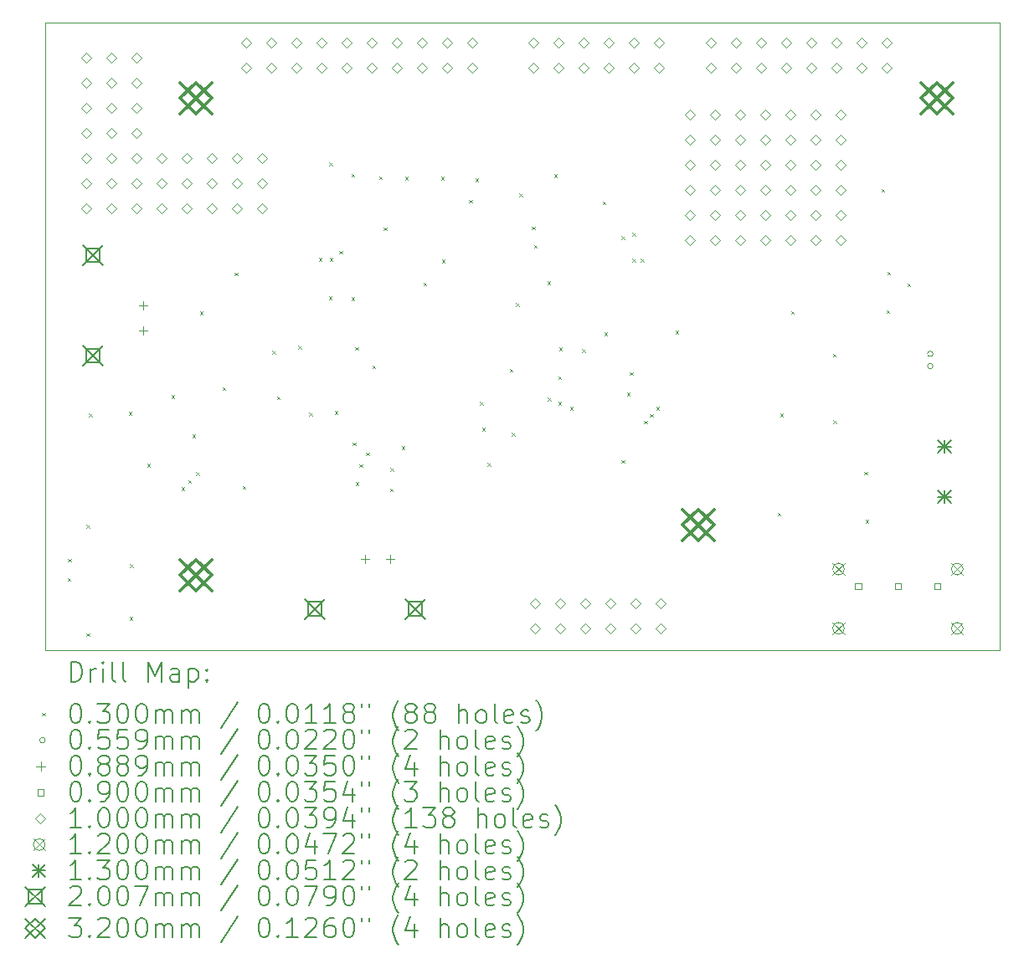
<source format=gbr>
%TF.GenerationSoftware,KiCad,Pcbnew,8.0.8*%
%TF.CreationDate,2025-07-15T12:34:13-07:00*%
%TF.ProjectId,complete_SR1,636f6d70-6c65-4746-955f-5352312e6b69,rev?*%
%TF.SameCoordinates,Original*%
%TF.FileFunction,Drillmap*%
%TF.FilePolarity,Positive*%
%FSLAX45Y45*%
G04 Gerber Fmt 4.5, Leading zero omitted, Abs format (unit mm)*
G04 Created by KiCad (PCBNEW 8.0.8) date 2025-07-15 12:34:13*
%MOMM*%
%LPD*%
G01*
G04 APERTURE LIST*
%ADD10C,0.050000*%
%ADD11C,0.200000*%
%ADD12C,0.100000*%
%ADD13C,0.120000*%
%ADD14C,0.130000*%
%ADD15C,0.200660*%
%ADD16C,0.320000*%
G04 APERTURE END LIST*
D10*
X1200000Y-1200000D02*
X10852000Y-1200000D01*
X10852000Y-7550000D01*
X1200000Y-7550000D01*
X1200000Y-1200000D01*
D11*
D12*
X1425000Y-6815000D02*
X1455000Y-6845000D01*
X1455000Y-6815000D02*
X1425000Y-6845000D01*
X1430000Y-6620000D02*
X1460000Y-6650000D01*
X1460000Y-6620000D02*
X1430000Y-6650000D01*
X1615000Y-6280000D02*
X1645000Y-6310000D01*
X1645000Y-6280000D02*
X1615000Y-6310000D01*
X1615000Y-7375000D02*
X1645000Y-7405000D01*
X1645000Y-7375000D02*
X1615000Y-7405000D01*
X1640250Y-5149750D02*
X1670250Y-5179750D01*
X1670250Y-5149750D02*
X1640250Y-5179750D01*
X2041250Y-5135000D02*
X2071250Y-5165000D01*
X2071250Y-5135000D02*
X2041250Y-5165000D01*
X2049000Y-7208000D02*
X2079000Y-7238000D01*
X2079000Y-7208000D02*
X2049000Y-7238000D01*
X2055000Y-6675000D02*
X2085000Y-6705000D01*
X2085000Y-6675000D02*
X2055000Y-6705000D01*
X2227625Y-5657625D02*
X2257625Y-5687625D01*
X2257625Y-5657625D02*
X2227625Y-5687625D01*
X2475000Y-4965000D02*
X2505000Y-4995000D01*
X2505000Y-4965000D02*
X2475000Y-4995000D01*
X2575000Y-5895000D02*
X2605000Y-5925000D01*
X2605000Y-5895000D02*
X2575000Y-5925000D01*
X2645000Y-5825000D02*
X2675000Y-5855000D01*
X2675000Y-5825000D02*
X2645000Y-5855000D01*
X2685000Y-5365000D02*
X2715000Y-5395000D01*
X2715000Y-5365000D02*
X2685000Y-5395000D01*
X2725000Y-5745000D02*
X2755000Y-5775000D01*
X2755000Y-5745000D02*
X2725000Y-5775000D01*
X2761250Y-4118750D02*
X2791250Y-4148750D01*
X2791250Y-4118750D02*
X2761250Y-4148750D01*
X2991000Y-4886000D02*
X3021000Y-4916000D01*
X3021000Y-4886000D02*
X2991000Y-4916000D01*
X3115000Y-3725000D02*
X3145000Y-3755000D01*
X3145000Y-3725000D02*
X3115000Y-3755000D01*
X3195000Y-5885000D02*
X3225000Y-5915000D01*
X3225000Y-5885000D02*
X3195000Y-5915000D01*
X3495000Y-4515000D02*
X3525000Y-4545000D01*
X3525000Y-4515000D02*
X3495000Y-4545000D01*
X3541250Y-4978750D02*
X3571250Y-5008750D01*
X3571250Y-4978750D02*
X3541250Y-5008750D01*
X3755000Y-4465000D02*
X3785000Y-4495000D01*
X3785000Y-4465000D02*
X3755000Y-4495000D01*
X3865000Y-5145000D02*
X3895000Y-5175000D01*
X3895000Y-5145000D02*
X3865000Y-5175000D01*
X3965000Y-3575000D02*
X3995000Y-3605000D01*
X3995000Y-3575000D02*
X3965000Y-3605000D01*
X4065000Y-3965000D02*
X4095000Y-3995000D01*
X4095000Y-3965000D02*
X4065000Y-3995000D01*
X4069000Y-2612000D02*
X4099000Y-2642000D01*
X4099000Y-2612000D02*
X4069000Y-2642000D01*
X4075000Y-3575000D02*
X4105000Y-3605000D01*
X4105000Y-3575000D02*
X4075000Y-3605000D01*
X4125000Y-5125000D02*
X4155000Y-5155000D01*
X4155000Y-5125000D02*
X4125000Y-5155000D01*
X4171000Y-3505000D02*
X4201000Y-3535000D01*
X4201000Y-3505000D02*
X4171000Y-3535000D01*
X4295000Y-2725000D02*
X4325000Y-2755000D01*
X4325000Y-2725000D02*
X4295000Y-2755000D01*
X4295000Y-3975000D02*
X4325000Y-4005000D01*
X4325000Y-3975000D02*
X4295000Y-4005000D01*
X4305000Y-5445000D02*
X4335000Y-5475000D01*
X4335000Y-5445000D02*
X4305000Y-5475000D01*
X4333000Y-4478000D02*
X4363000Y-4508000D01*
X4363000Y-4478000D02*
X4333000Y-4508000D01*
X4335000Y-5845000D02*
X4365000Y-5875000D01*
X4365000Y-5845000D02*
X4335000Y-5875000D01*
X4375000Y-5665000D02*
X4405000Y-5695000D01*
X4405000Y-5665000D02*
X4375000Y-5695000D01*
X4443100Y-5545000D02*
X4473100Y-5575000D01*
X4473100Y-5545000D02*
X4443100Y-5575000D01*
X4505000Y-4665000D02*
X4535000Y-4695000D01*
X4535000Y-4665000D02*
X4505000Y-4695000D01*
X4575000Y-2750000D02*
X4605000Y-2780000D01*
X4605000Y-2750000D02*
X4575000Y-2780000D01*
X4622000Y-3269000D02*
X4652000Y-3299000D01*
X4652000Y-3269000D02*
X4622000Y-3299000D01*
X4685000Y-5908750D02*
X4715000Y-5938750D01*
X4715000Y-5908750D02*
X4685000Y-5938750D01*
X4688750Y-5701250D02*
X4718750Y-5731250D01*
X4718750Y-5701250D02*
X4688750Y-5731250D01*
X4804000Y-5480000D02*
X4834000Y-5510000D01*
X4834000Y-5480000D02*
X4804000Y-5510000D01*
X4837000Y-2757000D02*
X4867000Y-2787000D01*
X4867000Y-2757000D02*
X4837000Y-2787000D01*
X5023000Y-3827000D02*
X5053000Y-3857000D01*
X5053000Y-3827000D02*
X5023000Y-3857000D01*
X5200000Y-2758000D02*
X5230000Y-2788000D01*
X5230000Y-2758000D02*
X5200000Y-2788000D01*
X5209000Y-3595000D02*
X5239000Y-3625000D01*
X5239000Y-3595000D02*
X5209000Y-3625000D01*
X5483000Y-2986750D02*
X5513000Y-3016750D01*
X5513000Y-2986750D02*
X5483000Y-3016750D01*
X5547000Y-2773000D02*
X5577000Y-2803000D01*
X5577000Y-2773000D02*
X5547000Y-2803000D01*
X5595000Y-5035000D02*
X5625000Y-5065000D01*
X5625000Y-5035000D02*
X5595000Y-5065000D01*
X5615000Y-5295000D02*
X5645000Y-5325000D01*
X5645000Y-5295000D02*
X5615000Y-5325000D01*
X5672500Y-5652500D02*
X5702500Y-5682500D01*
X5702500Y-5652500D02*
X5672500Y-5682500D01*
X5895000Y-4697500D02*
X5925000Y-4727500D01*
X5925000Y-4697500D02*
X5895000Y-4727500D01*
X5915000Y-5345000D02*
X5945000Y-5375000D01*
X5945000Y-5345000D02*
X5915000Y-5375000D01*
X5959000Y-4034000D02*
X5989000Y-4064000D01*
X5989000Y-4034000D02*
X5959000Y-4064000D01*
X5992000Y-2925000D02*
X6022000Y-2955000D01*
X6022000Y-2925000D02*
X5992000Y-2955000D01*
X6120000Y-3260000D02*
X6150000Y-3290000D01*
X6150000Y-3260000D02*
X6120000Y-3290000D01*
X6141000Y-3444000D02*
X6171000Y-3474000D01*
X6171000Y-3444000D02*
X6141000Y-3474000D01*
X6275000Y-3815000D02*
X6305000Y-3845000D01*
X6305000Y-3815000D02*
X6275000Y-3845000D01*
X6280932Y-4990932D02*
X6310932Y-5020932D01*
X6310932Y-4990932D02*
X6280932Y-5020932D01*
X6345000Y-2731000D02*
X6375000Y-2761000D01*
X6375000Y-2731000D02*
X6345000Y-2761000D01*
X6385000Y-4775000D02*
X6415000Y-4805000D01*
X6415000Y-4775000D02*
X6385000Y-4805000D01*
X6385000Y-5035000D02*
X6415000Y-5065000D01*
X6415000Y-5035000D02*
X6385000Y-5065000D01*
X6396000Y-4484000D02*
X6426000Y-4514000D01*
X6426000Y-4484000D02*
X6396000Y-4514000D01*
X6505000Y-5085000D02*
X6535000Y-5115000D01*
X6535000Y-5085000D02*
X6505000Y-5115000D01*
X6626000Y-4500000D02*
X6656000Y-4530000D01*
X6656000Y-4500000D02*
X6626000Y-4530000D01*
X6835000Y-3007000D02*
X6865000Y-3037000D01*
X6865000Y-3007000D02*
X6835000Y-3037000D01*
X6850000Y-4329000D02*
X6880000Y-4359000D01*
X6880000Y-4329000D02*
X6850000Y-4359000D01*
X7025000Y-3355000D02*
X7055000Y-3385000D01*
X7055000Y-3355000D02*
X7025000Y-3385000D01*
X7025000Y-5623000D02*
X7055000Y-5653000D01*
X7055000Y-5623000D02*
X7025000Y-5653000D01*
X7081250Y-4938750D02*
X7111250Y-4968750D01*
X7111250Y-4938750D02*
X7081250Y-4968750D01*
X7111250Y-4731250D02*
X7141250Y-4761250D01*
X7141250Y-4731250D02*
X7111250Y-4761250D01*
X7135000Y-3325000D02*
X7165000Y-3355000D01*
X7165000Y-3325000D02*
X7135000Y-3355000D01*
X7135000Y-3585000D02*
X7165000Y-3615000D01*
X7165000Y-3585000D02*
X7135000Y-3615000D01*
X7221000Y-3585000D02*
X7251000Y-3615000D01*
X7251000Y-3585000D02*
X7221000Y-3615000D01*
X7255000Y-5225000D02*
X7285000Y-5255000D01*
X7285000Y-5225000D02*
X7255000Y-5255000D01*
X7315000Y-5155000D02*
X7345000Y-5185000D01*
X7345000Y-5155000D02*
X7315000Y-5185000D01*
X7375000Y-5085000D02*
X7405000Y-5115000D01*
X7405000Y-5085000D02*
X7375000Y-5115000D01*
X7570250Y-4311750D02*
X7600250Y-4341750D01*
X7600250Y-4311750D02*
X7570250Y-4341750D01*
X8605000Y-6155000D02*
X8635000Y-6185000D01*
X8635000Y-6155000D02*
X8605000Y-6185000D01*
X8628750Y-5151250D02*
X8658750Y-5181250D01*
X8658750Y-5151250D02*
X8628750Y-5181250D01*
X8740000Y-4115000D02*
X8770000Y-4145000D01*
X8770000Y-4115000D02*
X8740000Y-4145000D01*
X9162750Y-4547250D02*
X9192750Y-4577250D01*
X9192750Y-4547250D02*
X9162750Y-4577250D01*
X9168500Y-5218500D02*
X9198500Y-5248500D01*
X9198500Y-5218500D02*
X9168500Y-5248500D01*
X9481250Y-5738750D02*
X9511250Y-5768750D01*
X9511250Y-5738750D02*
X9481250Y-5768750D01*
X9491250Y-6228750D02*
X9521250Y-6258750D01*
X9521250Y-6228750D02*
X9491250Y-6258750D01*
X9655000Y-2879000D02*
X9685000Y-2909000D01*
X9685000Y-2879000D02*
X9655000Y-2909000D01*
X9705000Y-4105000D02*
X9735000Y-4135000D01*
X9735000Y-4105000D02*
X9705000Y-4135000D01*
X9715000Y-3715000D02*
X9745000Y-3745000D01*
X9745000Y-3715000D02*
X9715000Y-3745000D01*
X9915000Y-3835000D02*
X9945000Y-3865000D01*
X9945000Y-3835000D02*
X9915000Y-3865000D01*
X10175340Y-4547010D02*
G75*
G02*
X10119460Y-4547010I-27940J0D01*
G01*
X10119460Y-4547010D02*
G75*
G02*
X10175340Y-4547010I27940J0D01*
G01*
X10175340Y-4672010D02*
G75*
G02*
X10119460Y-4672010I-27940J0D01*
G01*
X10119460Y-4672010D02*
G75*
G02*
X10175340Y-4672010I27940J0D01*
G01*
X2188000Y-4013550D02*
X2188000Y-4102450D01*
X2143550Y-4058000D02*
X2232450Y-4058000D01*
X2188000Y-4267550D02*
X2188000Y-4356450D01*
X2143550Y-4312000D02*
X2232450Y-4312000D01*
X4432000Y-6577550D02*
X4432000Y-6666450D01*
X4387550Y-6622000D02*
X4476450Y-6622000D01*
X4686000Y-6577550D02*
X4686000Y-6666450D01*
X4641550Y-6622000D02*
X4730450Y-6622000D01*
X9451820Y-6931820D02*
X9451820Y-6868180D01*
X9388180Y-6868180D01*
X9388180Y-6931820D01*
X9451820Y-6931820D01*
X9851820Y-6931820D02*
X9851820Y-6868180D01*
X9788180Y-6868180D01*
X9788180Y-6931820D01*
X9851820Y-6931820D01*
X10251820Y-6931820D02*
X10251820Y-6868180D01*
X10188180Y-6868180D01*
X10188180Y-6931820D01*
X10251820Y-6931820D01*
X1612000Y-1602000D02*
X1662000Y-1552000D01*
X1612000Y-1502000D01*
X1562000Y-1552000D01*
X1612000Y-1602000D01*
X1612000Y-1856000D02*
X1662000Y-1806000D01*
X1612000Y-1756000D01*
X1562000Y-1806000D01*
X1612000Y-1856000D01*
X1612000Y-2110000D02*
X1662000Y-2060000D01*
X1612000Y-2010000D01*
X1562000Y-2060000D01*
X1612000Y-2110000D01*
X1612000Y-2364000D02*
X1662000Y-2314000D01*
X1612000Y-2264000D01*
X1562000Y-2314000D01*
X1612000Y-2364000D01*
X1612000Y-2618000D02*
X1662000Y-2568000D01*
X1612000Y-2518000D01*
X1562000Y-2568000D01*
X1612000Y-2618000D01*
X1612000Y-2872000D02*
X1662000Y-2822000D01*
X1612000Y-2772000D01*
X1562000Y-2822000D01*
X1612000Y-2872000D01*
X1612000Y-3126000D02*
X1662000Y-3076000D01*
X1612000Y-3026000D01*
X1562000Y-3076000D01*
X1612000Y-3126000D01*
X1865000Y-2617000D02*
X1915000Y-2567000D01*
X1865000Y-2517000D01*
X1815000Y-2567000D01*
X1865000Y-2617000D01*
X1865000Y-2871000D02*
X1915000Y-2821000D01*
X1865000Y-2771000D01*
X1815000Y-2821000D01*
X1865000Y-2871000D01*
X1865000Y-3125000D02*
X1915000Y-3075000D01*
X1865000Y-3025000D01*
X1815000Y-3075000D01*
X1865000Y-3125000D01*
X1866000Y-1602000D02*
X1916000Y-1552000D01*
X1866000Y-1502000D01*
X1816000Y-1552000D01*
X1866000Y-1602000D01*
X1866000Y-1856000D02*
X1916000Y-1806000D01*
X1866000Y-1756000D01*
X1816000Y-1806000D01*
X1866000Y-1856000D01*
X1866000Y-2110000D02*
X1916000Y-2060000D01*
X1866000Y-2010000D01*
X1816000Y-2060000D01*
X1866000Y-2110000D01*
X1866000Y-2364000D02*
X1916000Y-2314000D01*
X1866000Y-2264000D01*
X1816000Y-2314000D01*
X1866000Y-2364000D01*
X2119000Y-2617000D02*
X2169000Y-2567000D01*
X2119000Y-2517000D01*
X2069000Y-2567000D01*
X2119000Y-2617000D01*
X2119000Y-2871000D02*
X2169000Y-2821000D01*
X2119000Y-2771000D01*
X2069000Y-2821000D01*
X2119000Y-2871000D01*
X2119000Y-3125000D02*
X2169000Y-3075000D01*
X2119000Y-3025000D01*
X2069000Y-3075000D01*
X2119000Y-3125000D01*
X2120000Y-1602000D02*
X2170000Y-1552000D01*
X2120000Y-1502000D01*
X2070000Y-1552000D01*
X2120000Y-1602000D01*
X2120000Y-1856000D02*
X2170000Y-1806000D01*
X2120000Y-1756000D01*
X2070000Y-1806000D01*
X2120000Y-1856000D01*
X2120000Y-2110000D02*
X2170000Y-2060000D01*
X2120000Y-2010000D01*
X2070000Y-2060000D01*
X2120000Y-2110000D01*
X2120000Y-2364000D02*
X2170000Y-2314000D01*
X2120000Y-2264000D01*
X2070000Y-2314000D01*
X2120000Y-2364000D01*
X2373000Y-2617000D02*
X2423000Y-2567000D01*
X2373000Y-2517000D01*
X2323000Y-2567000D01*
X2373000Y-2617000D01*
X2373000Y-2871000D02*
X2423000Y-2821000D01*
X2373000Y-2771000D01*
X2323000Y-2821000D01*
X2373000Y-2871000D01*
X2373000Y-3125000D02*
X2423000Y-3075000D01*
X2373000Y-3025000D01*
X2323000Y-3075000D01*
X2373000Y-3125000D01*
X2627000Y-2617000D02*
X2677000Y-2567000D01*
X2627000Y-2517000D01*
X2577000Y-2567000D01*
X2627000Y-2617000D01*
X2627000Y-2871000D02*
X2677000Y-2821000D01*
X2627000Y-2771000D01*
X2577000Y-2821000D01*
X2627000Y-2871000D01*
X2627000Y-3125000D02*
X2677000Y-3075000D01*
X2627000Y-3025000D01*
X2577000Y-3075000D01*
X2627000Y-3125000D01*
X2881000Y-2617000D02*
X2931000Y-2567000D01*
X2881000Y-2517000D01*
X2831000Y-2567000D01*
X2881000Y-2617000D01*
X2881000Y-2871000D02*
X2931000Y-2821000D01*
X2881000Y-2771000D01*
X2831000Y-2821000D01*
X2881000Y-2871000D01*
X2881000Y-3125000D02*
X2931000Y-3075000D01*
X2881000Y-3025000D01*
X2831000Y-3075000D01*
X2881000Y-3125000D01*
X3135000Y-2617000D02*
X3185000Y-2567000D01*
X3135000Y-2517000D01*
X3085000Y-2567000D01*
X3135000Y-2617000D01*
X3135000Y-2871000D02*
X3185000Y-2821000D01*
X3135000Y-2771000D01*
X3085000Y-2821000D01*
X3135000Y-2871000D01*
X3135000Y-3125000D02*
X3185000Y-3075000D01*
X3135000Y-3025000D01*
X3085000Y-3075000D01*
X3135000Y-3125000D01*
X3232000Y-1446000D02*
X3282000Y-1396000D01*
X3232000Y-1346000D01*
X3182000Y-1396000D01*
X3232000Y-1446000D01*
X3232000Y-1700000D02*
X3282000Y-1650000D01*
X3232000Y-1600000D01*
X3182000Y-1650000D01*
X3232000Y-1700000D01*
X3389000Y-2617000D02*
X3439000Y-2567000D01*
X3389000Y-2517000D01*
X3339000Y-2567000D01*
X3389000Y-2617000D01*
X3389000Y-2871000D02*
X3439000Y-2821000D01*
X3389000Y-2771000D01*
X3339000Y-2821000D01*
X3389000Y-2871000D01*
X3389000Y-3125000D02*
X3439000Y-3075000D01*
X3389000Y-3025000D01*
X3339000Y-3075000D01*
X3389000Y-3125000D01*
X3486000Y-1446000D02*
X3536000Y-1396000D01*
X3486000Y-1346000D01*
X3436000Y-1396000D01*
X3486000Y-1446000D01*
X3486000Y-1700000D02*
X3536000Y-1650000D01*
X3486000Y-1600000D01*
X3436000Y-1650000D01*
X3486000Y-1700000D01*
X3740000Y-1446000D02*
X3790000Y-1396000D01*
X3740000Y-1346000D01*
X3690000Y-1396000D01*
X3740000Y-1446000D01*
X3740000Y-1700000D02*
X3790000Y-1650000D01*
X3740000Y-1600000D01*
X3690000Y-1650000D01*
X3740000Y-1700000D01*
X3994000Y-1446000D02*
X4044000Y-1396000D01*
X3994000Y-1346000D01*
X3944000Y-1396000D01*
X3994000Y-1446000D01*
X3994000Y-1700000D02*
X4044000Y-1650000D01*
X3994000Y-1600000D01*
X3944000Y-1650000D01*
X3994000Y-1700000D01*
X4248000Y-1446000D02*
X4298000Y-1396000D01*
X4248000Y-1346000D01*
X4198000Y-1396000D01*
X4248000Y-1446000D01*
X4248000Y-1700000D02*
X4298000Y-1650000D01*
X4248000Y-1600000D01*
X4198000Y-1650000D01*
X4248000Y-1700000D01*
X4502000Y-1446000D02*
X4552000Y-1396000D01*
X4502000Y-1346000D01*
X4452000Y-1396000D01*
X4502000Y-1446000D01*
X4502000Y-1700000D02*
X4552000Y-1650000D01*
X4502000Y-1600000D01*
X4452000Y-1650000D01*
X4502000Y-1700000D01*
X4756000Y-1446000D02*
X4806000Y-1396000D01*
X4756000Y-1346000D01*
X4706000Y-1396000D01*
X4756000Y-1446000D01*
X4756000Y-1700000D02*
X4806000Y-1650000D01*
X4756000Y-1600000D01*
X4706000Y-1650000D01*
X4756000Y-1700000D01*
X5010000Y-1446000D02*
X5060000Y-1396000D01*
X5010000Y-1346000D01*
X4960000Y-1396000D01*
X5010000Y-1446000D01*
X5010000Y-1700000D02*
X5060000Y-1650000D01*
X5010000Y-1600000D01*
X4960000Y-1650000D01*
X5010000Y-1700000D01*
X5264000Y-1446000D02*
X5314000Y-1396000D01*
X5264000Y-1346000D01*
X5214000Y-1396000D01*
X5264000Y-1446000D01*
X5264000Y-1700000D02*
X5314000Y-1650000D01*
X5264000Y-1600000D01*
X5214000Y-1650000D01*
X5264000Y-1700000D01*
X5518000Y-1446000D02*
X5568000Y-1396000D01*
X5518000Y-1346000D01*
X5468000Y-1396000D01*
X5518000Y-1446000D01*
X5518000Y-1700000D02*
X5568000Y-1650000D01*
X5518000Y-1600000D01*
X5468000Y-1650000D01*
X5518000Y-1700000D01*
X6135000Y-1446000D02*
X6185000Y-1396000D01*
X6135000Y-1346000D01*
X6085000Y-1396000D01*
X6135000Y-1446000D01*
X6135000Y-1700000D02*
X6185000Y-1650000D01*
X6135000Y-1600000D01*
X6085000Y-1650000D01*
X6135000Y-1700000D01*
X6154000Y-7120000D02*
X6204000Y-7070000D01*
X6154000Y-7020000D01*
X6104000Y-7070000D01*
X6154000Y-7120000D01*
X6154000Y-7374000D02*
X6204000Y-7324000D01*
X6154000Y-7274000D01*
X6104000Y-7324000D01*
X6154000Y-7374000D01*
X6389000Y-1446000D02*
X6439000Y-1396000D01*
X6389000Y-1346000D01*
X6339000Y-1396000D01*
X6389000Y-1446000D01*
X6389000Y-1700000D02*
X6439000Y-1650000D01*
X6389000Y-1600000D01*
X6339000Y-1650000D01*
X6389000Y-1700000D01*
X6408000Y-7120000D02*
X6458000Y-7070000D01*
X6408000Y-7020000D01*
X6358000Y-7070000D01*
X6408000Y-7120000D01*
X6408000Y-7374000D02*
X6458000Y-7324000D01*
X6408000Y-7274000D01*
X6358000Y-7324000D01*
X6408000Y-7374000D01*
X6643000Y-1446000D02*
X6693000Y-1396000D01*
X6643000Y-1346000D01*
X6593000Y-1396000D01*
X6643000Y-1446000D01*
X6643000Y-1700000D02*
X6693000Y-1650000D01*
X6643000Y-1600000D01*
X6593000Y-1650000D01*
X6643000Y-1700000D01*
X6662000Y-7120000D02*
X6712000Y-7070000D01*
X6662000Y-7020000D01*
X6612000Y-7070000D01*
X6662000Y-7120000D01*
X6662000Y-7374000D02*
X6712000Y-7324000D01*
X6662000Y-7274000D01*
X6612000Y-7324000D01*
X6662000Y-7374000D01*
X6897000Y-1446000D02*
X6947000Y-1396000D01*
X6897000Y-1346000D01*
X6847000Y-1396000D01*
X6897000Y-1446000D01*
X6897000Y-1700000D02*
X6947000Y-1650000D01*
X6897000Y-1600000D01*
X6847000Y-1650000D01*
X6897000Y-1700000D01*
X6916000Y-7120000D02*
X6966000Y-7070000D01*
X6916000Y-7020000D01*
X6866000Y-7070000D01*
X6916000Y-7120000D01*
X6916000Y-7374000D02*
X6966000Y-7324000D01*
X6916000Y-7274000D01*
X6866000Y-7324000D01*
X6916000Y-7374000D01*
X7151000Y-1446000D02*
X7201000Y-1396000D01*
X7151000Y-1346000D01*
X7101000Y-1396000D01*
X7151000Y-1446000D01*
X7151000Y-1700000D02*
X7201000Y-1650000D01*
X7151000Y-1600000D01*
X7101000Y-1650000D01*
X7151000Y-1700000D01*
X7170000Y-7120000D02*
X7220000Y-7070000D01*
X7170000Y-7020000D01*
X7120000Y-7070000D01*
X7170000Y-7120000D01*
X7170000Y-7374000D02*
X7220000Y-7324000D01*
X7170000Y-7274000D01*
X7120000Y-7324000D01*
X7170000Y-7374000D01*
X7405000Y-1446000D02*
X7455000Y-1396000D01*
X7405000Y-1346000D01*
X7355000Y-1396000D01*
X7405000Y-1446000D01*
X7405000Y-1700000D02*
X7455000Y-1650000D01*
X7405000Y-1600000D01*
X7355000Y-1650000D01*
X7405000Y-1700000D01*
X7424000Y-7120000D02*
X7474000Y-7070000D01*
X7424000Y-7020000D01*
X7374000Y-7070000D01*
X7424000Y-7120000D01*
X7424000Y-7374000D02*
X7474000Y-7324000D01*
X7424000Y-7274000D01*
X7374000Y-7324000D01*
X7424000Y-7374000D01*
X7720000Y-2174000D02*
X7770000Y-2124000D01*
X7720000Y-2074000D01*
X7670000Y-2124000D01*
X7720000Y-2174000D01*
X7720000Y-2428000D02*
X7770000Y-2378000D01*
X7720000Y-2328000D01*
X7670000Y-2378000D01*
X7720000Y-2428000D01*
X7720000Y-2682000D02*
X7770000Y-2632000D01*
X7720000Y-2582000D01*
X7670000Y-2632000D01*
X7720000Y-2682000D01*
X7720000Y-2936000D02*
X7770000Y-2886000D01*
X7720000Y-2836000D01*
X7670000Y-2886000D01*
X7720000Y-2936000D01*
X7720000Y-3190000D02*
X7770000Y-3140000D01*
X7720000Y-3090000D01*
X7670000Y-3140000D01*
X7720000Y-3190000D01*
X7720000Y-3444000D02*
X7770000Y-3394000D01*
X7720000Y-3344000D01*
X7670000Y-3394000D01*
X7720000Y-3444000D01*
X7931000Y-1446000D02*
X7981000Y-1396000D01*
X7931000Y-1346000D01*
X7881000Y-1396000D01*
X7931000Y-1446000D01*
X7931000Y-1700000D02*
X7981000Y-1650000D01*
X7931000Y-1600000D01*
X7881000Y-1650000D01*
X7931000Y-1700000D01*
X7974000Y-2174000D02*
X8024000Y-2124000D01*
X7974000Y-2074000D01*
X7924000Y-2124000D01*
X7974000Y-2174000D01*
X7974000Y-2428000D02*
X8024000Y-2378000D01*
X7974000Y-2328000D01*
X7924000Y-2378000D01*
X7974000Y-2428000D01*
X7974000Y-2682000D02*
X8024000Y-2632000D01*
X7974000Y-2582000D01*
X7924000Y-2632000D01*
X7974000Y-2682000D01*
X7974000Y-2936000D02*
X8024000Y-2886000D01*
X7974000Y-2836000D01*
X7924000Y-2886000D01*
X7974000Y-2936000D01*
X7974000Y-3190000D02*
X8024000Y-3140000D01*
X7974000Y-3090000D01*
X7924000Y-3140000D01*
X7974000Y-3190000D01*
X7974000Y-3444000D02*
X8024000Y-3394000D01*
X7974000Y-3344000D01*
X7924000Y-3394000D01*
X7974000Y-3444000D01*
X8185000Y-1446000D02*
X8235000Y-1396000D01*
X8185000Y-1346000D01*
X8135000Y-1396000D01*
X8185000Y-1446000D01*
X8185000Y-1700000D02*
X8235000Y-1650000D01*
X8185000Y-1600000D01*
X8135000Y-1650000D01*
X8185000Y-1700000D01*
X8228000Y-2174000D02*
X8278000Y-2124000D01*
X8228000Y-2074000D01*
X8178000Y-2124000D01*
X8228000Y-2174000D01*
X8228000Y-2428000D02*
X8278000Y-2378000D01*
X8228000Y-2328000D01*
X8178000Y-2378000D01*
X8228000Y-2428000D01*
X8228000Y-2682000D02*
X8278000Y-2632000D01*
X8228000Y-2582000D01*
X8178000Y-2632000D01*
X8228000Y-2682000D01*
X8228000Y-2936000D02*
X8278000Y-2886000D01*
X8228000Y-2836000D01*
X8178000Y-2886000D01*
X8228000Y-2936000D01*
X8228000Y-3190000D02*
X8278000Y-3140000D01*
X8228000Y-3090000D01*
X8178000Y-3140000D01*
X8228000Y-3190000D01*
X8228000Y-3444000D02*
X8278000Y-3394000D01*
X8228000Y-3344000D01*
X8178000Y-3394000D01*
X8228000Y-3444000D01*
X8439000Y-1446000D02*
X8489000Y-1396000D01*
X8439000Y-1346000D01*
X8389000Y-1396000D01*
X8439000Y-1446000D01*
X8439000Y-1700000D02*
X8489000Y-1650000D01*
X8439000Y-1600000D01*
X8389000Y-1650000D01*
X8439000Y-1700000D01*
X8482000Y-2174000D02*
X8532000Y-2124000D01*
X8482000Y-2074000D01*
X8432000Y-2124000D01*
X8482000Y-2174000D01*
X8482000Y-2428000D02*
X8532000Y-2378000D01*
X8482000Y-2328000D01*
X8432000Y-2378000D01*
X8482000Y-2428000D01*
X8482000Y-2682000D02*
X8532000Y-2632000D01*
X8482000Y-2582000D01*
X8432000Y-2632000D01*
X8482000Y-2682000D01*
X8482000Y-2936000D02*
X8532000Y-2886000D01*
X8482000Y-2836000D01*
X8432000Y-2886000D01*
X8482000Y-2936000D01*
X8482000Y-3190000D02*
X8532000Y-3140000D01*
X8482000Y-3090000D01*
X8432000Y-3140000D01*
X8482000Y-3190000D01*
X8482000Y-3444000D02*
X8532000Y-3394000D01*
X8482000Y-3344000D01*
X8432000Y-3394000D01*
X8482000Y-3444000D01*
X8693000Y-1446000D02*
X8743000Y-1396000D01*
X8693000Y-1346000D01*
X8643000Y-1396000D01*
X8693000Y-1446000D01*
X8693000Y-1700000D02*
X8743000Y-1650000D01*
X8693000Y-1600000D01*
X8643000Y-1650000D01*
X8693000Y-1700000D01*
X8736000Y-2174000D02*
X8786000Y-2124000D01*
X8736000Y-2074000D01*
X8686000Y-2124000D01*
X8736000Y-2174000D01*
X8736000Y-2428000D02*
X8786000Y-2378000D01*
X8736000Y-2328000D01*
X8686000Y-2378000D01*
X8736000Y-2428000D01*
X8736000Y-2682000D02*
X8786000Y-2632000D01*
X8736000Y-2582000D01*
X8686000Y-2632000D01*
X8736000Y-2682000D01*
X8736000Y-2936000D02*
X8786000Y-2886000D01*
X8736000Y-2836000D01*
X8686000Y-2886000D01*
X8736000Y-2936000D01*
X8736000Y-3190000D02*
X8786000Y-3140000D01*
X8736000Y-3090000D01*
X8686000Y-3140000D01*
X8736000Y-3190000D01*
X8736000Y-3444000D02*
X8786000Y-3394000D01*
X8736000Y-3344000D01*
X8686000Y-3394000D01*
X8736000Y-3444000D01*
X8947000Y-1446000D02*
X8997000Y-1396000D01*
X8947000Y-1346000D01*
X8897000Y-1396000D01*
X8947000Y-1446000D01*
X8947000Y-1700000D02*
X8997000Y-1650000D01*
X8947000Y-1600000D01*
X8897000Y-1650000D01*
X8947000Y-1700000D01*
X8990000Y-2174000D02*
X9040000Y-2124000D01*
X8990000Y-2074000D01*
X8940000Y-2124000D01*
X8990000Y-2174000D01*
X8990000Y-2428000D02*
X9040000Y-2378000D01*
X8990000Y-2328000D01*
X8940000Y-2378000D01*
X8990000Y-2428000D01*
X8990000Y-2682000D02*
X9040000Y-2632000D01*
X8990000Y-2582000D01*
X8940000Y-2632000D01*
X8990000Y-2682000D01*
X8990000Y-2936000D02*
X9040000Y-2886000D01*
X8990000Y-2836000D01*
X8940000Y-2886000D01*
X8990000Y-2936000D01*
X8990000Y-3190000D02*
X9040000Y-3140000D01*
X8990000Y-3090000D01*
X8940000Y-3140000D01*
X8990000Y-3190000D01*
X8990000Y-3444000D02*
X9040000Y-3394000D01*
X8990000Y-3344000D01*
X8940000Y-3394000D01*
X8990000Y-3444000D01*
X9201000Y-1446000D02*
X9251000Y-1396000D01*
X9201000Y-1346000D01*
X9151000Y-1396000D01*
X9201000Y-1446000D01*
X9201000Y-1700000D02*
X9251000Y-1650000D01*
X9201000Y-1600000D01*
X9151000Y-1650000D01*
X9201000Y-1700000D01*
X9244000Y-2174000D02*
X9294000Y-2124000D01*
X9244000Y-2074000D01*
X9194000Y-2124000D01*
X9244000Y-2174000D01*
X9244000Y-2428000D02*
X9294000Y-2378000D01*
X9244000Y-2328000D01*
X9194000Y-2378000D01*
X9244000Y-2428000D01*
X9244000Y-2682000D02*
X9294000Y-2632000D01*
X9244000Y-2582000D01*
X9194000Y-2632000D01*
X9244000Y-2682000D01*
X9244000Y-2936000D02*
X9294000Y-2886000D01*
X9244000Y-2836000D01*
X9194000Y-2886000D01*
X9244000Y-2936000D01*
X9244000Y-3190000D02*
X9294000Y-3140000D01*
X9244000Y-3090000D01*
X9194000Y-3140000D01*
X9244000Y-3190000D01*
X9244000Y-3444000D02*
X9294000Y-3394000D01*
X9244000Y-3344000D01*
X9194000Y-3394000D01*
X9244000Y-3444000D01*
X9455000Y-1446000D02*
X9505000Y-1396000D01*
X9455000Y-1346000D01*
X9405000Y-1396000D01*
X9455000Y-1446000D01*
X9455000Y-1700000D02*
X9505000Y-1650000D01*
X9455000Y-1600000D01*
X9405000Y-1650000D01*
X9455000Y-1700000D01*
X9709000Y-1446000D02*
X9759000Y-1396000D01*
X9709000Y-1346000D01*
X9659000Y-1396000D01*
X9709000Y-1446000D01*
X9709000Y-1700000D02*
X9759000Y-1650000D01*
X9709000Y-1600000D01*
X9659000Y-1650000D01*
X9709000Y-1700000D01*
D13*
X9160000Y-6665000D02*
X9280000Y-6785000D01*
X9280000Y-6665000D02*
X9160000Y-6785000D01*
X9280000Y-6725000D02*
G75*
G02*
X9160000Y-6725000I-60000J0D01*
G01*
X9160000Y-6725000D02*
G75*
G02*
X9280000Y-6725000I60000J0D01*
G01*
X9160000Y-7265000D02*
X9280000Y-7385000D01*
X9280000Y-7265000D02*
X9160000Y-7385000D01*
X9280000Y-7325000D02*
G75*
G02*
X9160000Y-7325000I-60000J0D01*
G01*
X9160000Y-7325000D02*
G75*
G02*
X9280000Y-7325000I60000J0D01*
G01*
X10360000Y-6665000D02*
X10480000Y-6785000D01*
X10480000Y-6665000D02*
X10360000Y-6785000D01*
X10480000Y-6725000D02*
G75*
G02*
X10360000Y-6725000I-60000J0D01*
G01*
X10360000Y-6725000D02*
G75*
G02*
X10480000Y-6725000I60000J0D01*
G01*
X10360000Y-7265000D02*
X10480000Y-7385000D01*
X10480000Y-7265000D02*
X10360000Y-7385000D01*
X10480000Y-7325000D02*
G75*
G02*
X10360000Y-7325000I-60000J0D01*
G01*
X10360000Y-7325000D02*
G75*
G02*
X10480000Y-7325000I60000J0D01*
G01*
D14*
X10225500Y-5421500D02*
X10355500Y-5551500D01*
X10355500Y-5421500D02*
X10225500Y-5551500D01*
X10290500Y-5421500D02*
X10290500Y-5551500D01*
X10225500Y-5486500D02*
X10355500Y-5486500D01*
X10225500Y-5929500D02*
X10355500Y-6059500D01*
X10355500Y-5929500D02*
X10225500Y-6059500D01*
X10290500Y-5929500D02*
X10290500Y-6059500D01*
X10225500Y-5994500D02*
X10355500Y-5994500D01*
D15*
X1579670Y-3449670D02*
X1780330Y-3650330D01*
X1780330Y-3449670D02*
X1579670Y-3650330D01*
X1750945Y-3620945D02*
X1750945Y-3479055D01*
X1609055Y-3479055D01*
X1609055Y-3620945D01*
X1750945Y-3620945D01*
X1579670Y-4465670D02*
X1780330Y-4666330D01*
X1780330Y-4465670D02*
X1579670Y-4666330D01*
X1750945Y-4636945D02*
X1750945Y-4495055D01*
X1609055Y-4495055D01*
X1609055Y-4636945D01*
X1750945Y-4636945D01*
X3823670Y-7029670D02*
X4024330Y-7230330D01*
X4024330Y-7029670D02*
X3823670Y-7230330D01*
X3994945Y-7200945D02*
X3994945Y-7059055D01*
X3853055Y-7059055D01*
X3853055Y-7200945D01*
X3994945Y-7200945D01*
X4839670Y-7029670D02*
X5040330Y-7230330D01*
X5040330Y-7029670D02*
X4839670Y-7230330D01*
X5010945Y-7200945D02*
X5010945Y-7059055D01*
X4869055Y-7059055D01*
X4869055Y-7200945D01*
X5010945Y-7200945D01*
D16*
X2564000Y-1802000D02*
X2884000Y-2122000D01*
X2884000Y-1802000D02*
X2564000Y-2122000D01*
X2724000Y-2122000D02*
X2884000Y-1962000D01*
X2724000Y-1802000D01*
X2564000Y-1962000D01*
X2724000Y-2122000D01*
X2564000Y-6628000D02*
X2884000Y-6948000D01*
X2884000Y-6628000D02*
X2564000Y-6948000D01*
X2724000Y-6948000D02*
X2884000Y-6788000D01*
X2724000Y-6628000D01*
X2564000Y-6788000D01*
X2724000Y-6948000D01*
X7644000Y-6120000D02*
X7964000Y-6440000D01*
X7964000Y-6120000D02*
X7644000Y-6440000D01*
X7804000Y-6440000D02*
X7964000Y-6280000D01*
X7804000Y-6120000D01*
X7644000Y-6280000D01*
X7804000Y-6440000D01*
X10057000Y-1802000D02*
X10377000Y-2122000D01*
X10377000Y-1802000D02*
X10057000Y-2122000D01*
X10217000Y-2122000D02*
X10377000Y-1962000D01*
X10217000Y-1802000D01*
X10057000Y-1962000D01*
X10217000Y-2122000D01*
D11*
X1458277Y-7863984D02*
X1458277Y-7663984D01*
X1458277Y-7663984D02*
X1505896Y-7663984D01*
X1505896Y-7663984D02*
X1534467Y-7673508D01*
X1534467Y-7673508D02*
X1553515Y-7692555D01*
X1553515Y-7692555D02*
X1563039Y-7711603D01*
X1563039Y-7711603D02*
X1572562Y-7749698D01*
X1572562Y-7749698D02*
X1572562Y-7778269D01*
X1572562Y-7778269D02*
X1563039Y-7816365D01*
X1563039Y-7816365D02*
X1553515Y-7835412D01*
X1553515Y-7835412D02*
X1534467Y-7854460D01*
X1534467Y-7854460D02*
X1505896Y-7863984D01*
X1505896Y-7863984D02*
X1458277Y-7863984D01*
X1658277Y-7863984D02*
X1658277Y-7730650D01*
X1658277Y-7768746D02*
X1667801Y-7749698D01*
X1667801Y-7749698D02*
X1677324Y-7740174D01*
X1677324Y-7740174D02*
X1696372Y-7730650D01*
X1696372Y-7730650D02*
X1715420Y-7730650D01*
X1782086Y-7863984D02*
X1782086Y-7730650D01*
X1782086Y-7663984D02*
X1772562Y-7673508D01*
X1772562Y-7673508D02*
X1782086Y-7683031D01*
X1782086Y-7683031D02*
X1791610Y-7673508D01*
X1791610Y-7673508D02*
X1782086Y-7663984D01*
X1782086Y-7663984D02*
X1782086Y-7683031D01*
X1905896Y-7863984D02*
X1886848Y-7854460D01*
X1886848Y-7854460D02*
X1877324Y-7835412D01*
X1877324Y-7835412D02*
X1877324Y-7663984D01*
X2010658Y-7863984D02*
X1991610Y-7854460D01*
X1991610Y-7854460D02*
X1982086Y-7835412D01*
X1982086Y-7835412D02*
X1982086Y-7663984D01*
X2239229Y-7863984D02*
X2239229Y-7663984D01*
X2239229Y-7663984D02*
X2305896Y-7806841D01*
X2305896Y-7806841D02*
X2372563Y-7663984D01*
X2372563Y-7663984D02*
X2372563Y-7863984D01*
X2553515Y-7863984D02*
X2553515Y-7759222D01*
X2553515Y-7759222D02*
X2543991Y-7740174D01*
X2543991Y-7740174D02*
X2524944Y-7730650D01*
X2524944Y-7730650D02*
X2486848Y-7730650D01*
X2486848Y-7730650D02*
X2467801Y-7740174D01*
X2553515Y-7854460D02*
X2534467Y-7863984D01*
X2534467Y-7863984D02*
X2486848Y-7863984D01*
X2486848Y-7863984D02*
X2467801Y-7854460D01*
X2467801Y-7854460D02*
X2458277Y-7835412D01*
X2458277Y-7835412D02*
X2458277Y-7816365D01*
X2458277Y-7816365D02*
X2467801Y-7797317D01*
X2467801Y-7797317D02*
X2486848Y-7787793D01*
X2486848Y-7787793D02*
X2534467Y-7787793D01*
X2534467Y-7787793D02*
X2553515Y-7778269D01*
X2648753Y-7730650D02*
X2648753Y-7930650D01*
X2648753Y-7740174D02*
X2667801Y-7730650D01*
X2667801Y-7730650D02*
X2705896Y-7730650D01*
X2705896Y-7730650D02*
X2724944Y-7740174D01*
X2724944Y-7740174D02*
X2734467Y-7749698D01*
X2734467Y-7749698D02*
X2743991Y-7768746D01*
X2743991Y-7768746D02*
X2743991Y-7825888D01*
X2743991Y-7825888D02*
X2734467Y-7844936D01*
X2734467Y-7844936D02*
X2724944Y-7854460D01*
X2724944Y-7854460D02*
X2705896Y-7863984D01*
X2705896Y-7863984D02*
X2667801Y-7863984D01*
X2667801Y-7863984D02*
X2648753Y-7854460D01*
X2829705Y-7844936D02*
X2839229Y-7854460D01*
X2839229Y-7854460D02*
X2829705Y-7863984D01*
X2829705Y-7863984D02*
X2820182Y-7854460D01*
X2820182Y-7854460D02*
X2829705Y-7844936D01*
X2829705Y-7844936D02*
X2829705Y-7863984D01*
X2829705Y-7740174D02*
X2839229Y-7749698D01*
X2839229Y-7749698D02*
X2829705Y-7759222D01*
X2829705Y-7759222D02*
X2820182Y-7749698D01*
X2820182Y-7749698D02*
X2829705Y-7740174D01*
X2829705Y-7740174D02*
X2829705Y-7759222D01*
D12*
X1167500Y-8177500D02*
X1197500Y-8207500D01*
X1197500Y-8177500D02*
X1167500Y-8207500D01*
D11*
X1496372Y-8083984D02*
X1515420Y-8083984D01*
X1515420Y-8083984D02*
X1534467Y-8093508D01*
X1534467Y-8093508D02*
X1543991Y-8103031D01*
X1543991Y-8103031D02*
X1553515Y-8122079D01*
X1553515Y-8122079D02*
X1563039Y-8160174D01*
X1563039Y-8160174D02*
X1563039Y-8207793D01*
X1563039Y-8207793D02*
X1553515Y-8245888D01*
X1553515Y-8245888D02*
X1543991Y-8264936D01*
X1543991Y-8264936D02*
X1534467Y-8274460D01*
X1534467Y-8274460D02*
X1515420Y-8283984D01*
X1515420Y-8283984D02*
X1496372Y-8283984D01*
X1496372Y-8283984D02*
X1477324Y-8274460D01*
X1477324Y-8274460D02*
X1467801Y-8264936D01*
X1467801Y-8264936D02*
X1458277Y-8245888D01*
X1458277Y-8245888D02*
X1448753Y-8207793D01*
X1448753Y-8207793D02*
X1448753Y-8160174D01*
X1448753Y-8160174D02*
X1458277Y-8122079D01*
X1458277Y-8122079D02*
X1467801Y-8103031D01*
X1467801Y-8103031D02*
X1477324Y-8093508D01*
X1477324Y-8093508D02*
X1496372Y-8083984D01*
X1648753Y-8264936D02*
X1658277Y-8274460D01*
X1658277Y-8274460D02*
X1648753Y-8283984D01*
X1648753Y-8283984D02*
X1639229Y-8274460D01*
X1639229Y-8274460D02*
X1648753Y-8264936D01*
X1648753Y-8264936D02*
X1648753Y-8283984D01*
X1724943Y-8083984D02*
X1848753Y-8083984D01*
X1848753Y-8083984D02*
X1782086Y-8160174D01*
X1782086Y-8160174D02*
X1810658Y-8160174D01*
X1810658Y-8160174D02*
X1829705Y-8169698D01*
X1829705Y-8169698D02*
X1839229Y-8179222D01*
X1839229Y-8179222D02*
X1848753Y-8198269D01*
X1848753Y-8198269D02*
X1848753Y-8245888D01*
X1848753Y-8245888D02*
X1839229Y-8264936D01*
X1839229Y-8264936D02*
X1829705Y-8274460D01*
X1829705Y-8274460D02*
X1810658Y-8283984D01*
X1810658Y-8283984D02*
X1753515Y-8283984D01*
X1753515Y-8283984D02*
X1734467Y-8274460D01*
X1734467Y-8274460D02*
X1724943Y-8264936D01*
X1972562Y-8083984D02*
X1991610Y-8083984D01*
X1991610Y-8083984D02*
X2010658Y-8093508D01*
X2010658Y-8093508D02*
X2020182Y-8103031D01*
X2020182Y-8103031D02*
X2029705Y-8122079D01*
X2029705Y-8122079D02*
X2039229Y-8160174D01*
X2039229Y-8160174D02*
X2039229Y-8207793D01*
X2039229Y-8207793D02*
X2029705Y-8245888D01*
X2029705Y-8245888D02*
X2020182Y-8264936D01*
X2020182Y-8264936D02*
X2010658Y-8274460D01*
X2010658Y-8274460D02*
X1991610Y-8283984D01*
X1991610Y-8283984D02*
X1972562Y-8283984D01*
X1972562Y-8283984D02*
X1953515Y-8274460D01*
X1953515Y-8274460D02*
X1943991Y-8264936D01*
X1943991Y-8264936D02*
X1934467Y-8245888D01*
X1934467Y-8245888D02*
X1924943Y-8207793D01*
X1924943Y-8207793D02*
X1924943Y-8160174D01*
X1924943Y-8160174D02*
X1934467Y-8122079D01*
X1934467Y-8122079D02*
X1943991Y-8103031D01*
X1943991Y-8103031D02*
X1953515Y-8093508D01*
X1953515Y-8093508D02*
X1972562Y-8083984D01*
X2163039Y-8083984D02*
X2182086Y-8083984D01*
X2182086Y-8083984D02*
X2201134Y-8093508D01*
X2201134Y-8093508D02*
X2210658Y-8103031D01*
X2210658Y-8103031D02*
X2220182Y-8122079D01*
X2220182Y-8122079D02*
X2229705Y-8160174D01*
X2229705Y-8160174D02*
X2229705Y-8207793D01*
X2229705Y-8207793D02*
X2220182Y-8245888D01*
X2220182Y-8245888D02*
X2210658Y-8264936D01*
X2210658Y-8264936D02*
X2201134Y-8274460D01*
X2201134Y-8274460D02*
X2182086Y-8283984D01*
X2182086Y-8283984D02*
X2163039Y-8283984D01*
X2163039Y-8283984D02*
X2143991Y-8274460D01*
X2143991Y-8274460D02*
X2134467Y-8264936D01*
X2134467Y-8264936D02*
X2124944Y-8245888D01*
X2124944Y-8245888D02*
X2115420Y-8207793D01*
X2115420Y-8207793D02*
X2115420Y-8160174D01*
X2115420Y-8160174D02*
X2124944Y-8122079D01*
X2124944Y-8122079D02*
X2134467Y-8103031D01*
X2134467Y-8103031D02*
X2143991Y-8093508D01*
X2143991Y-8093508D02*
X2163039Y-8083984D01*
X2315420Y-8283984D02*
X2315420Y-8150650D01*
X2315420Y-8169698D02*
X2324944Y-8160174D01*
X2324944Y-8160174D02*
X2343991Y-8150650D01*
X2343991Y-8150650D02*
X2372563Y-8150650D01*
X2372563Y-8150650D02*
X2391610Y-8160174D01*
X2391610Y-8160174D02*
X2401134Y-8179222D01*
X2401134Y-8179222D02*
X2401134Y-8283984D01*
X2401134Y-8179222D02*
X2410658Y-8160174D01*
X2410658Y-8160174D02*
X2429705Y-8150650D01*
X2429705Y-8150650D02*
X2458277Y-8150650D01*
X2458277Y-8150650D02*
X2477325Y-8160174D01*
X2477325Y-8160174D02*
X2486848Y-8179222D01*
X2486848Y-8179222D02*
X2486848Y-8283984D01*
X2582086Y-8283984D02*
X2582086Y-8150650D01*
X2582086Y-8169698D02*
X2591610Y-8160174D01*
X2591610Y-8160174D02*
X2610658Y-8150650D01*
X2610658Y-8150650D02*
X2639229Y-8150650D01*
X2639229Y-8150650D02*
X2658277Y-8160174D01*
X2658277Y-8160174D02*
X2667801Y-8179222D01*
X2667801Y-8179222D02*
X2667801Y-8283984D01*
X2667801Y-8179222D02*
X2677325Y-8160174D01*
X2677325Y-8160174D02*
X2696372Y-8150650D01*
X2696372Y-8150650D02*
X2724944Y-8150650D01*
X2724944Y-8150650D02*
X2743991Y-8160174D01*
X2743991Y-8160174D02*
X2753515Y-8179222D01*
X2753515Y-8179222D02*
X2753515Y-8283984D01*
X3143991Y-8074460D02*
X2972563Y-8331603D01*
X3401134Y-8083984D02*
X3420182Y-8083984D01*
X3420182Y-8083984D02*
X3439229Y-8093508D01*
X3439229Y-8093508D02*
X3448753Y-8103031D01*
X3448753Y-8103031D02*
X3458277Y-8122079D01*
X3458277Y-8122079D02*
X3467801Y-8160174D01*
X3467801Y-8160174D02*
X3467801Y-8207793D01*
X3467801Y-8207793D02*
X3458277Y-8245888D01*
X3458277Y-8245888D02*
X3448753Y-8264936D01*
X3448753Y-8264936D02*
X3439229Y-8274460D01*
X3439229Y-8274460D02*
X3420182Y-8283984D01*
X3420182Y-8283984D02*
X3401134Y-8283984D01*
X3401134Y-8283984D02*
X3382086Y-8274460D01*
X3382086Y-8274460D02*
X3372563Y-8264936D01*
X3372563Y-8264936D02*
X3363039Y-8245888D01*
X3363039Y-8245888D02*
X3353515Y-8207793D01*
X3353515Y-8207793D02*
X3353515Y-8160174D01*
X3353515Y-8160174D02*
X3363039Y-8122079D01*
X3363039Y-8122079D02*
X3372563Y-8103031D01*
X3372563Y-8103031D02*
X3382086Y-8093508D01*
X3382086Y-8093508D02*
X3401134Y-8083984D01*
X3553515Y-8264936D02*
X3563039Y-8274460D01*
X3563039Y-8274460D02*
X3553515Y-8283984D01*
X3553515Y-8283984D02*
X3543991Y-8274460D01*
X3543991Y-8274460D02*
X3553515Y-8264936D01*
X3553515Y-8264936D02*
X3553515Y-8283984D01*
X3686848Y-8083984D02*
X3705896Y-8083984D01*
X3705896Y-8083984D02*
X3724944Y-8093508D01*
X3724944Y-8093508D02*
X3734467Y-8103031D01*
X3734467Y-8103031D02*
X3743991Y-8122079D01*
X3743991Y-8122079D02*
X3753515Y-8160174D01*
X3753515Y-8160174D02*
X3753515Y-8207793D01*
X3753515Y-8207793D02*
X3743991Y-8245888D01*
X3743991Y-8245888D02*
X3734467Y-8264936D01*
X3734467Y-8264936D02*
X3724944Y-8274460D01*
X3724944Y-8274460D02*
X3705896Y-8283984D01*
X3705896Y-8283984D02*
X3686848Y-8283984D01*
X3686848Y-8283984D02*
X3667801Y-8274460D01*
X3667801Y-8274460D02*
X3658277Y-8264936D01*
X3658277Y-8264936D02*
X3648753Y-8245888D01*
X3648753Y-8245888D02*
X3639229Y-8207793D01*
X3639229Y-8207793D02*
X3639229Y-8160174D01*
X3639229Y-8160174D02*
X3648753Y-8122079D01*
X3648753Y-8122079D02*
X3658277Y-8103031D01*
X3658277Y-8103031D02*
X3667801Y-8093508D01*
X3667801Y-8093508D02*
X3686848Y-8083984D01*
X3943991Y-8283984D02*
X3829706Y-8283984D01*
X3886848Y-8283984D02*
X3886848Y-8083984D01*
X3886848Y-8083984D02*
X3867801Y-8112555D01*
X3867801Y-8112555D02*
X3848753Y-8131603D01*
X3848753Y-8131603D02*
X3829706Y-8141127D01*
X4134467Y-8283984D02*
X4020182Y-8283984D01*
X4077325Y-8283984D02*
X4077325Y-8083984D01*
X4077325Y-8083984D02*
X4058277Y-8112555D01*
X4058277Y-8112555D02*
X4039229Y-8131603D01*
X4039229Y-8131603D02*
X4020182Y-8141127D01*
X4248753Y-8169698D02*
X4229706Y-8160174D01*
X4229706Y-8160174D02*
X4220182Y-8150650D01*
X4220182Y-8150650D02*
X4210658Y-8131603D01*
X4210658Y-8131603D02*
X4210658Y-8122079D01*
X4210658Y-8122079D02*
X4220182Y-8103031D01*
X4220182Y-8103031D02*
X4229706Y-8093508D01*
X4229706Y-8093508D02*
X4248753Y-8083984D01*
X4248753Y-8083984D02*
X4286849Y-8083984D01*
X4286849Y-8083984D02*
X4305896Y-8093508D01*
X4305896Y-8093508D02*
X4315420Y-8103031D01*
X4315420Y-8103031D02*
X4324944Y-8122079D01*
X4324944Y-8122079D02*
X4324944Y-8131603D01*
X4324944Y-8131603D02*
X4315420Y-8150650D01*
X4315420Y-8150650D02*
X4305896Y-8160174D01*
X4305896Y-8160174D02*
X4286849Y-8169698D01*
X4286849Y-8169698D02*
X4248753Y-8169698D01*
X4248753Y-8169698D02*
X4229706Y-8179222D01*
X4229706Y-8179222D02*
X4220182Y-8188746D01*
X4220182Y-8188746D02*
X4210658Y-8207793D01*
X4210658Y-8207793D02*
X4210658Y-8245888D01*
X4210658Y-8245888D02*
X4220182Y-8264936D01*
X4220182Y-8264936D02*
X4229706Y-8274460D01*
X4229706Y-8274460D02*
X4248753Y-8283984D01*
X4248753Y-8283984D02*
X4286849Y-8283984D01*
X4286849Y-8283984D02*
X4305896Y-8274460D01*
X4305896Y-8274460D02*
X4315420Y-8264936D01*
X4315420Y-8264936D02*
X4324944Y-8245888D01*
X4324944Y-8245888D02*
X4324944Y-8207793D01*
X4324944Y-8207793D02*
X4315420Y-8188746D01*
X4315420Y-8188746D02*
X4305896Y-8179222D01*
X4305896Y-8179222D02*
X4286849Y-8169698D01*
X4401134Y-8083984D02*
X4401134Y-8122079D01*
X4477325Y-8083984D02*
X4477325Y-8122079D01*
X4772563Y-8360174D02*
X4763039Y-8350650D01*
X4763039Y-8350650D02*
X4743991Y-8322079D01*
X4743991Y-8322079D02*
X4734468Y-8303031D01*
X4734468Y-8303031D02*
X4724944Y-8274460D01*
X4724944Y-8274460D02*
X4715420Y-8226841D01*
X4715420Y-8226841D02*
X4715420Y-8188746D01*
X4715420Y-8188746D02*
X4724944Y-8141127D01*
X4724944Y-8141127D02*
X4734468Y-8112555D01*
X4734468Y-8112555D02*
X4743991Y-8093508D01*
X4743991Y-8093508D02*
X4763039Y-8064936D01*
X4763039Y-8064936D02*
X4772563Y-8055412D01*
X4877325Y-8169698D02*
X4858277Y-8160174D01*
X4858277Y-8160174D02*
X4848753Y-8150650D01*
X4848753Y-8150650D02*
X4839230Y-8131603D01*
X4839230Y-8131603D02*
X4839230Y-8122079D01*
X4839230Y-8122079D02*
X4848753Y-8103031D01*
X4848753Y-8103031D02*
X4858277Y-8093508D01*
X4858277Y-8093508D02*
X4877325Y-8083984D01*
X4877325Y-8083984D02*
X4915420Y-8083984D01*
X4915420Y-8083984D02*
X4934468Y-8093508D01*
X4934468Y-8093508D02*
X4943991Y-8103031D01*
X4943991Y-8103031D02*
X4953515Y-8122079D01*
X4953515Y-8122079D02*
X4953515Y-8131603D01*
X4953515Y-8131603D02*
X4943991Y-8150650D01*
X4943991Y-8150650D02*
X4934468Y-8160174D01*
X4934468Y-8160174D02*
X4915420Y-8169698D01*
X4915420Y-8169698D02*
X4877325Y-8169698D01*
X4877325Y-8169698D02*
X4858277Y-8179222D01*
X4858277Y-8179222D02*
X4848753Y-8188746D01*
X4848753Y-8188746D02*
X4839230Y-8207793D01*
X4839230Y-8207793D02*
X4839230Y-8245888D01*
X4839230Y-8245888D02*
X4848753Y-8264936D01*
X4848753Y-8264936D02*
X4858277Y-8274460D01*
X4858277Y-8274460D02*
X4877325Y-8283984D01*
X4877325Y-8283984D02*
X4915420Y-8283984D01*
X4915420Y-8283984D02*
X4934468Y-8274460D01*
X4934468Y-8274460D02*
X4943991Y-8264936D01*
X4943991Y-8264936D02*
X4953515Y-8245888D01*
X4953515Y-8245888D02*
X4953515Y-8207793D01*
X4953515Y-8207793D02*
X4943991Y-8188746D01*
X4943991Y-8188746D02*
X4934468Y-8179222D01*
X4934468Y-8179222D02*
X4915420Y-8169698D01*
X5067801Y-8169698D02*
X5048753Y-8160174D01*
X5048753Y-8160174D02*
X5039230Y-8150650D01*
X5039230Y-8150650D02*
X5029706Y-8131603D01*
X5029706Y-8131603D02*
X5029706Y-8122079D01*
X5029706Y-8122079D02*
X5039230Y-8103031D01*
X5039230Y-8103031D02*
X5048753Y-8093508D01*
X5048753Y-8093508D02*
X5067801Y-8083984D01*
X5067801Y-8083984D02*
X5105896Y-8083984D01*
X5105896Y-8083984D02*
X5124944Y-8093508D01*
X5124944Y-8093508D02*
X5134468Y-8103031D01*
X5134468Y-8103031D02*
X5143991Y-8122079D01*
X5143991Y-8122079D02*
X5143991Y-8131603D01*
X5143991Y-8131603D02*
X5134468Y-8150650D01*
X5134468Y-8150650D02*
X5124944Y-8160174D01*
X5124944Y-8160174D02*
X5105896Y-8169698D01*
X5105896Y-8169698D02*
X5067801Y-8169698D01*
X5067801Y-8169698D02*
X5048753Y-8179222D01*
X5048753Y-8179222D02*
X5039230Y-8188746D01*
X5039230Y-8188746D02*
X5029706Y-8207793D01*
X5029706Y-8207793D02*
X5029706Y-8245888D01*
X5029706Y-8245888D02*
X5039230Y-8264936D01*
X5039230Y-8264936D02*
X5048753Y-8274460D01*
X5048753Y-8274460D02*
X5067801Y-8283984D01*
X5067801Y-8283984D02*
X5105896Y-8283984D01*
X5105896Y-8283984D02*
X5124944Y-8274460D01*
X5124944Y-8274460D02*
X5134468Y-8264936D01*
X5134468Y-8264936D02*
X5143991Y-8245888D01*
X5143991Y-8245888D02*
X5143991Y-8207793D01*
X5143991Y-8207793D02*
X5134468Y-8188746D01*
X5134468Y-8188746D02*
X5124944Y-8179222D01*
X5124944Y-8179222D02*
X5105896Y-8169698D01*
X5382087Y-8283984D02*
X5382087Y-8083984D01*
X5467801Y-8283984D02*
X5467801Y-8179222D01*
X5467801Y-8179222D02*
X5458277Y-8160174D01*
X5458277Y-8160174D02*
X5439230Y-8150650D01*
X5439230Y-8150650D02*
X5410658Y-8150650D01*
X5410658Y-8150650D02*
X5391611Y-8160174D01*
X5391611Y-8160174D02*
X5382087Y-8169698D01*
X5591611Y-8283984D02*
X5572563Y-8274460D01*
X5572563Y-8274460D02*
X5563039Y-8264936D01*
X5563039Y-8264936D02*
X5553515Y-8245888D01*
X5553515Y-8245888D02*
X5553515Y-8188746D01*
X5553515Y-8188746D02*
X5563039Y-8169698D01*
X5563039Y-8169698D02*
X5572563Y-8160174D01*
X5572563Y-8160174D02*
X5591611Y-8150650D01*
X5591611Y-8150650D02*
X5620182Y-8150650D01*
X5620182Y-8150650D02*
X5639230Y-8160174D01*
X5639230Y-8160174D02*
X5648753Y-8169698D01*
X5648753Y-8169698D02*
X5658277Y-8188746D01*
X5658277Y-8188746D02*
X5658277Y-8245888D01*
X5658277Y-8245888D02*
X5648753Y-8264936D01*
X5648753Y-8264936D02*
X5639230Y-8274460D01*
X5639230Y-8274460D02*
X5620182Y-8283984D01*
X5620182Y-8283984D02*
X5591611Y-8283984D01*
X5772563Y-8283984D02*
X5753515Y-8274460D01*
X5753515Y-8274460D02*
X5743991Y-8255412D01*
X5743991Y-8255412D02*
X5743991Y-8083984D01*
X5924944Y-8274460D02*
X5905896Y-8283984D01*
X5905896Y-8283984D02*
X5867801Y-8283984D01*
X5867801Y-8283984D02*
X5848753Y-8274460D01*
X5848753Y-8274460D02*
X5839230Y-8255412D01*
X5839230Y-8255412D02*
X5839230Y-8179222D01*
X5839230Y-8179222D02*
X5848753Y-8160174D01*
X5848753Y-8160174D02*
X5867801Y-8150650D01*
X5867801Y-8150650D02*
X5905896Y-8150650D01*
X5905896Y-8150650D02*
X5924944Y-8160174D01*
X5924944Y-8160174D02*
X5934468Y-8179222D01*
X5934468Y-8179222D02*
X5934468Y-8198269D01*
X5934468Y-8198269D02*
X5839230Y-8217317D01*
X6010658Y-8274460D02*
X6029706Y-8283984D01*
X6029706Y-8283984D02*
X6067801Y-8283984D01*
X6067801Y-8283984D02*
X6086849Y-8274460D01*
X6086849Y-8274460D02*
X6096372Y-8255412D01*
X6096372Y-8255412D02*
X6096372Y-8245888D01*
X6096372Y-8245888D02*
X6086849Y-8226841D01*
X6086849Y-8226841D02*
X6067801Y-8217317D01*
X6067801Y-8217317D02*
X6039230Y-8217317D01*
X6039230Y-8217317D02*
X6020182Y-8207793D01*
X6020182Y-8207793D02*
X6010658Y-8188746D01*
X6010658Y-8188746D02*
X6010658Y-8179222D01*
X6010658Y-8179222D02*
X6020182Y-8160174D01*
X6020182Y-8160174D02*
X6039230Y-8150650D01*
X6039230Y-8150650D02*
X6067801Y-8150650D01*
X6067801Y-8150650D02*
X6086849Y-8160174D01*
X6163039Y-8360174D02*
X6172563Y-8350650D01*
X6172563Y-8350650D02*
X6191611Y-8322079D01*
X6191611Y-8322079D02*
X6201134Y-8303031D01*
X6201134Y-8303031D02*
X6210658Y-8274460D01*
X6210658Y-8274460D02*
X6220182Y-8226841D01*
X6220182Y-8226841D02*
X6220182Y-8188746D01*
X6220182Y-8188746D02*
X6210658Y-8141127D01*
X6210658Y-8141127D02*
X6201134Y-8112555D01*
X6201134Y-8112555D02*
X6191611Y-8093508D01*
X6191611Y-8093508D02*
X6172563Y-8064936D01*
X6172563Y-8064936D02*
X6163039Y-8055412D01*
D12*
X1197500Y-8456500D02*
G75*
G02*
X1141620Y-8456500I-27940J0D01*
G01*
X1141620Y-8456500D02*
G75*
G02*
X1197500Y-8456500I27940J0D01*
G01*
D11*
X1496372Y-8347984D02*
X1515420Y-8347984D01*
X1515420Y-8347984D02*
X1534467Y-8357508D01*
X1534467Y-8357508D02*
X1543991Y-8367031D01*
X1543991Y-8367031D02*
X1553515Y-8386079D01*
X1553515Y-8386079D02*
X1563039Y-8424174D01*
X1563039Y-8424174D02*
X1563039Y-8471793D01*
X1563039Y-8471793D02*
X1553515Y-8509889D01*
X1553515Y-8509889D02*
X1543991Y-8528936D01*
X1543991Y-8528936D02*
X1534467Y-8538460D01*
X1534467Y-8538460D02*
X1515420Y-8547984D01*
X1515420Y-8547984D02*
X1496372Y-8547984D01*
X1496372Y-8547984D02*
X1477324Y-8538460D01*
X1477324Y-8538460D02*
X1467801Y-8528936D01*
X1467801Y-8528936D02*
X1458277Y-8509889D01*
X1458277Y-8509889D02*
X1448753Y-8471793D01*
X1448753Y-8471793D02*
X1448753Y-8424174D01*
X1448753Y-8424174D02*
X1458277Y-8386079D01*
X1458277Y-8386079D02*
X1467801Y-8367031D01*
X1467801Y-8367031D02*
X1477324Y-8357508D01*
X1477324Y-8357508D02*
X1496372Y-8347984D01*
X1648753Y-8528936D02*
X1658277Y-8538460D01*
X1658277Y-8538460D02*
X1648753Y-8547984D01*
X1648753Y-8547984D02*
X1639229Y-8538460D01*
X1639229Y-8538460D02*
X1648753Y-8528936D01*
X1648753Y-8528936D02*
X1648753Y-8547984D01*
X1839229Y-8347984D02*
X1743991Y-8347984D01*
X1743991Y-8347984D02*
X1734467Y-8443222D01*
X1734467Y-8443222D02*
X1743991Y-8433698D01*
X1743991Y-8433698D02*
X1763039Y-8424174D01*
X1763039Y-8424174D02*
X1810658Y-8424174D01*
X1810658Y-8424174D02*
X1829705Y-8433698D01*
X1829705Y-8433698D02*
X1839229Y-8443222D01*
X1839229Y-8443222D02*
X1848753Y-8462270D01*
X1848753Y-8462270D02*
X1848753Y-8509889D01*
X1848753Y-8509889D02*
X1839229Y-8528936D01*
X1839229Y-8528936D02*
X1829705Y-8538460D01*
X1829705Y-8538460D02*
X1810658Y-8547984D01*
X1810658Y-8547984D02*
X1763039Y-8547984D01*
X1763039Y-8547984D02*
X1743991Y-8538460D01*
X1743991Y-8538460D02*
X1734467Y-8528936D01*
X2029705Y-8347984D02*
X1934467Y-8347984D01*
X1934467Y-8347984D02*
X1924943Y-8443222D01*
X1924943Y-8443222D02*
X1934467Y-8433698D01*
X1934467Y-8433698D02*
X1953515Y-8424174D01*
X1953515Y-8424174D02*
X2001134Y-8424174D01*
X2001134Y-8424174D02*
X2020182Y-8433698D01*
X2020182Y-8433698D02*
X2029705Y-8443222D01*
X2029705Y-8443222D02*
X2039229Y-8462270D01*
X2039229Y-8462270D02*
X2039229Y-8509889D01*
X2039229Y-8509889D02*
X2029705Y-8528936D01*
X2029705Y-8528936D02*
X2020182Y-8538460D01*
X2020182Y-8538460D02*
X2001134Y-8547984D01*
X2001134Y-8547984D02*
X1953515Y-8547984D01*
X1953515Y-8547984D02*
X1934467Y-8538460D01*
X1934467Y-8538460D02*
X1924943Y-8528936D01*
X2134467Y-8547984D02*
X2172563Y-8547984D01*
X2172563Y-8547984D02*
X2191610Y-8538460D01*
X2191610Y-8538460D02*
X2201134Y-8528936D01*
X2201134Y-8528936D02*
X2220182Y-8500365D01*
X2220182Y-8500365D02*
X2229705Y-8462270D01*
X2229705Y-8462270D02*
X2229705Y-8386079D01*
X2229705Y-8386079D02*
X2220182Y-8367031D01*
X2220182Y-8367031D02*
X2210658Y-8357508D01*
X2210658Y-8357508D02*
X2191610Y-8347984D01*
X2191610Y-8347984D02*
X2153515Y-8347984D01*
X2153515Y-8347984D02*
X2134467Y-8357508D01*
X2134467Y-8357508D02*
X2124944Y-8367031D01*
X2124944Y-8367031D02*
X2115420Y-8386079D01*
X2115420Y-8386079D02*
X2115420Y-8433698D01*
X2115420Y-8433698D02*
X2124944Y-8452746D01*
X2124944Y-8452746D02*
X2134467Y-8462270D01*
X2134467Y-8462270D02*
X2153515Y-8471793D01*
X2153515Y-8471793D02*
X2191610Y-8471793D01*
X2191610Y-8471793D02*
X2210658Y-8462270D01*
X2210658Y-8462270D02*
X2220182Y-8452746D01*
X2220182Y-8452746D02*
X2229705Y-8433698D01*
X2315420Y-8547984D02*
X2315420Y-8414650D01*
X2315420Y-8433698D02*
X2324944Y-8424174D01*
X2324944Y-8424174D02*
X2343991Y-8414650D01*
X2343991Y-8414650D02*
X2372563Y-8414650D01*
X2372563Y-8414650D02*
X2391610Y-8424174D01*
X2391610Y-8424174D02*
X2401134Y-8443222D01*
X2401134Y-8443222D02*
X2401134Y-8547984D01*
X2401134Y-8443222D02*
X2410658Y-8424174D01*
X2410658Y-8424174D02*
X2429705Y-8414650D01*
X2429705Y-8414650D02*
X2458277Y-8414650D01*
X2458277Y-8414650D02*
X2477325Y-8424174D01*
X2477325Y-8424174D02*
X2486848Y-8443222D01*
X2486848Y-8443222D02*
X2486848Y-8547984D01*
X2582086Y-8547984D02*
X2582086Y-8414650D01*
X2582086Y-8433698D02*
X2591610Y-8424174D01*
X2591610Y-8424174D02*
X2610658Y-8414650D01*
X2610658Y-8414650D02*
X2639229Y-8414650D01*
X2639229Y-8414650D02*
X2658277Y-8424174D01*
X2658277Y-8424174D02*
X2667801Y-8443222D01*
X2667801Y-8443222D02*
X2667801Y-8547984D01*
X2667801Y-8443222D02*
X2677325Y-8424174D01*
X2677325Y-8424174D02*
X2696372Y-8414650D01*
X2696372Y-8414650D02*
X2724944Y-8414650D01*
X2724944Y-8414650D02*
X2743991Y-8424174D01*
X2743991Y-8424174D02*
X2753515Y-8443222D01*
X2753515Y-8443222D02*
X2753515Y-8547984D01*
X3143991Y-8338460D02*
X2972563Y-8595603D01*
X3401134Y-8347984D02*
X3420182Y-8347984D01*
X3420182Y-8347984D02*
X3439229Y-8357508D01*
X3439229Y-8357508D02*
X3448753Y-8367031D01*
X3448753Y-8367031D02*
X3458277Y-8386079D01*
X3458277Y-8386079D02*
X3467801Y-8424174D01*
X3467801Y-8424174D02*
X3467801Y-8471793D01*
X3467801Y-8471793D02*
X3458277Y-8509889D01*
X3458277Y-8509889D02*
X3448753Y-8528936D01*
X3448753Y-8528936D02*
X3439229Y-8538460D01*
X3439229Y-8538460D02*
X3420182Y-8547984D01*
X3420182Y-8547984D02*
X3401134Y-8547984D01*
X3401134Y-8547984D02*
X3382086Y-8538460D01*
X3382086Y-8538460D02*
X3372563Y-8528936D01*
X3372563Y-8528936D02*
X3363039Y-8509889D01*
X3363039Y-8509889D02*
X3353515Y-8471793D01*
X3353515Y-8471793D02*
X3353515Y-8424174D01*
X3353515Y-8424174D02*
X3363039Y-8386079D01*
X3363039Y-8386079D02*
X3372563Y-8367031D01*
X3372563Y-8367031D02*
X3382086Y-8357508D01*
X3382086Y-8357508D02*
X3401134Y-8347984D01*
X3553515Y-8528936D02*
X3563039Y-8538460D01*
X3563039Y-8538460D02*
X3553515Y-8547984D01*
X3553515Y-8547984D02*
X3543991Y-8538460D01*
X3543991Y-8538460D02*
X3553515Y-8528936D01*
X3553515Y-8528936D02*
X3553515Y-8547984D01*
X3686848Y-8347984D02*
X3705896Y-8347984D01*
X3705896Y-8347984D02*
X3724944Y-8357508D01*
X3724944Y-8357508D02*
X3734467Y-8367031D01*
X3734467Y-8367031D02*
X3743991Y-8386079D01*
X3743991Y-8386079D02*
X3753515Y-8424174D01*
X3753515Y-8424174D02*
X3753515Y-8471793D01*
X3753515Y-8471793D02*
X3743991Y-8509889D01*
X3743991Y-8509889D02*
X3734467Y-8528936D01*
X3734467Y-8528936D02*
X3724944Y-8538460D01*
X3724944Y-8538460D02*
X3705896Y-8547984D01*
X3705896Y-8547984D02*
X3686848Y-8547984D01*
X3686848Y-8547984D02*
X3667801Y-8538460D01*
X3667801Y-8538460D02*
X3658277Y-8528936D01*
X3658277Y-8528936D02*
X3648753Y-8509889D01*
X3648753Y-8509889D02*
X3639229Y-8471793D01*
X3639229Y-8471793D02*
X3639229Y-8424174D01*
X3639229Y-8424174D02*
X3648753Y-8386079D01*
X3648753Y-8386079D02*
X3658277Y-8367031D01*
X3658277Y-8367031D02*
X3667801Y-8357508D01*
X3667801Y-8357508D02*
X3686848Y-8347984D01*
X3829706Y-8367031D02*
X3839229Y-8357508D01*
X3839229Y-8357508D02*
X3858277Y-8347984D01*
X3858277Y-8347984D02*
X3905896Y-8347984D01*
X3905896Y-8347984D02*
X3924944Y-8357508D01*
X3924944Y-8357508D02*
X3934467Y-8367031D01*
X3934467Y-8367031D02*
X3943991Y-8386079D01*
X3943991Y-8386079D02*
X3943991Y-8405127D01*
X3943991Y-8405127D02*
X3934467Y-8433698D01*
X3934467Y-8433698D02*
X3820182Y-8547984D01*
X3820182Y-8547984D02*
X3943991Y-8547984D01*
X4020182Y-8367031D02*
X4029706Y-8357508D01*
X4029706Y-8357508D02*
X4048753Y-8347984D01*
X4048753Y-8347984D02*
X4096372Y-8347984D01*
X4096372Y-8347984D02*
X4115420Y-8357508D01*
X4115420Y-8357508D02*
X4124944Y-8367031D01*
X4124944Y-8367031D02*
X4134467Y-8386079D01*
X4134467Y-8386079D02*
X4134467Y-8405127D01*
X4134467Y-8405127D02*
X4124944Y-8433698D01*
X4124944Y-8433698D02*
X4010658Y-8547984D01*
X4010658Y-8547984D02*
X4134467Y-8547984D01*
X4258277Y-8347984D02*
X4277325Y-8347984D01*
X4277325Y-8347984D02*
X4296372Y-8357508D01*
X4296372Y-8357508D02*
X4305896Y-8367031D01*
X4305896Y-8367031D02*
X4315420Y-8386079D01*
X4315420Y-8386079D02*
X4324944Y-8424174D01*
X4324944Y-8424174D02*
X4324944Y-8471793D01*
X4324944Y-8471793D02*
X4315420Y-8509889D01*
X4315420Y-8509889D02*
X4305896Y-8528936D01*
X4305896Y-8528936D02*
X4296372Y-8538460D01*
X4296372Y-8538460D02*
X4277325Y-8547984D01*
X4277325Y-8547984D02*
X4258277Y-8547984D01*
X4258277Y-8547984D02*
X4239229Y-8538460D01*
X4239229Y-8538460D02*
X4229706Y-8528936D01*
X4229706Y-8528936D02*
X4220182Y-8509889D01*
X4220182Y-8509889D02*
X4210658Y-8471793D01*
X4210658Y-8471793D02*
X4210658Y-8424174D01*
X4210658Y-8424174D02*
X4220182Y-8386079D01*
X4220182Y-8386079D02*
X4229706Y-8367031D01*
X4229706Y-8367031D02*
X4239229Y-8357508D01*
X4239229Y-8357508D02*
X4258277Y-8347984D01*
X4401134Y-8347984D02*
X4401134Y-8386079D01*
X4477325Y-8347984D02*
X4477325Y-8386079D01*
X4772563Y-8624174D02*
X4763039Y-8614650D01*
X4763039Y-8614650D02*
X4743991Y-8586079D01*
X4743991Y-8586079D02*
X4734468Y-8567031D01*
X4734468Y-8567031D02*
X4724944Y-8538460D01*
X4724944Y-8538460D02*
X4715420Y-8490841D01*
X4715420Y-8490841D02*
X4715420Y-8452746D01*
X4715420Y-8452746D02*
X4724944Y-8405127D01*
X4724944Y-8405127D02*
X4734468Y-8376555D01*
X4734468Y-8376555D02*
X4743991Y-8357508D01*
X4743991Y-8357508D02*
X4763039Y-8328936D01*
X4763039Y-8328936D02*
X4772563Y-8319412D01*
X4839230Y-8367031D02*
X4848753Y-8357508D01*
X4848753Y-8357508D02*
X4867801Y-8347984D01*
X4867801Y-8347984D02*
X4915420Y-8347984D01*
X4915420Y-8347984D02*
X4934468Y-8357508D01*
X4934468Y-8357508D02*
X4943991Y-8367031D01*
X4943991Y-8367031D02*
X4953515Y-8386079D01*
X4953515Y-8386079D02*
X4953515Y-8405127D01*
X4953515Y-8405127D02*
X4943991Y-8433698D01*
X4943991Y-8433698D02*
X4829706Y-8547984D01*
X4829706Y-8547984D02*
X4953515Y-8547984D01*
X5191611Y-8547984D02*
X5191611Y-8347984D01*
X5277325Y-8547984D02*
X5277325Y-8443222D01*
X5277325Y-8443222D02*
X5267801Y-8424174D01*
X5267801Y-8424174D02*
X5248753Y-8414650D01*
X5248753Y-8414650D02*
X5220182Y-8414650D01*
X5220182Y-8414650D02*
X5201134Y-8424174D01*
X5201134Y-8424174D02*
X5191611Y-8433698D01*
X5401134Y-8547984D02*
X5382087Y-8538460D01*
X5382087Y-8538460D02*
X5372563Y-8528936D01*
X5372563Y-8528936D02*
X5363039Y-8509889D01*
X5363039Y-8509889D02*
X5363039Y-8452746D01*
X5363039Y-8452746D02*
X5372563Y-8433698D01*
X5372563Y-8433698D02*
X5382087Y-8424174D01*
X5382087Y-8424174D02*
X5401134Y-8414650D01*
X5401134Y-8414650D02*
X5429706Y-8414650D01*
X5429706Y-8414650D02*
X5448753Y-8424174D01*
X5448753Y-8424174D02*
X5458277Y-8433698D01*
X5458277Y-8433698D02*
X5467801Y-8452746D01*
X5467801Y-8452746D02*
X5467801Y-8509889D01*
X5467801Y-8509889D02*
X5458277Y-8528936D01*
X5458277Y-8528936D02*
X5448753Y-8538460D01*
X5448753Y-8538460D02*
X5429706Y-8547984D01*
X5429706Y-8547984D02*
X5401134Y-8547984D01*
X5582087Y-8547984D02*
X5563039Y-8538460D01*
X5563039Y-8538460D02*
X5553515Y-8519412D01*
X5553515Y-8519412D02*
X5553515Y-8347984D01*
X5734468Y-8538460D02*
X5715420Y-8547984D01*
X5715420Y-8547984D02*
X5677325Y-8547984D01*
X5677325Y-8547984D02*
X5658277Y-8538460D01*
X5658277Y-8538460D02*
X5648753Y-8519412D01*
X5648753Y-8519412D02*
X5648753Y-8443222D01*
X5648753Y-8443222D02*
X5658277Y-8424174D01*
X5658277Y-8424174D02*
X5677325Y-8414650D01*
X5677325Y-8414650D02*
X5715420Y-8414650D01*
X5715420Y-8414650D02*
X5734468Y-8424174D01*
X5734468Y-8424174D02*
X5743991Y-8443222D01*
X5743991Y-8443222D02*
X5743991Y-8462270D01*
X5743991Y-8462270D02*
X5648753Y-8481317D01*
X5820182Y-8538460D02*
X5839230Y-8547984D01*
X5839230Y-8547984D02*
X5877325Y-8547984D01*
X5877325Y-8547984D02*
X5896372Y-8538460D01*
X5896372Y-8538460D02*
X5905896Y-8519412D01*
X5905896Y-8519412D02*
X5905896Y-8509889D01*
X5905896Y-8509889D02*
X5896372Y-8490841D01*
X5896372Y-8490841D02*
X5877325Y-8481317D01*
X5877325Y-8481317D02*
X5848753Y-8481317D01*
X5848753Y-8481317D02*
X5829706Y-8471793D01*
X5829706Y-8471793D02*
X5820182Y-8452746D01*
X5820182Y-8452746D02*
X5820182Y-8443222D01*
X5820182Y-8443222D02*
X5829706Y-8424174D01*
X5829706Y-8424174D02*
X5848753Y-8414650D01*
X5848753Y-8414650D02*
X5877325Y-8414650D01*
X5877325Y-8414650D02*
X5896372Y-8424174D01*
X5972563Y-8624174D02*
X5982087Y-8614650D01*
X5982087Y-8614650D02*
X6001134Y-8586079D01*
X6001134Y-8586079D02*
X6010658Y-8567031D01*
X6010658Y-8567031D02*
X6020182Y-8538460D01*
X6020182Y-8538460D02*
X6029706Y-8490841D01*
X6029706Y-8490841D02*
X6029706Y-8452746D01*
X6029706Y-8452746D02*
X6020182Y-8405127D01*
X6020182Y-8405127D02*
X6010658Y-8376555D01*
X6010658Y-8376555D02*
X6001134Y-8357508D01*
X6001134Y-8357508D02*
X5982087Y-8328936D01*
X5982087Y-8328936D02*
X5972563Y-8319412D01*
D12*
X1153050Y-8676050D02*
X1153050Y-8764950D01*
X1108600Y-8720500D02*
X1197500Y-8720500D01*
D11*
X1496372Y-8611984D02*
X1515420Y-8611984D01*
X1515420Y-8611984D02*
X1534467Y-8621508D01*
X1534467Y-8621508D02*
X1543991Y-8631031D01*
X1543991Y-8631031D02*
X1553515Y-8650079D01*
X1553515Y-8650079D02*
X1563039Y-8688174D01*
X1563039Y-8688174D02*
X1563039Y-8735793D01*
X1563039Y-8735793D02*
X1553515Y-8773889D01*
X1553515Y-8773889D02*
X1543991Y-8792936D01*
X1543991Y-8792936D02*
X1534467Y-8802460D01*
X1534467Y-8802460D02*
X1515420Y-8811984D01*
X1515420Y-8811984D02*
X1496372Y-8811984D01*
X1496372Y-8811984D02*
X1477324Y-8802460D01*
X1477324Y-8802460D02*
X1467801Y-8792936D01*
X1467801Y-8792936D02*
X1458277Y-8773889D01*
X1458277Y-8773889D02*
X1448753Y-8735793D01*
X1448753Y-8735793D02*
X1448753Y-8688174D01*
X1448753Y-8688174D02*
X1458277Y-8650079D01*
X1458277Y-8650079D02*
X1467801Y-8631031D01*
X1467801Y-8631031D02*
X1477324Y-8621508D01*
X1477324Y-8621508D02*
X1496372Y-8611984D01*
X1648753Y-8792936D02*
X1658277Y-8802460D01*
X1658277Y-8802460D02*
X1648753Y-8811984D01*
X1648753Y-8811984D02*
X1639229Y-8802460D01*
X1639229Y-8802460D02*
X1648753Y-8792936D01*
X1648753Y-8792936D02*
X1648753Y-8811984D01*
X1772562Y-8697698D02*
X1753515Y-8688174D01*
X1753515Y-8688174D02*
X1743991Y-8678650D01*
X1743991Y-8678650D02*
X1734467Y-8659603D01*
X1734467Y-8659603D02*
X1734467Y-8650079D01*
X1734467Y-8650079D02*
X1743991Y-8631031D01*
X1743991Y-8631031D02*
X1753515Y-8621508D01*
X1753515Y-8621508D02*
X1772562Y-8611984D01*
X1772562Y-8611984D02*
X1810658Y-8611984D01*
X1810658Y-8611984D02*
X1829705Y-8621508D01*
X1829705Y-8621508D02*
X1839229Y-8631031D01*
X1839229Y-8631031D02*
X1848753Y-8650079D01*
X1848753Y-8650079D02*
X1848753Y-8659603D01*
X1848753Y-8659603D02*
X1839229Y-8678650D01*
X1839229Y-8678650D02*
X1829705Y-8688174D01*
X1829705Y-8688174D02*
X1810658Y-8697698D01*
X1810658Y-8697698D02*
X1772562Y-8697698D01*
X1772562Y-8697698D02*
X1753515Y-8707222D01*
X1753515Y-8707222D02*
X1743991Y-8716746D01*
X1743991Y-8716746D02*
X1734467Y-8735793D01*
X1734467Y-8735793D02*
X1734467Y-8773889D01*
X1734467Y-8773889D02*
X1743991Y-8792936D01*
X1743991Y-8792936D02*
X1753515Y-8802460D01*
X1753515Y-8802460D02*
X1772562Y-8811984D01*
X1772562Y-8811984D02*
X1810658Y-8811984D01*
X1810658Y-8811984D02*
X1829705Y-8802460D01*
X1829705Y-8802460D02*
X1839229Y-8792936D01*
X1839229Y-8792936D02*
X1848753Y-8773889D01*
X1848753Y-8773889D02*
X1848753Y-8735793D01*
X1848753Y-8735793D02*
X1839229Y-8716746D01*
X1839229Y-8716746D02*
X1829705Y-8707222D01*
X1829705Y-8707222D02*
X1810658Y-8697698D01*
X1963039Y-8697698D02*
X1943991Y-8688174D01*
X1943991Y-8688174D02*
X1934467Y-8678650D01*
X1934467Y-8678650D02*
X1924943Y-8659603D01*
X1924943Y-8659603D02*
X1924943Y-8650079D01*
X1924943Y-8650079D02*
X1934467Y-8631031D01*
X1934467Y-8631031D02*
X1943991Y-8621508D01*
X1943991Y-8621508D02*
X1963039Y-8611984D01*
X1963039Y-8611984D02*
X2001134Y-8611984D01*
X2001134Y-8611984D02*
X2020182Y-8621508D01*
X2020182Y-8621508D02*
X2029705Y-8631031D01*
X2029705Y-8631031D02*
X2039229Y-8650079D01*
X2039229Y-8650079D02*
X2039229Y-8659603D01*
X2039229Y-8659603D02*
X2029705Y-8678650D01*
X2029705Y-8678650D02*
X2020182Y-8688174D01*
X2020182Y-8688174D02*
X2001134Y-8697698D01*
X2001134Y-8697698D02*
X1963039Y-8697698D01*
X1963039Y-8697698D02*
X1943991Y-8707222D01*
X1943991Y-8707222D02*
X1934467Y-8716746D01*
X1934467Y-8716746D02*
X1924943Y-8735793D01*
X1924943Y-8735793D02*
X1924943Y-8773889D01*
X1924943Y-8773889D02*
X1934467Y-8792936D01*
X1934467Y-8792936D02*
X1943991Y-8802460D01*
X1943991Y-8802460D02*
X1963039Y-8811984D01*
X1963039Y-8811984D02*
X2001134Y-8811984D01*
X2001134Y-8811984D02*
X2020182Y-8802460D01*
X2020182Y-8802460D02*
X2029705Y-8792936D01*
X2029705Y-8792936D02*
X2039229Y-8773889D01*
X2039229Y-8773889D02*
X2039229Y-8735793D01*
X2039229Y-8735793D02*
X2029705Y-8716746D01*
X2029705Y-8716746D02*
X2020182Y-8707222D01*
X2020182Y-8707222D02*
X2001134Y-8697698D01*
X2134467Y-8811984D02*
X2172563Y-8811984D01*
X2172563Y-8811984D02*
X2191610Y-8802460D01*
X2191610Y-8802460D02*
X2201134Y-8792936D01*
X2201134Y-8792936D02*
X2220182Y-8764365D01*
X2220182Y-8764365D02*
X2229705Y-8726270D01*
X2229705Y-8726270D02*
X2229705Y-8650079D01*
X2229705Y-8650079D02*
X2220182Y-8631031D01*
X2220182Y-8631031D02*
X2210658Y-8621508D01*
X2210658Y-8621508D02*
X2191610Y-8611984D01*
X2191610Y-8611984D02*
X2153515Y-8611984D01*
X2153515Y-8611984D02*
X2134467Y-8621508D01*
X2134467Y-8621508D02*
X2124944Y-8631031D01*
X2124944Y-8631031D02*
X2115420Y-8650079D01*
X2115420Y-8650079D02*
X2115420Y-8697698D01*
X2115420Y-8697698D02*
X2124944Y-8716746D01*
X2124944Y-8716746D02*
X2134467Y-8726270D01*
X2134467Y-8726270D02*
X2153515Y-8735793D01*
X2153515Y-8735793D02*
X2191610Y-8735793D01*
X2191610Y-8735793D02*
X2210658Y-8726270D01*
X2210658Y-8726270D02*
X2220182Y-8716746D01*
X2220182Y-8716746D02*
X2229705Y-8697698D01*
X2315420Y-8811984D02*
X2315420Y-8678650D01*
X2315420Y-8697698D02*
X2324944Y-8688174D01*
X2324944Y-8688174D02*
X2343991Y-8678650D01*
X2343991Y-8678650D02*
X2372563Y-8678650D01*
X2372563Y-8678650D02*
X2391610Y-8688174D01*
X2391610Y-8688174D02*
X2401134Y-8707222D01*
X2401134Y-8707222D02*
X2401134Y-8811984D01*
X2401134Y-8707222D02*
X2410658Y-8688174D01*
X2410658Y-8688174D02*
X2429705Y-8678650D01*
X2429705Y-8678650D02*
X2458277Y-8678650D01*
X2458277Y-8678650D02*
X2477325Y-8688174D01*
X2477325Y-8688174D02*
X2486848Y-8707222D01*
X2486848Y-8707222D02*
X2486848Y-8811984D01*
X2582086Y-8811984D02*
X2582086Y-8678650D01*
X2582086Y-8697698D02*
X2591610Y-8688174D01*
X2591610Y-8688174D02*
X2610658Y-8678650D01*
X2610658Y-8678650D02*
X2639229Y-8678650D01*
X2639229Y-8678650D02*
X2658277Y-8688174D01*
X2658277Y-8688174D02*
X2667801Y-8707222D01*
X2667801Y-8707222D02*
X2667801Y-8811984D01*
X2667801Y-8707222D02*
X2677325Y-8688174D01*
X2677325Y-8688174D02*
X2696372Y-8678650D01*
X2696372Y-8678650D02*
X2724944Y-8678650D01*
X2724944Y-8678650D02*
X2743991Y-8688174D01*
X2743991Y-8688174D02*
X2753515Y-8707222D01*
X2753515Y-8707222D02*
X2753515Y-8811984D01*
X3143991Y-8602460D02*
X2972563Y-8859603D01*
X3401134Y-8611984D02*
X3420182Y-8611984D01*
X3420182Y-8611984D02*
X3439229Y-8621508D01*
X3439229Y-8621508D02*
X3448753Y-8631031D01*
X3448753Y-8631031D02*
X3458277Y-8650079D01*
X3458277Y-8650079D02*
X3467801Y-8688174D01*
X3467801Y-8688174D02*
X3467801Y-8735793D01*
X3467801Y-8735793D02*
X3458277Y-8773889D01*
X3458277Y-8773889D02*
X3448753Y-8792936D01*
X3448753Y-8792936D02*
X3439229Y-8802460D01*
X3439229Y-8802460D02*
X3420182Y-8811984D01*
X3420182Y-8811984D02*
X3401134Y-8811984D01*
X3401134Y-8811984D02*
X3382086Y-8802460D01*
X3382086Y-8802460D02*
X3372563Y-8792936D01*
X3372563Y-8792936D02*
X3363039Y-8773889D01*
X3363039Y-8773889D02*
X3353515Y-8735793D01*
X3353515Y-8735793D02*
X3353515Y-8688174D01*
X3353515Y-8688174D02*
X3363039Y-8650079D01*
X3363039Y-8650079D02*
X3372563Y-8631031D01*
X3372563Y-8631031D02*
X3382086Y-8621508D01*
X3382086Y-8621508D02*
X3401134Y-8611984D01*
X3553515Y-8792936D02*
X3563039Y-8802460D01*
X3563039Y-8802460D02*
X3553515Y-8811984D01*
X3553515Y-8811984D02*
X3543991Y-8802460D01*
X3543991Y-8802460D02*
X3553515Y-8792936D01*
X3553515Y-8792936D02*
X3553515Y-8811984D01*
X3686848Y-8611984D02*
X3705896Y-8611984D01*
X3705896Y-8611984D02*
X3724944Y-8621508D01*
X3724944Y-8621508D02*
X3734467Y-8631031D01*
X3734467Y-8631031D02*
X3743991Y-8650079D01*
X3743991Y-8650079D02*
X3753515Y-8688174D01*
X3753515Y-8688174D02*
X3753515Y-8735793D01*
X3753515Y-8735793D02*
X3743991Y-8773889D01*
X3743991Y-8773889D02*
X3734467Y-8792936D01*
X3734467Y-8792936D02*
X3724944Y-8802460D01*
X3724944Y-8802460D02*
X3705896Y-8811984D01*
X3705896Y-8811984D02*
X3686848Y-8811984D01*
X3686848Y-8811984D02*
X3667801Y-8802460D01*
X3667801Y-8802460D02*
X3658277Y-8792936D01*
X3658277Y-8792936D02*
X3648753Y-8773889D01*
X3648753Y-8773889D02*
X3639229Y-8735793D01*
X3639229Y-8735793D02*
X3639229Y-8688174D01*
X3639229Y-8688174D02*
X3648753Y-8650079D01*
X3648753Y-8650079D02*
X3658277Y-8631031D01*
X3658277Y-8631031D02*
X3667801Y-8621508D01*
X3667801Y-8621508D02*
X3686848Y-8611984D01*
X3820182Y-8611984D02*
X3943991Y-8611984D01*
X3943991Y-8611984D02*
X3877325Y-8688174D01*
X3877325Y-8688174D02*
X3905896Y-8688174D01*
X3905896Y-8688174D02*
X3924944Y-8697698D01*
X3924944Y-8697698D02*
X3934467Y-8707222D01*
X3934467Y-8707222D02*
X3943991Y-8726270D01*
X3943991Y-8726270D02*
X3943991Y-8773889D01*
X3943991Y-8773889D02*
X3934467Y-8792936D01*
X3934467Y-8792936D02*
X3924944Y-8802460D01*
X3924944Y-8802460D02*
X3905896Y-8811984D01*
X3905896Y-8811984D02*
X3848753Y-8811984D01*
X3848753Y-8811984D02*
X3829706Y-8802460D01*
X3829706Y-8802460D02*
X3820182Y-8792936D01*
X4124944Y-8611984D02*
X4029706Y-8611984D01*
X4029706Y-8611984D02*
X4020182Y-8707222D01*
X4020182Y-8707222D02*
X4029706Y-8697698D01*
X4029706Y-8697698D02*
X4048753Y-8688174D01*
X4048753Y-8688174D02*
X4096372Y-8688174D01*
X4096372Y-8688174D02*
X4115420Y-8697698D01*
X4115420Y-8697698D02*
X4124944Y-8707222D01*
X4124944Y-8707222D02*
X4134467Y-8726270D01*
X4134467Y-8726270D02*
X4134467Y-8773889D01*
X4134467Y-8773889D02*
X4124944Y-8792936D01*
X4124944Y-8792936D02*
X4115420Y-8802460D01*
X4115420Y-8802460D02*
X4096372Y-8811984D01*
X4096372Y-8811984D02*
X4048753Y-8811984D01*
X4048753Y-8811984D02*
X4029706Y-8802460D01*
X4029706Y-8802460D02*
X4020182Y-8792936D01*
X4258277Y-8611984D02*
X4277325Y-8611984D01*
X4277325Y-8611984D02*
X4296372Y-8621508D01*
X4296372Y-8621508D02*
X4305896Y-8631031D01*
X4305896Y-8631031D02*
X4315420Y-8650079D01*
X4315420Y-8650079D02*
X4324944Y-8688174D01*
X4324944Y-8688174D02*
X4324944Y-8735793D01*
X4324944Y-8735793D02*
X4315420Y-8773889D01*
X4315420Y-8773889D02*
X4305896Y-8792936D01*
X4305896Y-8792936D02*
X4296372Y-8802460D01*
X4296372Y-8802460D02*
X4277325Y-8811984D01*
X4277325Y-8811984D02*
X4258277Y-8811984D01*
X4258277Y-8811984D02*
X4239229Y-8802460D01*
X4239229Y-8802460D02*
X4229706Y-8792936D01*
X4229706Y-8792936D02*
X4220182Y-8773889D01*
X4220182Y-8773889D02*
X4210658Y-8735793D01*
X4210658Y-8735793D02*
X4210658Y-8688174D01*
X4210658Y-8688174D02*
X4220182Y-8650079D01*
X4220182Y-8650079D02*
X4229706Y-8631031D01*
X4229706Y-8631031D02*
X4239229Y-8621508D01*
X4239229Y-8621508D02*
X4258277Y-8611984D01*
X4401134Y-8611984D02*
X4401134Y-8650079D01*
X4477325Y-8611984D02*
X4477325Y-8650079D01*
X4772563Y-8888174D02*
X4763039Y-8878650D01*
X4763039Y-8878650D02*
X4743991Y-8850079D01*
X4743991Y-8850079D02*
X4734468Y-8831031D01*
X4734468Y-8831031D02*
X4724944Y-8802460D01*
X4724944Y-8802460D02*
X4715420Y-8754841D01*
X4715420Y-8754841D02*
X4715420Y-8716746D01*
X4715420Y-8716746D02*
X4724944Y-8669127D01*
X4724944Y-8669127D02*
X4734468Y-8640555D01*
X4734468Y-8640555D02*
X4743991Y-8621508D01*
X4743991Y-8621508D02*
X4763039Y-8592936D01*
X4763039Y-8592936D02*
X4772563Y-8583412D01*
X4934468Y-8678650D02*
X4934468Y-8811984D01*
X4886849Y-8602460D02*
X4839230Y-8745317D01*
X4839230Y-8745317D02*
X4963039Y-8745317D01*
X5191611Y-8811984D02*
X5191611Y-8611984D01*
X5277325Y-8811984D02*
X5277325Y-8707222D01*
X5277325Y-8707222D02*
X5267801Y-8688174D01*
X5267801Y-8688174D02*
X5248753Y-8678650D01*
X5248753Y-8678650D02*
X5220182Y-8678650D01*
X5220182Y-8678650D02*
X5201134Y-8688174D01*
X5201134Y-8688174D02*
X5191611Y-8697698D01*
X5401134Y-8811984D02*
X5382087Y-8802460D01*
X5382087Y-8802460D02*
X5372563Y-8792936D01*
X5372563Y-8792936D02*
X5363039Y-8773889D01*
X5363039Y-8773889D02*
X5363039Y-8716746D01*
X5363039Y-8716746D02*
X5372563Y-8697698D01*
X5372563Y-8697698D02*
X5382087Y-8688174D01*
X5382087Y-8688174D02*
X5401134Y-8678650D01*
X5401134Y-8678650D02*
X5429706Y-8678650D01*
X5429706Y-8678650D02*
X5448753Y-8688174D01*
X5448753Y-8688174D02*
X5458277Y-8697698D01*
X5458277Y-8697698D02*
X5467801Y-8716746D01*
X5467801Y-8716746D02*
X5467801Y-8773889D01*
X5467801Y-8773889D02*
X5458277Y-8792936D01*
X5458277Y-8792936D02*
X5448753Y-8802460D01*
X5448753Y-8802460D02*
X5429706Y-8811984D01*
X5429706Y-8811984D02*
X5401134Y-8811984D01*
X5582087Y-8811984D02*
X5563039Y-8802460D01*
X5563039Y-8802460D02*
X5553515Y-8783412D01*
X5553515Y-8783412D02*
X5553515Y-8611984D01*
X5734468Y-8802460D02*
X5715420Y-8811984D01*
X5715420Y-8811984D02*
X5677325Y-8811984D01*
X5677325Y-8811984D02*
X5658277Y-8802460D01*
X5658277Y-8802460D02*
X5648753Y-8783412D01*
X5648753Y-8783412D02*
X5648753Y-8707222D01*
X5648753Y-8707222D02*
X5658277Y-8688174D01*
X5658277Y-8688174D02*
X5677325Y-8678650D01*
X5677325Y-8678650D02*
X5715420Y-8678650D01*
X5715420Y-8678650D02*
X5734468Y-8688174D01*
X5734468Y-8688174D02*
X5743991Y-8707222D01*
X5743991Y-8707222D02*
X5743991Y-8726270D01*
X5743991Y-8726270D02*
X5648753Y-8745317D01*
X5820182Y-8802460D02*
X5839230Y-8811984D01*
X5839230Y-8811984D02*
X5877325Y-8811984D01*
X5877325Y-8811984D02*
X5896372Y-8802460D01*
X5896372Y-8802460D02*
X5905896Y-8783412D01*
X5905896Y-8783412D02*
X5905896Y-8773889D01*
X5905896Y-8773889D02*
X5896372Y-8754841D01*
X5896372Y-8754841D02*
X5877325Y-8745317D01*
X5877325Y-8745317D02*
X5848753Y-8745317D01*
X5848753Y-8745317D02*
X5829706Y-8735793D01*
X5829706Y-8735793D02*
X5820182Y-8716746D01*
X5820182Y-8716746D02*
X5820182Y-8707222D01*
X5820182Y-8707222D02*
X5829706Y-8688174D01*
X5829706Y-8688174D02*
X5848753Y-8678650D01*
X5848753Y-8678650D02*
X5877325Y-8678650D01*
X5877325Y-8678650D02*
X5896372Y-8688174D01*
X5972563Y-8888174D02*
X5982087Y-8878650D01*
X5982087Y-8878650D02*
X6001134Y-8850079D01*
X6001134Y-8850079D02*
X6010658Y-8831031D01*
X6010658Y-8831031D02*
X6020182Y-8802460D01*
X6020182Y-8802460D02*
X6029706Y-8754841D01*
X6029706Y-8754841D02*
X6029706Y-8716746D01*
X6029706Y-8716746D02*
X6020182Y-8669127D01*
X6020182Y-8669127D02*
X6010658Y-8640555D01*
X6010658Y-8640555D02*
X6001134Y-8621508D01*
X6001134Y-8621508D02*
X5982087Y-8592936D01*
X5982087Y-8592936D02*
X5972563Y-8583412D01*
D12*
X1184320Y-9016320D02*
X1184320Y-8952680D01*
X1120680Y-8952680D01*
X1120680Y-9016320D01*
X1184320Y-9016320D01*
D11*
X1496372Y-8875984D02*
X1515420Y-8875984D01*
X1515420Y-8875984D02*
X1534467Y-8885508D01*
X1534467Y-8885508D02*
X1543991Y-8895031D01*
X1543991Y-8895031D02*
X1553515Y-8914079D01*
X1553515Y-8914079D02*
X1563039Y-8952174D01*
X1563039Y-8952174D02*
X1563039Y-8999793D01*
X1563039Y-8999793D02*
X1553515Y-9037889D01*
X1553515Y-9037889D02*
X1543991Y-9056936D01*
X1543991Y-9056936D02*
X1534467Y-9066460D01*
X1534467Y-9066460D02*
X1515420Y-9075984D01*
X1515420Y-9075984D02*
X1496372Y-9075984D01*
X1496372Y-9075984D02*
X1477324Y-9066460D01*
X1477324Y-9066460D02*
X1467801Y-9056936D01*
X1467801Y-9056936D02*
X1458277Y-9037889D01*
X1458277Y-9037889D02*
X1448753Y-8999793D01*
X1448753Y-8999793D02*
X1448753Y-8952174D01*
X1448753Y-8952174D02*
X1458277Y-8914079D01*
X1458277Y-8914079D02*
X1467801Y-8895031D01*
X1467801Y-8895031D02*
X1477324Y-8885508D01*
X1477324Y-8885508D02*
X1496372Y-8875984D01*
X1648753Y-9056936D02*
X1658277Y-9066460D01*
X1658277Y-9066460D02*
X1648753Y-9075984D01*
X1648753Y-9075984D02*
X1639229Y-9066460D01*
X1639229Y-9066460D02*
X1648753Y-9056936D01*
X1648753Y-9056936D02*
X1648753Y-9075984D01*
X1753515Y-9075984D02*
X1791610Y-9075984D01*
X1791610Y-9075984D02*
X1810658Y-9066460D01*
X1810658Y-9066460D02*
X1820182Y-9056936D01*
X1820182Y-9056936D02*
X1839229Y-9028365D01*
X1839229Y-9028365D02*
X1848753Y-8990270D01*
X1848753Y-8990270D02*
X1848753Y-8914079D01*
X1848753Y-8914079D02*
X1839229Y-8895031D01*
X1839229Y-8895031D02*
X1829705Y-8885508D01*
X1829705Y-8885508D02*
X1810658Y-8875984D01*
X1810658Y-8875984D02*
X1772562Y-8875984D01*
X1772562Y-8875984D02*
X1753515Y-8885508D01*
X1753515Y-8885508D02*
X1743991Y-8895031D01*
X1743991Y-8895031D02*
X1734467Y-8914079D01*
X1734467Y-8914079D02*
X1734467Y-8961698D01*
X1734467Y-8961698D02*
X1743991Y-8980746D01*
X1743991Y-8980746D02*
X1753515Y-8990270D01*
X1753515Y-8990270D02*
X1772562Y-8999793D01*
X1772562Y-8999793D02*
X1810658Y-8999793D01*
X1810658Y-8999793D02*
X1829705Y-8990270D01*
X1829705Y-8990270D02*
X1839229Y-8980746D01*
X1839229Y-8980746D02*
X1848753Y-8961698D01*
X1972562Y-8875984D02*
X1991610Y-8875984D01*
X1991610Y-8875984D02*
X2010658Y-8885508D01*
X2010658Y-8885508D02*
X2020182Y-8895031D01*
X2020182Y-8895031D02*
X2029705Y-8914079D01*
X2029705Y-8914079D02*
X2039229Y-8952174D01*
X2039229Y-8952174D02*
X2039229Y-8999793D01*
X2039229Y-8999793D02*
X2029705Y-9037889D01*
X2029705Y-9037889D02*
X2020182Y-9056936D01*
X2020182Y-9056936D02*
X2010658Y-9066460D01*
X2010658Y-9066460D02*
X1991610Y-9075984D01*
X1991610Y-9075984D02*
X1972562Y-9075984D01*
X1972562Y-9075984D02*
X1953515Y-9066460D01*
X1953515Y-9066460D02*
X1943991Y-9056936D01*
X1943991Y-9056936D02*
X1934467Y-9037889D01*
X1934467Y-9037889D02*
X1924943Y-8999793D01*
X1924943Y-8999793D02*
X1924943Y-8952174D01*
X1924943Y-8952174D02*
X1934467Y-8914079D01*
X1934467Y-8914079D02*
X1943991Y-8895031D01*
X1943991Y-8895031D02*
X1953515Y-8885508D01*
X1953515Y-8885508D02*
X1972562Y-8875984D01*
X2163039Y-8875984D02*
X2182086Y-8875984D01*
X2182086Y-8875984D02*
X2201134Y-8885508D01*
X2201134Y-8885508D02*
X2210658Y-8895031D01*
X2210658Y-8895031D02*
X2220182Y-8914079D01*
X2220182Y-8914079D02*
X2229705Y-8952174D01*
X2229705Y-8952174D02*
X2229705Y-8999793D01*
X2229705Y-8999793D02*
X2220182Y-9037889D01*
X2220182Y-9037889D02*
X2210658Y-9056936D01*
X2210658Y-9056936D02*
X2201134Y-9066460D01*
X2201134Y-9066460D02*
X2182086Y-9075984D01*
X2182086Y-9075984D02*
X2163039Y-9075984D01*
X2163039Y-9075984D02*
X2143991Y-9066460D01*
X2143991Y-9066460D02*
X2134467Y-9056936D01*
X2134467Y-9056936D02*
X2124944Y-9037889D01*
X2124944Y-9037889D02*
X2115420Y-8999793D01*
X2115420Y-8999793D02*
X2115420Y-8952174D01*
X2115420Y-8952174D02*
X2124944Y-8914079D01*
X2124944Y-8914079D02*
X2134467Y-8895031D01*
X2134467Y-8895031D02*
X2143991Y-8885508D01*
X2143991Y-8885508D02*
X2163039Y-8875984D01*
X2315420Y-9075984D02*
X2315420Y-8942650D01*
X2315420Y-8961698D02*
X2324944Y-8952174D01*
X2324944Y-8952174D02*
X2343991Y-8942650D01*
X2343991Y-8942650D02*
X2372563Y-8942650D01*
X2372563Y-8942650D02*
X2391610Y-8952174D01*
X2391610Y-8952174D02*
X2401134Y-8971222D01*
X2401134Y-8971222D02*
X2401134Y-9075984D01*
X2401134Y-8971222D02*
X2410658Y-8952174D01*
X2410658Y-8952174D02*
X2429705Y-8942650D01*
X2429705Y-8942650D02*
X2458277Y-8942650D01*
X2458277Y-8942650D02*
X2477325Y-8952174D01*
X2477325Y-8952174D02*
X2486848Y-8971222D01*
X2486848Y-8971222D02*
X2486848Y-9075984D01*
X2582086Y-9075984D02*
X2582086Y-8942650D01*
X2582086Y-8961698D02*
X2591610Y-8952174D01*
X2591610Y-8952174D02*
X2610658Y-8942650D01*
X2610658Y-8942650D02*
X2639229Y-8942650D01*
X2639229Y-8942650D02*
X2658277Y-8952174D01*
X2658277Y-8952174D02*
X2667801Y-8971222D01*
X2667801Y-8971222D02*
X2667801Y-9075984D01*
X2667801Y-8971222D02*
X2677325Y-8952174D01*
X2677325Y-8952174D02*
X2696372Y-8942650D01*
X2696372Y-8942650D02*
X2724944Y-8942650D01*
X2724944Y-8942650D02*
X2743991Y-8952174D01*
X2743991Y-8952174D02*
X2753515Y-8971222D01*
X2753515Y-8971222D02*
X2753515Y-9075984D01*
X3143991Y-8866460D02*
X2972563Y-9123603D01*
X3401134Y-8875984D02*
X3420182Y-8875984D01*
X3420182Y-8875984D02*
X3439229Y-8885508D01*
X3439229Y-8885508D02*
X3448753Y-8895031D01*
X3448753Y-8895031D02*
X3458277Y-8914079D01*
X3458277Y-8914079D02*
X3467801Y-8952174D01*
X3467801Y-8952174D02*
X3467801Y-8999793D01*
X3467801Y-8999793D02*
X3458277Y-9037889D01*
X3458277Y-9037889D02*
X3448753Y-9056936D01*
X3448753Y-9056936D02*
X3439229Y-9066460D01*
X3439229Y-9066460D02*
X3420182Y-9075984D01*
X3420182Y-9075984D02*
X3401134Y-9075984D01*
X3401134Y-9075984D02*
X3382086Y-9066460D01*
X3382086Y-9066460D02*
X3372563Y-9056936D01*
X3372563Y-9056936D02*
X3363039Y-9037889D01*
X3363039Y-9037889D02*
X3353515Y-8999793D01*
X3353515Y-8999793D02*
X3353515Y-8952174D01*
X3353515Y-8952174D02*
X3363039Y-8914079D01*
X3363039Y-8914079D02*
X3372563Y-8895031D01*
X3372563Y-8895031D02*
X3382086Y-8885508D01*
X3382086Y-8885508D02*
X3401134Y-8875984D01*
X3553515Y-9056936D02*
X3563039Y-9066460D01*
X3563039Y-9066460D02*
X3553515Y-9075984D01*
X3553515Y-9075984D02*
X3543991Y-9066460D01*
X3543991Y-9066460D02*
X3553515Y-9056936D01*
X3553515Y-9056936D02*
X3553515Y-9075984D01*
X3686848Y-8875984D02*
X3705896Y-8875984D01*
X3705896Y-8875984D02*
X3724944Y-8885508D01*
X3724944Y-8885508D02*
X3734467Y-8895031D01*
X3734467Y-8895031D02*
X3743991Y-8914079D01*
X3743991Y-8914079D02*
X3753515Y-8952174D01*
X3753515Y-8952174D02*
X3753515Y-8999793D01*
X3753515Y-8999793D02*
X3743991Y-9037889D01*
X3743991Y-9037889D02*
X3734467Y-9056936D01*
X3734467Y-9056936D02*
X3724944Y-9066460D01*
X3724944Y-9066460D02*
X3705896Y-9075984D01*
X3705896Y-9075984D02*
X3686848Y-9075984D01*
X3686848Y-9075984D02*
X3667801Y-9066460D01*
X3667801Y-9066460D02*
X3658277Y-9056936D01*
X3658277Y-9056936D02*
X3648753Y-9037889D01*
X3648753Y-9037889D02*
X3639229Y-8999793D01*
X3639229Y-8999793D02*
X3639229Y-8952174D01*
X3639229Y-8952174D02*
X3648753Y-8914079D01*
X3648753Y-8914079D02*
X3658277Y-8895031D01*
X3658277Y-8895031D02*
X3667801Y-8885508D01*
X3667801Y-8885508D02*
X3686848Y-8875984D01*
X3820182Y-8875984D02*
X3943991Y-8875984D01*
X3943991Y-8875984D02*
X3877325Y-8952174D01*
X3877325Y-8952174D02*
X3905896Y-8952174D01*
X3905896Y-8952174D02*
X3924944Y-8961698D01*
X3924944Y-8961698D02*
X3934467Y-8971222D01*
X3934467Y-8971222D02*
X3943991Y-8990270D01*
X3943991Y-8990270D02*
X3943991Y-9037889D01*
X3943991Y-9037889D02*
X3934467Y-9056936D01*
X3934467Y-9056936D02*
X3924944Y-9066460D01*
X3924944Y-9066460D02*
X3905896Y-9075984D01*
X3905896Y-9075984D02*
X3848753Y-9075984D01*
X3848753Y-9075984D02*
X3829706Y-9066460D01*
X3829706Y-9066460D02*
X3820182Y-9056936D01*
X4124944Y-8875984D02*
X4029706Y-8875984D01*
X4029706Y-8875984D02*
X4020182Y-8971222D01*
X4020182Y-8971222D02*
X4029706Y-8961698D01*
X4029706Y-8961698D02*
X4048753Y-8952174D01*
X4048753Y-8952174D02*
X4096372Y-8952174D01*
X4096372Y-8952174D02*
X4115420Y-8961698D01*
X4115420Y-8961698D02*
X4124944Y-8971222D01*
X4124944Y-8971222D02*
X4134467Y-8990270D01*
X4134467Y-8990270D02*
X4134467Y-9037889D01*
X4134467Y-9037889D02*
X4124944Y-9056936D01*
X4124944Y-9056936D02*
X4115420Y-9066460D01*
X4115420Y-9066460D02*
X4096372Y-9075984D01*
X4096372Y-9075984D02*
X4048753Y-9075984D01*
X4048753Y-9075984D02*
X4029706Y-9066460D01*
X4029706Y-9066460D02*
X4020182Y-9056936D01*
X4305896Y-8942650D02*
X4305896Y-9075984D01*
X4258277Y-8866460D02*
X4210658Y-9009317D01*
X4210658Y-9009317D02*
X4334468Y-9009317D01*
X4401134Y-8875984D02*
X4401134Y-8914079D01*
X4477325Y-8875984D02*
X4477325Y-8914079D01*
X4772563Y-9152174D02*
X4763039Y-9142650D01*
X4763039Y-9142650D02*
X4743991Y-9114079D01*
X4743991Y-9114079D02*
X4734468Y-9095031D01*
X4734468Y-9095031D02*
X4724944Y-9066460D01*
X4724944Y-9066460D02*
X4715420Y-9018841D01*
X4715420Y-9018841D02*
X4715420Y-8980746D01*
X4715420Y-8980746D02*
X4724944Y-8933127D01*
X4724944Y-8933127D02*
X4734468Y-8904555D01*
X4734468Y-8904555D02*
X4743991Y-8885508D01*
X4743991Y-8885508D02*
X4763039Y-8856936D01*
X4763039Y-8856936D02*
X4772563Y-8847412D01*
X4829706Y-8875984D02*
X4953515Y-8875984D01*
X4953515Y-8875984D02*
X4886849Y-8952174D01*
X4886849Y-8952174D02*
X4915420Y-8952174D01*
X4915420Y-8952174D02*
X4934468Y-8961698D01*
X4934468Y-8961698D02*
X4943991Y-8971222D01*
X4943991Y-8971222D02*
X4953515Y-8990270D01*
X4953515Y-8990270D02*
X4953515Y-9037889D01*
X4953515Y-9037889D02*
X4943991Y-9056936D01*
X4943991Y-9056936D02*
X4934468Y-9066460D01*
X4934468Y-9066460D02*
X4915420Y-9075984D01*
X4915420Y-9075984D02*
X4858277Y-9075984D01*
X4858277Y-9075984D02*
X4839230Y-9066460D01*
X4839230Y-9066460D02*
X4829706Y-9056936D01*
X5191611Y-9075984D02*
X5191611Y-8875984D01*
X5277325Y-9075984D02*
X5277325Y-8971222D01*
X5277325Y-8971222D02*
X5267801Y-8952174D01*
X5267801Y-8952174D02*
X5248753Y-8942650D01*
X5248753Y-8942650D02*
X5220182Y-8942650D01*
X5220182Y-8942650D02*
X5201134Y-8952174D01*
X5201134Y-8952174D02*
X5191611Y-8961698D01*
X5401134Y-9075984D02*
X5382087Y-9066460D01*
X5382087Y-9066460D02*
X5372563Y-9056936D01*
X5372563Y-9056936D02*
X5363039Y-9037889D01*
X5363039Y-9037889D02*
X5363039Y-8980746D01*
X5363039Y-8980746D02*
X5372563Y-8961698D01*
X5372563Y-8961698D02*
X5382087Y-8952174D01*
X5382087Y-8952174D02*
X5401134Y-8942650D01*
X5401134Y-8942650D02*
X5429706Y-8942650D01*
X5429706Y-8942650D02*
X5448753Y-8952174D01*
X5448753Y-8952174D02*
X5458277Y-8961698D01*
X5458277Y-8961698D02*
X5467801Y-8980746D01*
X5467801Y-8980746D02*
X5467801Y-9037889D01*
X5467801Y-9037889D02*
X5458277Y-9056936D01*
X5458277Y-9056936D02*
X5448753Y-9066460D01*
X5448753Y-9066460D02*
X5429706Y-9075984D01*
X5429706Y-9075984D02*
X5401134Y-9075984D01*
X5582087Y-9075984D02*
X5563039Y-9066460D01*
X5563039Y-9066460D02*
X5553515Y-9047412D01*
X5553515Y-9047412D02*
X5553515Y-8875984D01*
X5734468Y-9066460D02*
X5715420Y-9075984D01*
X5715420Y-9075984D02*
X5677325Y-9075984D01*
X5677325Y-9075984D02*
X5658277Y-9066460D01*
X5658277Y-9066460D02*
X5648753Y-9047412D01*
X5648753Y-9047412D02*
X5648753Y-8971222D01*
X5648753Y-8971222D02*
X5658277Y-8952174D01*
X5658277Y-8952174D02*
X5677325Y-8942650D01*
X5677325Y-8942650D02*
X5715420Y-8942650D01*
X5715420Y-8942650D02*
X5734468Y-8952174D01*
X5734468Y-8952174D02*
X5743991Y-8971222D01*
X5743991Y-8971222D02*
X5743991Y-8990270D01*
X5743991Y-8990270D02*
X5648753Y-9009317D01*
X5820182Y-9066460D02*
X5839230Y-9075984D01*
X5839230Y-9075984D02*
X5877325Y-9075984D01*
X5877325Y-9075984D02*
X5896372Y-9066460D01*
X5896372Y-9066460D02*
X5905896Y-9047412D01*
X5905896Y-9047412D02*
X5905896Y-9037889D01*
X5905896Y-9037889D02*
X5896372Y-9018841D01*
X5896372Y-9018841D02*
X5877325Y-9009317D01*
X5877325Y-9009317D02*
X5848753Y-9009317D01*
X5848753Y-9009317D02*
X5829706Y-8999793D01*
X5829706Y-8999793D02*
X5820182Y-8980746D01*
X5820182Y-8980746D02*
X5820182Y-8971222D01*
X5820182Y-8971222D02*
X5829706Y-8952174D01*
X5829706Y-8952174D02*
X5848753Y-8942650D01*
X5848753Y-8942650D02*
X5877325Y-8942650D01*
X5877325Y-8942650D02*
X5896372Y-8952174D01*
X5972563Y-9152174D02*
X5982087Y-9142650D01*
X5982087Y-9142650D02*
X6001134Y-9114079D01*
X6001134Y-9114079D02*
X6010658Y-9095031D01*
X6010658Y-9095031D02*
X6020182Y-9066460D01*
X6020182Y-9066460D02*
X6029706Y-9018841D01*
X6029706Y-9018841D02*
X6029706Y-8980746D01*
X6029706Y-8980746D02*
X6020182Y-8933127D01*
X6020182Y-8933127D02*
X6010658Y-8904555D01*
X6010658Y-8904555D02*
X6001134Y-8885508D01*
X6001134Y-8885508D02*
X5982087Y-8856936D01*
X5982087Y-8856936D02*
X5972563Y-8847412D01*
D12*
X1147500Y-9298500D02*
X1197500Y-9248500D01*
X1147500Y-9198500D01*
X1097500Y-9248500D01*
X1147500Y-9298500D01*
D11*
X1563039Y-9339984D02*
X1448753Y-9339984D01*
X1505896Y-9339984D02*
X1505896Y-9139984D01*
X1505896Y-9139984D02*
X1486848Y-9168555D01*
X1486848Y-9168555D02*
X1467801Y-9187603D01*
X1467801Y-9187603D02*
X1448753Y-9197127D01*
X1648753Y-9320936D02*
X1658277Y-9330460D01*
X1658277Y-9330460D02*
X1648753Y-9339984D01*
X1648753Y-9339984D02*
X1639229Y-9330460D01*
X1639229Y-9330460D02*
X1648753Y-9320936D01*
X1648753Y-9320936D02*
X1648753Y-9339984D01*
X1782086Y-9139984D02*
X1801134Y-9139984D01*
X1801134Y-9139984D02*
X1820182Y-9149508D01*
X1820182Y-9149508D02*
X1829705Y-9159031D01*
X1829705Y-9159031D02*
X1839229Y-9178079D01*
X1839229Y-9178079D02*
X1848753Y-9216174D01*
X1848753Y-9216174D02*
X1848753Y-9263793D01*
X1848753Y-9263793D02*
X1839229Y-9301889D01*
X1839229Y-9301889D02*
X1829705Y-9320936D01*
X1829705Y-9320936D02*
X1820182Y-9330460D01*
X1820182Y-9330460D02*
X1801134Y-9339984D01*
X1801134Y-9339984D02*
X1782086Y-9339984D01*
X1782086Y-9339984D02*
X1763039Y-9330460D01*
X1763039Y-9330460D02*
X1753515Y-9320936D01*
X1753515Y-9320936D02*
X1743991Y-9301889D01*
X1743991Y-9301889D02*
X1734467Y-9263793D01*
X1734467Y-9263793D02*
X1734467Y-9216174D01*
X1734467Y-9216174D02*
X1743991Y-9178079D01*
X1743991Y-9178079D02*
X1753515Y-9159031D01*
X1753515Y-9159031D02*
X1763039Y-9149508D01*
X1763039Y-9149508D02*
X1782086Y-9139984D01*
X1972562Y-9139984D02*
X1991610Y-9139984D01*
X1991610Y-9139984D02*
X2010658Y-9149508D01*
X2010658Y-9149508D02*
X2020182Y-9159031D01*
X2020182Y-9159031D02*
X2029705Y-9178079D01*
X2029705Y-9178079D02*
X2039229Y-9216174D01*
X2039229Y-9216174D02*
X2039229Y-9263793D01*
X2039229Y-9263793D02*
X2029705Y-9301889D01*
X2029705Y-9301889D02*
X2020182Y-9320936D01*
X2020182Y-9320936D02*
X2010658Y-9330460D01*
X2010658Y-9330460D02*
X1991610Y-9339984D01*
X1991610Y-9339984D02*
X1972562Y-9339984D01*
X1972562Y-9339984D02*
X1953515Y-9330460D01*
X1953515Y-9330460D02*
X1943991Y-9320936D01*
X1943991Y-9320936D02*
X1934467Y-9301889D01*
X1934467Y-9301889D02*
X1924943Y-9263793D01*
X1924943Y-9263793D02*
X1924943Y-9216174D01*
X1924943Y-9216174D02*
X1934467Y-9178079D01*
X1934467Y-9178079D02*
X1943991Y-9159031D01*
X1943991Y-9159031D02*
X1953515Y-9149508D01*
X1953515Y-9149508D02*
X1972562Y-9139984D01*
X2163039Y-9139984D02*
X2182086Y-9139984D01*
X2182086Y-9139984D02*
X2201134Y-9149508D01*
X2201134Y-9149508D02*
X2210658Y-9159031D01*
X2210658Y-9159031D02*
X2220182Y-9178079D01*
X2220182Y-9178079D02*
X2229705Y-9216174D01*
X2229705Y-9216174D02*
X2229705Y-9263793D01*
X2229705Y-9263793D02*
X2220182Y-9301889D01*
X2220182Y-9301889D02*
X2210658Y-9320936D01*
X2210658Y-9320936D02*
X2201134Y-9330460D01*
X2201134Y-9330460D02*
X2182086Y-9339984D01*
X2182086Y-9339984D02*
X2163039Y-9339984D01*
X2163039Y-9339984D02*
X2143991Y-9330460D01*
X2143991Y-9330460D02*
X2134467Y-9320936D01*
X2134467Y-9320936D02*
X2124944Y-9301889D01*
X2124944Y-9301889D02*
X2115420Y-9263793D01*
X2115420Y-9263793D02*
X2115420Y-9216174D01*
X2115420Y-9216174D02*
X2124944Y-9178079D01*
X2124944Y-9178079D02*
X2134467Y-9159031D01*
X2134467Y-9159031D02*
X2143991Y-9149508D01*
X2143991Y-9149508D02*
X2163039Y-9139984D01*
X2315420Y-9339984D02*
X2315420Y-9206650D01*
X2315420Y-9225698D02*
X2324944Y-9216174D01*
X2324944Y-9216174D02*
X2343991Y-9206650D01*
X2343991Y-9206650D02*
X2372563Y-9206650D01*
X2372563Y-9206650D02*
X2391610Y-9216174D01*
X2391610Y-9216174D02*
X2401134Y-9235222D01*
X2401134Y-9235222D02*
X2401134Y-9339984D01*
X2401134Y-9235222D02*
X2410658Y-9216174D01*
X2410658Y-9216174D02*
X2429705Y-9206650D01*
X2429705Y-9206650D02*
X2458277Y-9206650D01*
X2458277Y-9206650D02*
X2477325Y-9216174D01*
X2477325Y-9216174D02*
X2486848Y-9235222D01*
X2486848Y-9235222D02*
X2486848Y-9339984D01*
X2582086Y-9339984D02*
X2582086Y-9206650D01*
X2582086Y-9225698D02*
X2591610Y-9216174D01*
X2591610Y-9216174D02*
X2610658Y-9206650D01*
X2610658Y-9206650D02*
X2639229Y-9206650D01*
X2639229Y-9206650D02*
X2658277Y-9216174D01*
X2658277Y-9216174D02*
X2667801Y-9235222D01*
X2667801Y-9235222D02*
X2667801Y-9339984D01*
X2667801Y-9235222D02*
X2677325Y-9216174D01*
X2677325Y-9216174D02*
X2696372Y-9206650D01*
X2696372Y-9206650D02*
X2724944Y-9206650D01*
X2724944Y-9206650D02*
X2743991Y-9216174D01*
X2743991Y-9216174D02*
X2753515Y-9235222D01*
X2753515Y-9235222D02*
X2753515Y-9339984D01*
X3143991Y-9130460D02*
X2972563Y-9387603D01*
X3401134Y-9139984D02*
X3420182Y-9139984D01*
X3420182Y-9139984D02*
X3439229Y-9149508D01*
X3439229Y-9149508D02*
X3448753Y-9159031D01*
X3448753Y-9159031D02*
X3458277Y-9178079D01*
X3458277Y-9178079D02*
X3467801Y-9216174D01*
X3467801Y-9216174D02*
X3467801Y-9263793D01*
X3467801Y-9263793D02*
X3458277Y-9301889D01*
X3458277Y-9301889D02*
X3448753Y-9320936D01*
X3448753Y-9320936D02*
X3439229Y-9330460D01*
X3439229Y-9330460D02*
X3420182Y-9339984D01*
X3420182Y-9339984D02*
X3401134Y-9339984D01*
X3401134Y-9339984D02*
X3382086Y-9330460D01*
X3382086Y-9330460D02*
X3372563Y-9320936D01*
X3372563Y-9320936D02*
X3363039Y-9301889D01*
X3363039Y-9301889D02*
X3353515Y-9263793D01*
X3353515Y-9263793D02*
X3353515Y-9216174D01*
X3353515Y-9216174D02*
X3363039Y-9178079D01*
X3363039Y-9178079D02*
X3372563Y-9159031D01*
X3372563Y-9159031D02*
X3382086Y-9149508D01*
X3382086Y-9149508D02*
X3401134Y-9139984D01*
X3553515Y-9320936D02*
X3563039Y-9330460D01*
X3563039Y-9330460D02*
X3553515Y-9339984D01*
X3553515Y-9339984D02*
X3543991Y-9330460D01*
X3543991Y-9330460D02*
X3553515Y-9320936D01*
X3553515Y-9320936D02*
X3553515Y-9339984D01*
X3686848Y-9139984D02*
X3705896Y-9139984D01*
X3705896Y-9139984D02*
X3724944Y-9149508D01*
X3724944Y-9149508D02*
X3734467Y-9159031D01*
X3734467Y-9159031D02*
X3743991Y-9178079D01*
X3743991Y-9178079D02*
X3753515Y-9216174D01*
X3753515Y-9216174D02*
X3753515Y-9263793D01*
X3753515Y-9263793D02*
X3743991Y-9301889D01*
X3743991Y-9301889D02*
X3734467Y-9320936D01*
X3734467Y-9320936D02*
X3724944Y-9330460D01*
X3724944Y-9330460D02*
X3705896Y-9339984D01*
X3705896Y-9339984D02*
X3686848Y-9339984D01*
X3686848Y-9339984D02*
X3667801Y-9330460D01*
X3667801Y-9330460D02*
X3658277Y-9320936D01*
X3658277Y-9320936D02*
X3648753Y-9301889D01*
X3648753Y-9301889D02*
X3639229Y-9263793D01*
X3639229Y-9263793D02*
X3639229Y-9216174D01*
X3639229Y-9216174D02*
X3648753Y-9178079D01*
X3648753Y-9178079D02*
X3658277Y-9159031D01*
X3658277Y-9159031D02*
X3667801Y-9149508D01*
X3667801Y-9149508D02*
X3686848Y-9139984D01*
X3820182Y-9139984D02*
X3943991Y-9139984D01*
X3943991Y-9139984D02*
X3877325Y-9216174D01*
X3877325Y-9216174D02*
X3905896Y-9216174D01*
X3905896Y-9216174D02*
X3924944Y-9225698D01*
X3924944Y-9225698D02*
X3934467Y-9235222D01*
X3934467Y-9235222D02*
X3943991Y-9254270D01*
X3943991Y-9254270D02*
X3943991Y-9301889D01*
X3943991Y-9301889D02*
X3934467Y-9320936D01*
X3934467Y-9320936D02*
X3924944Y-9330460D01*
X3924944Y-9330460D02*
X3905896Y-9339984D01*
X3905896Y-9339984D02*
X3848753Y-9339984D01*
X3848753Y-9339984D02*
X3829706Y-9330460D01*
X3829706Y-9330460D02*
X3820182Y-9320936D01*
X4039229Y-9339984D02*
X4077325Y-9339984D01*
X4077325Y-9339984D02*
X4096372Y-9330460D01*
X4096372Y-9330460D02*
X4105896Y-9320936D01*
X4105896Y-9320936D02*
X4124944Y-9292365D01*
X4124944Y-9292365D02*
X4134467Y-9254270D01*
X4134467Y-9254270D02*
X4134467Y-9178079D01*
X4134467Y-9178079D02*
X4124944Y-9159031D01*
X4124944Y-9159031D02*
X4115420Y-9149508D01*
X4115420Y-9149508D02*
X4096372Y-9139984D01*
X4096372Y-9139984D02*
X4058277Y-9139984D01*
X4058277Y-9139984D02*
X4039229Y-9149508D01*
X4039229Y-9149508D02*
X4029706Y-9159031D01*
X4029706Y-9159031D02*
X4020182Y-9178079D01*
X4020182Y-9178079D02*
X4020182Y-9225698D01*
X4020182Y-9225698D02*
X4029706Y-9244746D01*
X4029706Y-9244746D02*
X4039229Y-9254270D01*
X4039229Y-9254270D02*
X4058277Y-9263793D01*
X4058277Y-9263793D02*
X4096372Y-9263793D01*
X4096372Y-9263793D02*
X4115420Y-9254270D01*
X4115420Y-9254270D02*
X4124944Y-9244746D01*
X4124944Y-9244746D02*
X4134467Y-9225698D01*
X4305896Y-9206650D02*
X4305896Y-9339984D01*
X4258277Y-9130460D02*
X4210658Y-9273317D01*
X4210658Y-9273317D02*
X4334468Y-9273317D01*
X4401134Y-9139984D02*
X4401134Y-9178079D01*
X4477325Y-9139984D02*
X4477325Y-9178079D01*
X4772563Y-9416174D02*
X4763039Y-9406650D01*
X4763039Y-9406650D02*
X4743991Y-9378079D01*
X4743991Y-9378079D02*
X4734468Y-9359031D01*
X4734468Y-9359031D02*
X4724944Y-9330460D01*
X4724944Y-9330460D02*
X4715420Y-9282841D01*
X4715420Y-9282841D02*
X4715420Y-9244746D01*
X4715420Y-9244746D02*
X4724944Y-9197127D01*
X4724944Y-9197127D02*
X4734468Y-9168555D01*
X4734468Y-9168555D02*
X4743991Y-9149508D01*
X4743991Y-9149508D02*
X4763039Y-9120936D01*
X4763039Y-9120936D02*
X4772563Y-9111412D01*
X4953515Y-9339984D02*
X4839230Y-9339984D01*
X4896372Y-9339984D02*
X4896372Y-9139984D01*
X4896372Y-9139984D02*
X4877325Y-9168555D01*
X4877325Y-9168555D02*
X4858277Y-9187603D01*
X4858277Y-9187603D02*
X4839230Y-9197127D01*
X5020182Y-9139984D02*
X5143991Y-9139984D01*
X5143991Y-9139984D02*
X5077325Y-9216174D01*
X5077325Y-9216174D02*
X5105896Y-9216174D01*
X5105896Y-9216174D02*
X5124944Y-9225698D01*
X5124944Y-9225698D02*
X5134468Y-9235222D01*
X5134468Y-9235222D02*
X5143991Y-9254270D01*
X5143991Y-9254270D02*
X5143991Y-9301889D01*
X5143991Y-9301889D02*
X5134468Y-9320936D01*
X5134468Y-9320936D02*
X5124944Y-9330460D01*
X5124944Y-9330460D02*
X5105896Y-9339984D01*
X5105896Y-9339984D02*
X5048753Y-9339984D01*
X5048753Y-9339984D02*
X5029706Y-9330460D01*
X5029706Y-9330460D02*
X5020182Y-9320936D01*
X5258277Y-9225698D02*
X5239230Y-9216174D01*
X5239230Y-9216174D02*
X5229706Y-9206650D01*
X5229706Y-9206650D02*
X5220182Y-9187603D01*
X5220182Y-9187603D02*
X5220182Y-9178079D01*
X5220182Y-9178079D02*
X5229706Y-9159031D01*
X5229706Y-9159031D02*
X5239230Y-9149508D01*
X5239230Y-9149508D02*
X5258277Y-9139984D01*
X5258277Y-9139984D02*
X5296372Y-9139984D01*
X5296372Y-9139984D02*
X5315420Y-9149508D01*
X5315420Y-9149508D02*
X5324944Y-9159031D01*
X5324944Y-9159031D02*
X5334468Y-9178079D01*
X5334468Y-9178079D02*
X5334468Y-9187603D01*
X5334468Y-9187603D02*
X5324944Y-9206650D01*
X5324944Y-9206650D02*
X5315420Y-9216174D01*
X5315420Y-9216174D02*
X5296372Y-9225698D01*
X5296372Y-9225698D02*
X5258277Y-9225698D01*
X5258277Y-9225698D02*
X5239230Y-9235222D01*
X5239230Y-9235222D02*
X5229706Y-9244746D01*
X5229706Y-9244746D02*
X5220182Y-9263793D01*
X5220182Y-9263793D02*
X5220182Y-9301889D01*
X5220182Y-9301889D02*
X5229706Y-9320936D01*
X5229706Y-9320936D02*
X5239230Y-9330460D01*
X5239230Y-9330460D02*
X5258277Y-9339984D01*
X5258277Y-9339984D02*
X5296372Y-9339984D01*
X5296372Y-9339984D02*
X5315420Y-9330460D01*
X5315420Y-9330460D02*
X5324944Y-9320936D01*
X5324944Y-9320936D02*
X5334468Y-9301889D01*
X5334468Y-9301889D02*
X5334468Y-9263793D01*
X5334468Y-9263793D02*
X5324944Y-9244746D01*
X5324944Y-9244746D02*
X5315420Y-9235222D01*
X5315420Y-9235222D02*
X5296372Y-9225698D01*
X5572563Y-9339984D02*
X5572563Y-9139984D01*
X5658277Y-9339984D02*
X5658277Y-9235222D01*
X5658277Y-9235222D02*
X5648753Y-9216174D01*
X5648753Y-9216174D02*
X5629706Y-9206650D01*
X5629706Y-9206650D02*
X5601134Y-9206650D01*
X5601134Y-9206650D02*
X5582087Y-9216174D01*
X5582087Y-9216174D02*
X5572563Y-9225698D01*
X5782087Y-9339984D02*
X5763039Y-9330460D01*
X5763039Y-9330460D02*
X5753515Y-9320936D01*
X5753515Y-9320936D02*
X5743991Y-9301889D01*
X5743991Y-9301889D02*
X5743991Y-9244746D01*
X5743991Y-9244746D02*
X5753515Y-9225698D01*
X5753515Y-9225698D02*
X5763039Y-9216174D01*
X5763039Y-9216174D02*
X5782087Y-9206650D01*
X5782087Y-9206650D02*
X5810658Y-9206650D01*
X5810658Y-9206650D02*
X5829706Y-9216174D01*
X5829706Y-9216174D02*
X5839230Y-9225698D01*
X5839230Y-9225698D02*
X5848753Y-9244746D01*
X5848753Y-9244746D02*
X5848753Y-9301889D01*
X5848753Y-9301889D02*
X5839230Y-9320936D01*
X5839230Y-9320936D02*
X5829706Y-9330460D01*
X5829706Y-9330460D02*
X5810658Y-9339984D01*
X5810658Y-9339984D02*
X5782087Y-9339984D01*
X5963039Y-9339984D02*
X5943991Y-9330460D01*
X5943991Y-9330460D02*
X5934468Y-9311412D01*
X5934468Y-9311412D02*
X5934468Y-9139984D01*
X6115420Y-9330460D02*
X6096372Y-9339984D01*
X6096372Y-9339984D02*
X6058277Y-9339984D01*
X6058277Y-9339984D02*
X6039230Y-9330460D01*
X6039230Y-9330460D02*
X6029706Y-9311412D01*
X6029706Y-9311412D02*
X6029706Y-9235222D01*
X6029706Y-9235222D02*
X6039230Y-9216174D01*
X6039230Y-9216174D02*
X6058277Y-9206650D01*
X6058277Y-9206650D02*
X6096372Y-9206650D01*
X6096372Y-9206650D02*
X6115420Y-9216174D01*
X6115420Y-9216174D02*
X6124944Y-9235222D01*
X6124944Y-9235222D02*
X6124944Y-9254270D01*
X6124944Y-9254270D02*
X6029706Y-9273317D01*
X6201134Y-9330460D02*
X6220182Y-9339984D01*
X6220182Y-9339984D02*
X6258277Y-9339984D01*
X6258277Y-9339984D02*
X6277325Y-9330460D01*
X6277325Y-9330460D02*
X6286849Y-9311412D01*
X6286849Y-9311412D02*
X6286849Y-9301889D01*
X6286849Y-9301889D02*
X6277325Y-9282841D01*
X6277325Y-9282841D02*
X6258277Y-9273317D01*
X6258277Y-9273317D02*
X6229706Y-9273317D01*
X6229706Y-9273317D02*
X6210658Y-9263793D01*
X6210658Y-9263793D02*
X6201134Y-9244746D01*
X6201134Y-9244746D02*
X6201134Y-9235222D01*
X6201134Y-9235222D02*
X6210658Y-9216174D01*
X6210658Y-9216174D02*
X6229706Y-9206650D01*
X6229706Y-9206650D02*
X6258277Y-9206650D01*
X6258277Y-9206650D02*
X6277325Y-9216174D01*
X6353515Y-9416174D02*
X6363039Y-9406650D01*
X6363039Y-9406650D02*
X6382087Y-9378079D01*
X6382087Y-9378079D02*
X6391611Y-9359031D01*
X6391611Y-9359031D02*
X6401134Y-9330460D01*
X6401134Y-9330460D02*
X6410658Y-9282841D01*
X6410658Y-9282841D02*
X6410658Y-9244746D01*
X6410658Y-9244746D02*
X6401134Y-9197127D01*
X6401134Y-9197127D02*
X6391611Y-9168555D01*
X6391611Y-9168555D02*
X6382087Y-9149508D01*
X6382087Y-9149508D02*
X6363039Y-9120936D01*
X6363039Y-9120936D02*
X6353515Y-9111412D01*
D13*
X1077500Y-9452500D02*
X1197500Y-9572500D01*
X1197500Y-9452500D02*
X1077500Y-9572500D01*
X1197500Y-9512500D02*
G75*
G02*
X1077500Y-9512500I-60000J0D01*
G01*
X1077500Y-9512500D02*
G75*
G02*
X1197500Y-9512500I60000J0D01*
G01*
D11*
X1563039Y-9603984D02*
X1448753Y-9603984D01*
X1505896Y-9603984D02*
X1505896Y-9403984D01*
X1505896Y-9403984D02*
X1486848Y-9432555D01*
X1486848Y-9432555D02*
X1467801Y-9451603D01*
X1467801Y-9451603D02*
X1448753Y-9461127D01*
X1648753Y-9584936D02*
X1658277Y-9594460D01*
X1658277Y-9594460D02*
X1648753Y-9603984D01*
X1648753Y-9603984D02*
X1639229Y-9594460D01*
X1639229Y-9594460D02*
X1648753Y-9584936D01*
X1648753Y-9584936D02*
X1648753Y-9603984D01*
X1734467Y-9423031D02*
X1743991Y-9413508D01*
X1743991Y-9413508D02*
X1763039Y-9403984D01*
X1763039Y-9403984D02*
X1810658Y-9403984D01*
X1810658Y-9403984D02*
X1829705Y-9413508D01*
X1829705Y-9413508D02*
X1839229Y-9423031D01*
X1839229Y-9423031D02*
X1848753Y-9442079D01*
X1848753Y-9442079D02*
X1848753Y-9461127D01*
X1848753Y-9461127D02*
X1839229Y-9489698D01*
X1839229Y-9489698D02*
X1724943Y-9603984D01*
X1724943Y-9603984D02*
X1848753Y-9603984D01*
X1972562Y-9403984D02*
X1991610Y-9403984D01*
X1991610Y-9403984D02*
X2010658Y-9413508D01*
X2010658Y-9413508D02*
X2020182Y-9423031D01*
X2020182Y-9423031D02*
X2029705Y-9442079D01*
X2029705Y-9442079D02*
X2039229Y-9480174D01*
X2039229Y-9480174D02*
X2039229Y-9527793D01*
X2039229Y-9527793D02*
X2029705Y-9565889D01*
X2029705Y-9565889D02*
X2020182Y-9584936D01*
X2020182Y-9584936D02*
X2010658Y-9594460D01*
X2010658Y-9594460D02*
X1991610Y-9603984D01*
X1991610Y-9603984D02*
X1972562Y-9603984D01*
X1972562Y-9603984D02*
X1953515Y-9594460D01*
X1953515Y-9594460D02*
X1943991Y-9584936D01*
X1943991Y-9584936D02*
X1934467Y-9565889D01*
X1934467Y-9565889D02*
X1924943Y-9527793D01*
X1924943Y-9527793D02*
X1924943Y-9480174D01*
X1924943Y-9480174D02*
X1934467Y-9442079D01*
X1934467Y-9442079D02*
X1943991Y-9423031D01*
X1943991Y-9423031D02*
X1953515Y-9413508D01*
X1953515Y-9413508D02*
X1972562Y-9403984D01*
X2163039Y-9403984D02*
X2182086Y-9403984D01*
X2182086Y-9403984D02*
X2201134Y-9413508D01*
X2201134Y-9413508D02*
X2210658Y-9423031D01*
X2210658Y-9423031D02*
X2220182Y-9442079D01*
X2220182Y-9442079D02*
X2229705Y-9480174D01*
X2229705Y-9480174D02*
X2229705Y-9527793D01*
X2229705Y-9527793D02*
X2220182Y-9565889D01*
X2220182Y-9565889D02*
X2210658Y-9584936D01*
X2210658Y-9584936D02*
X2201134Y-9594460D01*
X2201134Y-9594460D02*
X2182086Y-9603984D01*
X2182086Y-9603984D02*
X2163039Y-9603984D01*
X2163039Y-9603984D02*
X2143991Y-9594460D01*
X2143991Y-9594460D02*
X2134467Y-9584936D01*
X2134467Y-9584936D02*
X2124944Y-9565889D01*
X2124944Y-9565889D02*
X2115420Y-9527793D01*
X2115420Y-9527793D02*
X2115420Y-9480174D01*
X2115420Y-9480174D02*
X2124944Y-9442079D01*
X2124944Y-9442079D02*
X2134467Y-9423031D01*
X2134467Y-9423031D02*
X2143991Y-9413508D01*
X2143991Y-9413508D02*
X2163039Y-9403984D01*
X2315420Y-9603984D02*
X2315420Y-9470650D01*
X2315420Y-9489698D02*
X2324944Y-9480174D01*
X2324944Y-9480174D02*
X2343991Y-9470650D01*
X2343991Y-9470650D02*
X2372563Y-9470650D01*
X2372563Y-9470650D02*
X2391610Y-9480174D01*
X2391610Y-9480174D02*
X2401134Y-9499222D01*
X2401134Y-9499222D02*
X2401134Y-9603984D01*
X2401134Y-9499222D02*
X2410658Y-9480174D01*
X2410658Y-9480174D02*
X2429705Y-9470650D01*
X2429705Y-9470650D02*
X2458277Y-9470650D01*
X2458277Y-9470650D02*
X2477325Y-9480174D01*
X2477325Y-9480174D02*
X2486848Y-9499222D01*
X2486848Y-9499222D02*
X2486848Y-9603984D01*
X2582086Y-9603984D02*
X2582086Y-9470650D01*
X2582086Y-9489698D02*
X2591610Y-9480174D01*
X2591610Y-9480174D02*
X2610658Y-9470650D01*
X2610658Y-9470650D02*
X2639229Y-9470650D01*
X2639229Y-9470650D02*
X2658277Y-9480174D01*
X2658277Y-9480174D02*
X2667801Y-9499222D01*
X2667801Y-9499222D02*
X2667801Y-9603984D01*
X2667801Y-9499222D02*
X2677325Y-9480174D01*
X2677325Y-9480174D02*
X2696372Y-9470650D01*
X2696372Y-9470650D02*
X2724944Y-9470650D01*
X2724944Y-9470650D02*
X2743991Y-9480174D01*
X2743991Y-9480174D02*
X2753515Y-9499222D01*
X2753515Y-9499222D02*
X2753515Y-9603984D01*
X3143991Y-9394460D02*
X2972563Y-9651603D01*
X3401134Y-9403984D02*
X3420182Y-9403984D01*
X3420182Y-9403984D02*
X3439229Y-9413508D01*
X3439229Y-9413508D02*
X3448753Y-9423031D01*
X3448753Y-9423031D02*
X3458277Y-9442079D01*
X3458277Y-9442079D02*
X3467801Y-9480174D01*
X3467801Y-9480174D02*
X3467801Y-9527793D01*
X3467801Y-9527793D02*
X3458277Y-9565889D01*
X3458277Y-9565889D02*
X3448753Y-9584936D01*
X3448753Y-9584936D02*
X3439229Y-9594460D01*
X3439229Y-9594460D02*
X3420182Y-9603984D01*
X3420182Y-9603984D02*
X3401134Y-9603984D01*
X3401134Y-9603984D02*
X3382086Y-9594460D01*
X3382086Y-9594460D02*
X3372563Y-9584936D01*
X3372563Y-9584936D02*
X3363039Y-9565889D01*
X3363039Y-9565889D02*
X3353515Y-9527793D01*
X3353515Y-9527793D02*
X3353515Y-9480174D01*
X3353515Y-9480174D02*
X3363039Y-9442079D01*
X3363039Y-9442079D02*
X3372563Y-9423031D01*
X3372563Y-9423031D02*
X3382086Y-9413508D01*
X3382086Y-9413508D02*
X3401134Y-9403984D01*
X3553515Y-9584936D02*
X3563039Y-9594460D01*
X3563039Y-9594460D02*
X3553515Y-9603984D01*
X3553515Y-9603984D02*
X3543991Y-9594460D01*
X3543991Y-9594460D02*
X3553515Y-9584936D01*
X3553515Y-9584936D02*
X3553515Y-9603984D01*
X3686848Y-9403984D02*
X3705896Y-9403984D01*
X3705896Y-9403984D02*
X3724944Y-9413508D01*
X3724944Y-9413508D02*
X3734467Y-9423031D01*
X3734467Y-9423031D02*
X3743991Y-9442079D01*
X3743991Y-9442079D02*
X3753515Y-9480174D01*
X3753515Y-9480174D02*
X3753515Y-9527793D01*
X3753515Y-9527793D02*
X3743991Y-9565889D01*
X3743991Y-9565889D02*
X3734467Y-9584936D01*
X3734467Y-9584936D02*
X3724944Y-9594460D01*
X3724944Y-9594460D02*
X3705896Y-9603984D01*
X3705896Y-9603984D02*
X3686848Y-9603984D01*
X3686848Y-9603984D02*
X3667801Y-9594460D01*
X3667801Y-9594460D02*
X3658277Y-9584936D01*
X3658277Y-9584936D02*
X3648753Y-9565889D01*
X3648753Y-9565889D02*
X3639229Y-9527793D01*
X3639229Y-9527793D02*
X3639229Y-9480174D01*
X3639229Y-9480174D02*
X3648753Y-9442079D01*
X3648753Y-9442079D02*
X3658277Y-9423031D01*
X3658277Y-9423031D02*
X3667801Y-9413508D01*
X3667801Y-9413508D02*
X3686848Y-9403984D01*
X3924944Y-9470650D02*
X3924944Y-9603984D01*
X3877325Y-9394460D02*
X3829706Y-9537317D01*
X3829706Y-9537317D02*
X3953515Y-9537317D01*
X4010658Y-9403984D02*
X4143991Y-9403984D01*
X4143991Y-9403984D02*
X4058277Y-9603984D01*
X4210658Y-9423031D02*
X4220182Y-9413508D01*
X4220182Y-9413508D02*
X4239229Y-9403984D01*
X4239229Y-9403984D02*
X4286849Y-9403984D01*
X4286849Y-9403984D02*
X4305896Y-9413508D01*
X4305896Y-9413508D02*
X4315420Y-9423031D01*
X4315420Y-9423031D02*
X4324944Y-9442079D01*
X4324944Y-9442079D02*
X4324944Y-9461127D01*
X4324944Y-9461127D02*
X4315420Y-9489698D01*
X4315420Y-9489698D02*
X4201134Y-9603984D01*
X4201134Y-9603984D02*
X4324944Y-9603984D01*
X4401134Y-9403984D02*
X4401134Y-9442079D01*
X4477325Y-9403984D02*
X4477325Y-9442079D01*
X4772563Y-9680174D02*
X4763039Y-9670650D01*
X4763039Y-9670650D02*
X4743991Y-9642079D01*
X4743991Y-9642079D02*
X4734468Y-9623031D01*
X4734468Y-9623031D02*
X4724944Y-9594460D01*
X4724944Y-9594460D02*
X4715420Y-9546841D01*
X4715420Y-9546841D02*
X4715420Y-9508746D01*
X4715420Y-9508746D02*
X4724944Y-9461127D01*
X4724944Y-9461127D02*
X4734468Y-9432555D01*
X4734468Y-9432555D02*
X4743991Y-9413508D01*
X4743991Y-9413508D02*
X4763039Y-9384936D01*
X4763039Y-9384936D02*
X4772563Y-9375412D01*
X4934468Y-9470650D02*
X4934468Y-9603984D01*
X4886849Y-9394460D02*
X4839230Y-9537317D01*
X4839230Y-9537317D02*
X4963039Y-9537317D01*
X5191611Y-9603984D02*
X5191611Y-9403984D01*
X5277325Y-9603984D02*
X5277325Y-9499222D01*
X5277325Y-9499222D02*
X5267801Y-9480174D01*
X5267801Y-9480174D02*
X5248753Y-9470650D01*
X5248753Y-9470650D02*
X5220182Y-9470650D01*
X5220182Y-9470650D02*
X5201134Y-9480174D01*
X5201134Y-9480174D02*
X5191611Y-9489698D01*
X5401134Y-9603984D02*
X5382087Y-9594460D01*
X5382087Y-9594460D02*
X5372563Y-9584936D01*
X5372563Y-9584936D02*
X5363039Y-9565889D01*
X5363039Y-9565889D02*
X5363039Y-9508746D01*
X5363039Y-9508746D02*
X5372563Y-9489698D01*
X5372563Y-9489698D02*
X5382087Y-9480174D01*
X5382087Y-9480174D02*
X5401134Y-9470650D01*
X5401134Y-9470650D02*
X5429706Y-9470650D01*
X5429706Y-9470650D02*
X5448753Y-9480174D01*
X5448753Y-9480174D02*
X5458277Y-9489698D01*
X5458277Y-9489698D02*
X5467801Y-9508746D01*
X5467801Y-9508746D02*
X5467801Y-9565889D01*
X5467801Y-9565889D02*
X5458277Y-9584936D01*
X5458277Y-9584936D02*
X5448753Y-9594460D01*
X5448753Y-9594460D02*
X5429706Y-9603984D01*
X5429706Y-9603984D02*
X5401134Y-9603984D01*
X5582087Y-9603984D02*
X5563039Y-9594460D01*
X5563039Y-9594460D02*
X5553515Y-9575412D01*
X5553515Y-9575412D02*
X5553515Y-9403984D01*
X5734468Y-9594460D02*
X5715420Y-9603984D01*
X5715420Y-9603984D02*
X5677325Y-9603984D01*
X5677325Y-9603984D02*
X5658277Y-9594460D01*
X5658277Y-9594460D02*
X5648753Y-9575412D01*
X5648753Y-9575412D02*
X5648753Y-9499222D01*
X5648753Y-9499222D02*
X5658277Y-9480174D01*
X5658277Y-9480174D02*
X5677325Y-9470650D01*
X5677325Y-9470650D02*
X5715420Y-9470650D01*
X5715420Y-9470650D02*
X5734468Y-9480174D01*
X5734468Y-9480174D02*
X5743991Y-9499222D01*
X5743991Y-9499222D02*
X5743991Y-9518270D01*
X5743991Y-9518270D02*
X5648753Y-9537317D01*
X5820182Y-9594460D02*
X5839230Y-9603984D01*
X5839230Y-9603984D02*
X5877325Y-9603984D01*
X5877325Y-9603984D02*
X5896372Y-9594460D01*
X5896372Y-9594460D02*
X5905896Y-9575412D01*
X5905896Y-9575412D02*
X5905896Y-9565889D01*
X5905896Y-9565889D02*
X5896372Y-9546841D01*
X5896372Y-9546841D02*
X5877325Y-9537317D01*
X5877325Y-9537317D02*
X5848753Y-9537317D01*
X5848753Y-9537317D02*
X5829706Y-9527793D01*
X5829706Y-9527793D02*
X5820182Y-9508746D01*
X5820182Y-9508746D02*
X5820182Y-9499222D01*
X5820182Y-9499222D02*
X5829706Y-9480174D01*
X5829706Y-9480174D02*
X5848753Y-9470650D01*
X5848753Y-9470650D02*
X5877325Y-9470650D01*
X5877325Y-9470650D02*
X5896372Y-9480174D01*
X5972563Y-9680174D02*
X5982087Y-9670650D01*
X5982087Y-9670650D02*
X6001134Y-9642079D01*
X6001134Y-9642079D02*
X6010658Y-9623031D01*
X6010658Y-9623031D02*
X6020182Y-9594460D01*
X6020182Y-9594460D02*
X6029706Y-9546841D01*
X6029706Y-9546841D02*
X6029706Y-9508746D01*
X6029706Y-9508746D02*
X6020182Y-9461127D01*
X6020182Y-9461127D02*
X6010658Y-9432555D01*
X6010658Y-9432555D02*
X6001134Y-9413508D01*
X6001134Y-9413508D02*
X5982087Y-9384936D01*
X5982087Y-9384936D02*
X5972563Y-9375412D01*
D14*
X1067500Y-9711500D02*
X1197500Y-9841500D01*
X1197500Y-9711500D02*
X1067500Y-9841500D01*
X1132500Y-9711500D02*
X1132500Y-9841500D01*
X1067500Y-9776500D02*
X1197500Y-9776500D01*
D11*
X1563039Y-9867984D02*
X1448753Y-9867984D01*
X1505896Y-9867984D02*
X1505896Y-9667984D01*
X1505896Y-9667984D02*
X1486848Y-9696555D01*
X1486848Y-9696555D02*
X1467801Y-9715603D01*
X1467801Y-9715603D02*
X1448753Y-9725127D01*
X1648753Y-9848936D02*
X1658277Y-9858460D01*
X1658277Y-9858460D02*
X1648753Y-9867984D01*
X1648753Y-9867984D02*
X1639229Y-9858460D01*
X1639229Y-9858460D02*
X1648753Y-9848936D01*
X1648753Y-9848936D02*
X1648753Y-9867984D01*
X1724943Y-9667984D02*
X1848753Y-9667984D01*
X1848753Y-9667984D02*
X1782086Y-9744174D01*
X1782086Y-9744174D02*
X1810658Y-9744174D01*
X1810658Y-9744174D02*
X1829705Y-9753698D01*
X1829705Y-9753698D02*
X1839229Y-9763222D01*
X1839229Y-9763222D02*
X1848753Y-9782270D01*
X1848753Y-9782270D02*
X1848753Y-9829889D01*
X1848753Y-9829889D02*
X1839229Y-9848936D01*
X1839229Y-9848936D02*
X1829705Y-9858460D01*
X1829705Y-9858460D02*
X1810658Y-9867984D01*
X1810658Y-9867984D02*
X1753515Y-9867984D01*
X1753515Y-9867984D02*
X1734467Y-9858460D01*
X1734467Y-9858460D02*
X1724943Y-9848936D01*
X1972562Y-9667984D02*
X1991610Y-9667984D01*
X1991610Y-9667984D02*
X2010658Y-9677508D01*
X2010658Y-9677508D02*
X2020182Y-9687031D01*
X2020182Y-9687031D02*
X2029705Y-9706079D01*
X2029705Y-9706079D02*
X2039229Y-9744174D01*
X2039229Y-9744174D02*
X2039229Y-9791793D01*
X2039229Y-9791793D02*
X2029705Y-9829889D01*
X2029705Y-9829889D02*
X2020182Y-9848936D01*
X2020182Y-9848936D02*
X2010658Y-9858460D01*
X2010658Y-9858460D02*
X1991610Y-9867984D01*
X1991610Y-9867984D02*
X1972562Y-9867984D01*
X1972562Y-9867984D02*
X1953515Y-9858460D01*
X1953515Y-9858460D02*
X1943991Y-9848936D01*
X1943991Y-9848936D02*
X1934467Y-9829889D01*
X1934467Y-9829889D02*
X1924943Y-9791793D01*
X1924943Y-9791793D02*
X1924943Y-9744174D01*
X1924943Y-9744174D02*
X1934467Y-9706079D01*
X1934467Y-9706079D02*
X1943991Y-9687031D01*
X1943991Y-9687031D02*
X1953515Y-9677508D01*
X1953515Y-9677508D02*
X1972562Y-9667984D01*
X2163039Y-9667984D02*
X2182086Y-9667984D01*
X2182086Y-9667984D02*
X2201134Y-9677508D01*
X2201134Y-9677508D02*
X2210658Y-9687031D01*
X2210658Y-9687031D02*
X2220182Y-9706079D01*
X2220182Y-9706079D02*
X2229705Y-9744174D01*
X2229705Y-9744174D02*
X2229705Y-9791793D01*
X2229705Y-9791793D02*
X2220182Y-9829889D01*
X2220182Y-9829889D02*
X2210658Y-9848936D01*
X2210658Y-9848936D02*
X2201134Y-9858460D01*
X2201134Y-9858460D02*
X2182086Y-9867984D01*
X2182086Y-9867984D02*
X2163039Y-9867984D01*
X2163039Y-9867984D02*
X2143991Y-9858460D01*
X2143991Y-9858460D02*
X2134467Y-9848936D01*
X2134467Y-9848936D02*
X2124944Y-9829889D01*
X2124944Y-9829889D02*
X2115420Y-9791793D01*
X2115420Y-9791793D02*
X2115420Y-9744174D01*
X2115420Y-9744174D02*
X2124944Y-9706079D01*
X2124944Y-9706079D02*
X2134467Y-9687031D01*
X2134467Y-9687031D02*
X2143991Y-9677508D01*
X2143991Y-9677508D02*
X2163039Y-9667984D01*
X2315420Y-9867984D02*
X2315420Y-9734650D01*
X2315420Y-9753698D02*
X2324944Y-9744174D01*
X2324944Y-9744174D02*
X2343991Y-9734650D01*
X2343991Y-9734650D02*
X2372563Y-9734650D01*
X2372563Y-9734650D02*
X2391610Y-9744174D01*
X2391610Y-9744174D02*
X2401134Y-9763222D01*
X2401134Y-9763222D02*
X2401134Y-9867984D01*
X2401134Y-9763222D02*
X2410658Y-9744174D01*
X2410658Y-9744174D02*
X2429705Y-9734650D01*
X2429705Y-9734650D02*
X2458277Y-9734650D01*
X2458277Y-9734650D02*
X2477325Y-9744174D01*
X2477325Y-9744174D02*
X2486848Y-9763222D01*
X2486848Y-9763222D02*
X2486848Y-9867984D01*
X2582086Y-9867984D02*
X2582086Y-9734650D01*
X2582086Y-9753698D02*
X2591610Y-9744174D01*
X2591610Y-9744174D02*
X2610658Y-9734650D01*
X2610658Y-9734650D02*
X2639229Y-9734650D01*
X2639229Y-9734650D02*
X2658277Y-9744174D01*
X2658277Y-9744174D02*
X2667801Y-9763222D01*
X2667801Y-9763222D02*
X2667801Y-9867984D01*
X2667801Y-9763222D02*
X2677325Y-9744174D01*
X2677325Y-9744174D02*
X2696372Y-9734650D01*
X2696372Y-9734650D02*
X2724944Y-9734650D01*
X2724944Y-9734650D02*
X2743991Y-9744174D01*
X2743991Y-9744174D02*
X2753515Y-9763222D01*
X2753515Y-9763222D02*
X2753515Y-9867984D01*
X3143991Y-9658460D02*
X2972563Y-9915603D01*
X3401134Y-9667984D02*
X3420182Y-9667984D01*
X3420182Y-9667984D02*
X3439229Y-9677508D01*
X3439229Y-9677508D02*
X3448753Y-9687031D01*
X3448753Y-9687031D02*
X3458277Y-9706079D01*
X3458277Y-9706079D02*
X3467801Y-9744174D01*
X3467801Y-9744174D02*
X3467801Y-9791793D01*
X3467801Y-9791793D02*
X3458277Y-9829889D01*
X3458277Y-9829889D02*
X3448753Y-9848936D01*
X3448753Y-9848936D02*
X3439229Y-9858460D01*
X3439229Y-9858460D02*
X3420182Y-9867984D01*
X3420182Y-9867984D02*
X3401134Y-9867984D01*
X3401134Y-9867984D02*
X3382086Y-9858460D01*
X3382086Y-9858460D02*
X3372563Y-9848936D01*
X3372563Y-9848936D02*
X3363039Y-9829889D01*
X3363039Y-9829889D02*
X3353515Y-9791793D01*
X3353515Y-9791793D02*
X3353515Y-9744174D01*
X3353515Y-9744174D02*
X3363039Y-9706079D01*
X3363039Y-9706079D02*
X3372563Y-9687031D01*
X3372563Y-9687031D02*
X3382086Y-9677508D01*
X3382086Y-9677508D02*
X3401134Y-9667984D01*
X3553515Y-9848936D02*
X3563039Y-9858460D01*
X3563039Y-9858460D02*
X3553515Y-9867984D01*
X3553515Y-9867984D02*
X3543991Y-9858460D01*
X3543991Y-9858460D02*
X3553515Y-9848936D01*
X3553515Y-9848936D02*
X3553515Y-9867984D01*
X3686848Y-9667984D02*
X3705896Y-9667984D01*
X3705896Y-9667984D02*
X3724944Y-9677508D01*
X3724944Y-9677508D02*
X3734467Y-9687031D01*
X3734467Y-9687031D02*
X3743991Y-9706079D01*
X3743991Y-9706079D02*
X3753515Y-9744174D01*
X3753515Y-9744174D02*
X3753515Y-9791793D01*
X3753515Y-9791793D02*
X3743991Y-9829889D01*
X3743991Y-9829889D02*
X3734467Y-9848936D01*
X3734467Y-9848936D02*
X3724944Y-9858460D01*
X3724944Y-9858460D02*
X3705896Y-9867984D01*
X3705896Y-9867984D02*
X3686848Y-9867984D01*
X3686848Y-9867984D02*
X3667801Y-9858460D01*
X3667801Y-9858460D02*
X3658277Y-9848936D01*
X3658277Y-9848936D02*
X3648753Y-9829889D01*
X3648753Y-9829889D02*
X3639229Y-9791793D01*
X3639229Y-9791793D02*
X3639229Y-9744174D01*
X3639229Y-9744174D02*
X3648753Y-9706079D01*
X3648753Y-9706079D02*
X3658277Y-9687031D01*
X3658277Y-9687031D02*
X3667801Y-9677508D01*
X3667801Y-9677508D02*
X3686848Y-9667984D01*
X3934467Y-9667984D02*
X3839229Y-9667984D01*
X3839229Y-9667984D02*
X3829706Y-9763222D01*
X3829706Y-9763222D02*
X3839229Y-9753698D01*
X3839229Y-9753698D02*
X3858277Y-9744174D01*
X3858277Y-9744174D02*
X3905896Y-9744174D01*
X3905896Y-9744174D02*
X3924944Y-9753698D01*
X3924944Y-9753698D02*
X3934467Y-9763222D01*
X3934467Y-9763222D02*
X3943991Y-9782270D01*
X3943991Y-9782270D02*
X3943991Y-9829889D01*
X3943991Y-9829889D02*
X3934467Y-9848936D01*
X3934467Y-9848936D02*
X3924944Y-9858460D01*
X3924944Y-9858460D02*
X3905896Y-9867984D01*
X3905896Y-9867984D02*
X3858277Y-9867984D01*
X3858277Y-9867984D02*
X3839229Y-9858460D01*
X3839229Y-9858460D02*
X3829706Y-9848936D01*
X4134467Y-9867984D02*
X4020182Y-9867984D01*
X4077325Y-9867984D02*
X4077325Y-9667984D01*
X4077325Y-9667984D02*
X4058277Y-9696555D01*
X4058277Y-9696555D02*
X4039229Y-9715603D01*
X4039229Y-9715603D02*
X4020182Y-9725127D01*
X4210658Y-9687031D02*
X4220182Y-9677508D01*
X4220182Y-9677508D02*
X4239229Y-9667984D01*
X4239229Y-9667984D02*
X4286849Y-9667984D01*
X4286849Y-9667984D02*
X4305896Y-9677508D01*
X4305896Y-9677508D02*
X4315420Y-9687031D01*
X4315420Y-9687031D02*
X4324944Y-9706079D01*
X4324944Y-9706079D02*
X4324944Y-9725127D01*
X4324944Y-9725127D02*
X4315420Y-9753698D01*
X4315420Y-9753698D02*
X4201134Y-9867984D01*
X4201134Y-9867984D02*
X4324944Y-9867984D01*
X4401134Y-9667984D02*
X4401134Y-9706079D01*
X4477325Y-9667984D02*
X4477325Y-9706079D01*
X4772563Y-9944174D02*
X4763039Y-9934650D01*
X4763039Y-9934650D02*
X4743991Y-9906079D01*
X4743991Y-9906079D02*
X4734468Y-9887031D01*
X4734468Y-9887031D02*
X4724944Y-9858460D01*
X4724944Y-9858460D02*
X4715420Y-9810841D01*
X4715420Y-9810841D02*
X4715420Y-9772746D01*
X4715420Y-9772746D02*
X4724944Y-9725127D01*
X4724944Y-9725127D02*
X4734468Y-9696555D01*
X4734468Y-9696555D02*
X4743991Y-9677508D01*
X4743991Y-9677508D02*
X4763039Y-9648936D01*
X4763039Y-9648936D02*
X4772563Y-9639412D01*
X4839230Y-9687031D02*
X4848753Y-9677508D01*
X4848753Y-9677508D02*
X4867801Y-9667984D01*
X4867801Y-9667984D02*
X4915420Y-9667984D01*
X4915420Y-9667984D02*
X4934468Y-9677508D01*
X4934468Y-9677508D02*
X4943991Y-9687031D01*
X4943991Y-9687031D02*
X4953515Y-9706079D01*
X4953515Y-9706079D02*
X4953515Y-9725127D01*
X4953515Y-9725127D02*
X4943991Y-9753698D01*
X4943991Y-9753698D02*
X4829706Y-9867984D01*
X4829706Y-9867984D02*
X4953515Y-9867984D01*
X5191611Y-9867984D02*
X5191611Y-9667984D01*
X5277325Y-9867984D02*
X5277325Y-9763222D01*
X5277325Y-9763222D02*
X5267801Y-9744174D01*
X5267801Y-9744174D02*
X5248753Y-9734650D01*
X5248753Y-9734650D02*
X5220182Y-9734650D01*
X5220182Y-9734650D02*
X5201134Y-9744174D01*
X5201134Y-9744174D02*
X5191611Y-9753698D01*
X5401134Y-9867984D02*
X5382087Y-9858460D01*
X5382087Y-9858460D02*
X5372563Y-9848936D01*
X5372563Y-9848936D02*
X5363039Y-9829889D01*
X5363039Y-9829889D02*
X5363039Y-9772746D01*
X5363039Y-9772746D02*
X5372563Y-9753698D01*
X5372563Y-9753698D02*
X5382087Y-9744174D01*
X5382087Y-9744174D02*
X5401134Y-9734650D01*
X5401134Y-9734650D02*
X5429706Y-9734650D01*
X5429706Y-9734650D02*
X5448753Y-9744174D01*
X5448753Y-9744174D02*
X5458277Y-9753698D01*
X5458277Y-9753698D02*
X5467801Y-9772746D01*
X5467801Y-9772746D02*
X5467801Y-9829889D01*
X5467801Y-9829889D02*
X5458277Y-9848936D01*
X5458277Y-9848936D02*
X5448753Y-9858460D01*
X5448753Y-9858460D02*
X5429706Y-9867984D01*
X5429706Y-9867984D02*
X5401134Y-9867984D01*
X5582087Y-9867984D02*
X5563039Y-9858460D01*
X5563039Y-9858460D02*
X5553515Y-9839412D01*
X5553515Y-9839412D02*
X5553515Y-9667984D01*
X5734468Y-9858460D02*
X5715420Y-9867984D01*
X5715420Y-9867984D02*
X5677325Y-9867984D01*
X5677325Y-9867984D02*
X5658277Y-9858460D01*
X5658277Y-9858460D02*
X5648753Y-9839412D01*
X5648753Y-9839412D02*
X5648753Y-9763222D01*
X5648753Y-9763222D02*
X5658277Y-9744174D01*
X5658277Y-9744174D02*
X5677325Y-9734650D01*
X5677325Y-9734650D02*
X5715420Y-9734650D01*
X5715420Y-9734650D02*
X5734468Y-9744174D01*
X5734468Y-9744174D02*
X5743991Y-9763222D01*
X5743991Y-9763222D02*
X5743991Y-9782270D01*
X5743991Y-9782270D02*
X5648753Y-9801317D01*
X5820182Y-9858460D02*
X5839230Y-9867984D01*
X5839230Y-9867984D02*
X5877325Y-9867984D01*
X5877325Y-9867984D02*
X5896372Y-9858460D01*
X5896372Y-9858460D02*
X5905896Y-9839412D01*
X5905896Y-9839412D02*
X5905896Y-9829889D01*
X5905896Y-9829889D02*
X5896372Y-9810841D01*
X5896372Y-9810841D02*
X5877325Y-9801317D01*
X5877325Y-9801317D02*
X5848753Y-9801317D01*
X5848753Y-9801317D02*
X5829706Y-9791793D01*
X5829706Y-9791793D02*
X5820182Y-9772746D01*
X5820182Y-9772746D02*
X5820182Y-9763222D01*
X5820182Y-9763222D02*
X5829706Y-9744174D01*
X5829706Y-9744174D02*
X5848753Y-9734650D01*
X5848753Y-9734650D02*
X5877325Y-9734650D01*
X5877325Y-9734650D02*
X5896372Y-9744174D01*
X5972563Y-9944174D02*
X5982087Y-9934650D01*
X5982087Y-9934650D02*
X6001134Y-9906079D01*
X6001134Y-9906079D02*
X6010658Y-9887031D01*
X6010658Y-9887031D02*
X6020182Y-9858460D01*
X6020182Y-9858460D02*
X6029706Y-9810841D01*
X6029706Y-9810841D02*
X6029706Y-9772746D01*
X6029706Y-9772746D02*
X6020182Y-9725127D01*
X6020182Y-9725127D02*
X6010658Y-9696555D01*
X6010658Y-9696555D02*
X6001134Y-9677508D01*
X6001134Y-9677508D02*
X5982087Y-9648936D01*
X5982087Y-9648936D02*
X5972563Y-9639412D01*
X997500Y-9940500D02*
X1197500Y-10140500D01*
X1197500Y-9940500D02*
X997500Y-10140500D01*
X1168211Y-10111211D02*
X1168211Y-9969789D01*
X1026789Y-9969789D01*
X1026789Y-10111211D01*
X1168211Y-10111211D01*
X1448753Y-9951031D02*
X1458277Y-9941508D01*
X1458277Y-9941508D02*
X1477324Y-9931984D01*
X1477324Y-9931984D02*
X1524943Y-9931984D01*
X1524943Y-9931984D02*
X1543991Y-9941508D01*
X1543991Y-9941508D02*
X1553515Y-9951031D01*
X1553515Y-9951031D02*
X1563039Y-9970079D01*
X1563039Y-9970079D02*
X1563039Y-9989127D01*
X1563039Y-9989127D02*
X1553515Y-10017698D01*
X1553515Y-10017698D02*
X1439229Y-10131984D01*
X1439229Y-10131984D02*
X1563039Y-10131984D01*
X1648753Y-10112936D02*
X1658277Y-10122460D01*
X1658277Y-10122460D02*
X1648753Y-10131984D01*
X1648753Y-10131984D02*
X1639229Y-10122460D01*
X1639229Y-10122460D02*
X1648753Y-10112936D01*
X1648753Y-10112936D02*
X1648753Y-10131984D01*
X1782086Y-9931984D02*
X1801134Y-9931984D01*
X1801134Y-9931984D02*
X1820182Y-9941508D01*
X1820182Y-9941508D02*
X1829705Y-9951031D01*
X1829705Y-9951031D02*
X1839229Y-9970079D01*
X1839229Y-9970079D02*
X1848753Y-10008174D01*
X1848753Y-10008174D02*
X1848753Y-10055793D01*
X1848753Y-10055793D02*
X1839229Y-10093889D01*
X1839229Y-10093889D02*
X1829705Y-10112936D01*
X1829705Y-10112936D02*
X1820182Y-10122460D01*
X1820182Y-10122460D02*
X1801134Y-10131984D01*
X1801134Y-10131984D02*
X1782086Y-10131984D01*
X1782086Y-10131984D02*
X1763039Y-10122460D01*
X1763039Y-10122460D02*
X1753515Y-10112936D01*
X1753515Y-10112936D02*
X1743991Y-10093889D01*
X1743991Y-10093889D02*
X1734467Y-10055793D01*
X1734467Y-10055793D02*
X1734467Y-10008174D01*
X1734467Y-10008174D02*
X1743991Y-9970079D01*
X1743991Y-9970079D02*
X1753515Y-9951031D01*
X1753515Y-9951031D02*
X1763039Y-9941508D01*
X1763039Y-9941508D02*
X1782086Y-9931984D01*
X1972562Y-9931984D02*
X1991610Y-9931984D01*
X1991610Y-9931984D02*
X2010658Y-9941508D01*
X2010658Y-9941508D02*
X2020182Y-9951031D01*
X2020182Y-9951031D02*
X2029705Y-9970079D01*
X2029705Y-9970079D02*
X2039229Y-10008174D01*
X2039229Y-10008174D02*
X2039229Y-10055793D01*
X2039229Y-10055793D02*
X2029705Y-10093889D01*
X2029705Y-10093889D02*
X2020182Y-10112936D01*
X2020182Y-10112936D02*
X2010658Y-10122460D01*
X2010658Y-10122460D02*
X1991610Y-10131984D01*
X1991610Y-10131984D02*
X1972562Y-10131984D01*
X1972562Y-10131984D02*
X1953515Y-10122460D01*
X1953515Y-10122460D02*
X1943991Y-10112936D01*
X1943991Y-10112936D02*
X1934467Y-10093889D01*
X1934467Y-10093889D02*
X1924943Y-10055793D01*
X1924943Y-10055793D02*
X1924943Y-10008174D01*
X1924943Y-10008174D02*
X1934467Y-9970079D01*
X1934467Y-9970079D02*
X1943991Y-9951031D01*
X1943991Y-9951031D02*
X1953515Y-9941508D01*
X1953515Y-9941508D02*
X1972562Y-9931984D01*
X2105896Y-9931984D02*
X2239229Y-9931984D01*
X2239229Y-9931984D02*
X2153515Y-10131984D01*
X2315420Y-10131984D02*
X2315420Y-9998650D01*
X2315420Y-10017698D02*
X2324944Y-10008174D01*
X2324944Y-10008174D02*
X2343991Y-9998650D01*
X2343991Y-9998650D02*
X2372563Y-9998650D01*
X2372563Y-9998650D02*
X2391610Y-10008174D01*
X2391610Y-10008174D02*
X2401134Y-10027222D01*
X2401134Y-10027222D02*
X2401134Y-10131984D01*
X2401134Y-10027222D02*
X2410658Y-10008174D01*
X2410658Y-10008174D02*
X2429705Y-9998650D01*
X2429705Y-9998650D02*
X2458277Y-9998650D01*
X2458277Y-9998650D02*
X2477325Y-10008174D01*
X2477325Y-10008174D02*
X2486848Y-10027222D01*
X2486848Y-10027222D02*
X2486848Y-10131984D01*
X2582086Y-10131984D02*
X2582086Y-9998650D01*
X2582086Y-10017698D02*
X2591610Y-10008174D01*
X2591610Y-10008174D02*
X2610658Y-9998650D01*
X2610658Y-9998650D02*
X2639229Y-9998650D01*
X2639229Y-9998650D02*
X2658277Y-10008174D01*
X2658277Y-10008174D02*
X2667801Y-10027222D01*
X2667801Y-10027222D02*
X2667801Y-10131984D01*
X2667801Y-10027222D02*
X2677325Y-10008174D01*
X2677325Y-10008174D02*
X2696372Y-9998650D01*
X2696372Y-9998650D02*
X2724944Y-9998650D01*
X2724944Y-9998650D02*
X2743991Y-10008174D01*
X2743991Y-10008174D02*
X2753515Y-10027222D01*
X2753515Y-10027222D02*
X2753515Y-10131984D01*
X3143991Y-9922460D02*
X2972563Y-10179603D01*
X3401134Y-9931984D02*
X3420182Y-9931984D01*
X3420182Y-9931984D02*
X3439229Y-9941508D01*
X3439229Y-9941508D02*
X3448753Y-9951031D01*
X3448753Y-9951031D02*
X3458277Y-9970079D01*
X3458277Y-9970079D02*
X3467801Y-10008174D01*
X3467801Y-10008174D02*
X3467801Y-10055793D01*
X3467801Y-10055793D02*
X3458277Y-10093889D01*
X3458277Y-10093889D02*
X3448753Y-10112936D01*
X3448753Y-10112936D02*
X3439229Y-10122460D01*
X3439229Y-10122460D02*
X3420182Y-10131984D01*
X3420182Y-10131984D02*
X3401134Y-10131984D01*
X3401134Y-10131984D02*
X3382086Y-10122460D01*
X3382086Y-10122460D02*
X3372563Y-10112936D01*
X3372563Y-10112936D02*
X3363039Y-10093889D01*
X3363039Y-10093889D02*
X3353515Y-10055793D01*
X3353515Y-10055793D02*
X3353515Y-10008174D01*
X3353515Y-10008174D02*
X3363039Y-9970079D01*
X3363039Y-9970079D02*
X3372563Y-9951031D01*
X3372563Y-9951031D02*
X3382086Y-9941508D01*
X3382086Y-9941508D02*
X3401134Y-9931984D01*
X3553515Y-10112936D02*
X3563039Y-10122460D01*
X3563039Y-10122460D02*
X3553515Y-10131984D01*
X3553515Y-10131984D02*
X3543991Y-10122460D01*
X3543991Y-10122460D02*
X3553515Y-10112936D01*
X3553515Y-10112936D02*
X3553515Y-10131984D01*
X3686848Y-9931984D02*
X3705896Y-9931984D01*
X3705896Y-9931984D02*
X3724944Y-9941508D01*
X3724944Y-9941508D02*
X3734467Y-9951031D01*
X3734467Y-9951031D02*
X3743991Y-9970079D01*
X3743991Y-9970079D02*
X3753515Y-10008174D01*
X3753515Y-10008174D02*
X3753515Y-10055793D01*
X3753515Y-10055793D02*
X3743991Y-10093889D01*
X3743991Y-10093889D02*
X3734467Y-10112936D01*
X3734467Y-10112936D02*
X3724944Y-10122460D01*
X3724944Y-10122460D02*
X3705896Y-10131984D01*
X3705896Y-10131984D02*
X3686848Y-10131984D01*
X3686848Y-10131984D02*
X3667801Y-10122460D01*
X3667801Y-10122460D02*
X3658277Y-10112936D01*
X3658277Y-10112936D02*
X3648753Y-10093889D01*
X3648753Y-10093889D02*
X3639229Y-10055793D01*
X3639229Y-10055793D02*
X3639229Y-10008174D01*
X3639229Y-10008174D02*
X3648753Y-9970079D01*
X3648753Y-9970079D02*
X3658277Y-9951031D01*
X3658277Y-9951031D02*
X3667801Y-9941508D01*
X3667801Y-9941508D02*
X3686848Y-9931984D01*
X3820182Y-9931984D02*
X3953515Y-9931984D01*
X3953515Y-9931984D02*
X3867801Y-10131984D01*
X4039229Y-10131984D02*
X4077325Y-10131984D01*
X4077325Y-10131984D02*
X4096372Y-10122460D01*
X4096372Y-10122460D02*
X4105896Y-10112936D01*
X4105896Y-10112936D02*
X4124944Y-10084365D01*
X4124944Y-10084365D02*
X4134467Y-10046270D01*
X4134467Y-10046270D02*
X4134467Y-9970079D01*
X4134467Y-9970079D02*
X4124944Y-9951031D01*
X4124944Y-9951031D02*
X4115420Y-9941508D01*
X4115420Y-9941508D02*
X4096372Y-9931984D01*
X4096372Y-9931984D02*
X4058277Y-9931984D01*
X4058277Y-9931984D02*
X4039229Y-9941508D01*
X4039229Y-9941508D02*
X4029706Y-9951031D01*
X4029706Y-9951031D02*
X4020182Y-9970079D01*
X4020182Y-9970079D02*
X4020182Y-10017698D01*
X4020182Y-10017698D02*
X4029706Y-10036746D01*
X4029706Y-10036746D02*
X4039229Y-10046270D01*
X4039229Y-10046270D02*
X4058277Y-10055793D01*
X4058277Y-10055793D02*
X4096372Y-10055793D01*
X4096372Y-10055793D02*
X4115420Y-10046270D01*
X4115420Y-10046270D02*
X4124944Y-10036746D01*
X4124944Y-10036746D02*
X4134467Y-10017698D01*
X4258277Y-9931984D02*
X4277325Y-9931984D01*
X4277325Y-9931984D02*
X4296372Y-9941508D01*
X4296372Y-9941508D02*
X4305896Y-9951031D01*
X4305896Y-9951031D02*
X4315420Y-9970079D01*
X4315420Y-9970079D02*
X4324944Y-10008174D01*
X4324944Y-10008174D02*
X4324944Y-10055793D01*
X4324944Y-10055793D02*
X4315420Y-10093889D01*
X4315420Y-10093889D02*
X4305896Y-10112936D01*
X4305896Y-10112936D02*
X4296372Y-10122460D01*
X4296372Y-10122460D02*
X4277325Y-10131984D01*
X4277325Y-10131984D02*
X4258277Y-10131984D01*
X4258277Y-10131984D02*
X4239229Y-10122460D01*
X4239229Y-10122460D02*
X4229706Y-10112936D01*
X4229706Y-10112936D02*
X4220182Y-10093889D01*
X4220182Y-10093889D02*
X4210658Y-10055793D01*
X4210658Y-10055793D02*
X4210658Y-10008174D01*
X4210658Y-10008174D02*
X4220182Y-9970079D01*
X4220182Y-9970079D02*
X4229706Y-9951031D01*
X4229706Y-9951031D02*
X4239229Y-9941508D01*
X4239229Y-9941508D02*
X4258277Y-9931984D01*
X4401134Y-9931984D02*
X4401134Y-9970079D01*
X4477325Y-9931984D02*
X4477325Y-9970079D01*
X4772563Y-10208174D02*
X4763039Y-10198650D01*
X4763039Y-10198650D02*
X4743991Y-10170079D01*
X4743991Y-10170079D02*
X4734468Y-10151031D01*
X4734468Y-10151031D02*
X4724944Y-10122460D01*
X4724944Y-10122460D02*
X4715420Y-10074841D01*
X4715420Y-10074841D02*
X4715420Y-10036746D01*
X4715420Y-10036746D02*
X4724944Y-9989127D01*
X4724944Y-9989127D02*
X4734468Y-9960555D01*
X4734468Y-9960555D02*
X4743991Y-9941508D01*
X4743991Y-9941508D02*
X4763039Y-9912936D01*
X4763039Y-9912936D02*
X4772563Y-9903412D01*
X4934468Y-9998650D02*
X4934468Y-10131984D01*
X4886849Y-9922460D02*
X4839230Y-10065317D01*
X4839230Y-10065317D02*
X4963039Y-10065317D01*
X5191611Y-10131984D02*
X5191611Y-9931984D01*
X5277325Y-10131984D02*
X5277325Y-10027222D01*
X5277325Y-10027222D02*
X5267801Y-10008174D01*
X5267801Y-10008174D02*
X5248753Y-9998650D01*
X5248753Y-9998650D02*
X5220182Y-9998650D01*
X5220182Y-9998650D02*
X5201134Y-10008174D01*
X5201134Y-10008174D02*
X5191611Y-10017698D01*
X5401134Y-10131984D02*
X5382087Y-10122460D01*
X5382087Y-10122460D02*
X5372563Y-10112936D01*
X5372563Y-10112936D02*
X5363039Y-10093889D01*
X5363039Y-10093889D02*
X5363039Y-10036746D01*
X5363039Y-10036746D02*
X5372563Y-10017698D01*
X5372563Y-10017698D02*
X5382087Y-10008174D01*
X5382087Y-10008174D02*
X5401134Y-9998650D01*
X5401134Y-9998650D02*
X5429706Y-9998650D01*
X5429706Y-9998650D02*
X5448753Y-10008174D01*
X5448753Y-10008174D02*
X5458277Y-10017698D01*
X5458277Y-10017698D02*
X5467801Y-10036746D01*
X5467801Y-10036746D02*
X5467801Y-10093889D01*
X5467801Y-10093889D02*
X5458277Y-10112936D01*
X5458277Y-10112936D02*
X5448753Y-10122460D01*
X5448753Y-10122460D02*
X5429706Y-10131984D01*
X5429706Y-10131984D02*
X5401134Y-10131984D01*
X5582087Y-10131984D02*
X5563039Y-10122460D01*
X5563039Y-10122460D02*
X5553515Y-10103412D01*
X5553515Y-10103412D02*
X5553515Y-9931984D01*
X5734468Y-10122460D02*
X5715420Y-10131984D01*
X5715420Y-10131984D02*
X5677325Y-10131984D01*
X5677325Y-10131984D02*
X5658277Y-10122460D01*
X5658277Y-10122460D02*
X5648753Y-10103412D01*
X5648753Y-10103412D02*
X5648753Y-10027222D01*
X5648753Y-10027222D02*
X5658277Y-10008174D01*
X5658277Y-10008174D02*
X5677325Y-9998650D01*
X5677325Y-9998650D02*
X5715420Y-9998650D01*
X5715420Y-9998650D02*
X5734468Y-10008174D01*
X5734468Y-10008174D02*
X5743991Y-10027222D01*
X5743991Y-10027222D02*
X5743991Y-10046270D01*
X5743991Y-10046270D02*
X5648753Y-10065317D01*
X5820182Y-10122460D02*
X5839230Y-10131984D01*
X5839230Y-10131984D02*
X5877325Y-10131984D01*
X5877325Y-10131984D02*
X5896372Y-10122460D01*
X5896372Y-10122460D02*
X5905896Y-10103412D01*
X5905896Y-10103412D02*
X5905896Y-10093889D01*
X5905896Y-10093889D02*
X5896372Y-10074841D01*
X5896372Y-10074841D02*
X5877325Y-10065317D01*
X5877325Y-10065317D02*
X5848753Y-10065317D01*
X5848753Y-10065317D02*
X5829706Y-10055793D01*
X5829706Y-10055793D02*
X5820182Y-10036746D01*
X5820182Y-10036746D02*
X5820182Y-10027222D01*
X5820182Y-10027222D02*
X5829706Y-10008174D01*
X5829706Y-10008174D02*
X5848753Y-9998650D01*
X5848753Y-9998650D02*
X5877325Y-9998650D01*
X5877325Y-9998650D02*
X5896372Y-10008174D01*
X5972563Y-10208174D02*
X5982087Y-10198650D01*
X5982087Y-10198650D02*
X6001134Y-10170079D01*
X6001134Y-10170079D02*
X6010658Y-10151031D01*
X6010658Y-10151031D02*
X6020182Y-10122460D01*
X6020182Y-10122460D02*
X6029706Y-10074841D01*
X6029706Y-10074841D02*
X6029706Y-10036746D01*
X6029706Y-10036746D02*
X6020182Y-9989127D01*
X6020182Y-9989127D02*
X6010658Y-9960555D01*
X6010658Y-9960555D02*
X6001134Y-9941508D01*
X6001134Y-9941508D02*
X5982087Y-9912936D01*
X5982087Y-9912936D02*
X5972563Y-9903412D01*
X997500Y-10260500D02*
X1197500Y-10460500D01*
X1197500Y-10260500D02*
X997500Y-10460500D01*
X1097500Y-10460500D02*
X1197500Y-10360500D01*
X1097500Y-10260500D01*
X997500Y-10360500D01*
X1097500Y-10460500D01*
X1439229Y-10251984D02*
X1563039Y-10251984D01*
X1563039Y-10251984D02*
X1496372Y-10328174D01*
X1496372Y-10328174D02*
X1524943Y-10328174D01*
X1524943Y-10328174D02*
X1543991Y-10337698D01*
X1543991Y-10337698D02*
X1553515Y-10347222D01*
X1553515Y-10347222D02*
X1563039Y-10366270D01*
X1563039Y-10366270D02*
X1563039Y-10413889D01*
X1563039Y-10413889D02*
X1553515Y-10432936D01*
X1553515Y-10432936D02*
X1543991Y-10442460D01*
X1543991Y-10442460D02*
X1524943Y-10451984D01*
X1524943Y-10451984D02*
X1467801Y-10451984D01*
X1467801Y-10451984D02*
X1448753Y-10442460D01*
X1448753Y-10442460D02*
X1439229Y-10432936D01*
X1648753Y-10432936D02*
X1658277Y-10442460D01*
X1658277Y-10442460D02*
X1648753Y-10451984D01*
X1648753Y-10451984D02*
X1639229Y-10442460D01*
X1639229Y-10442460D02*
X1648753Y-10432936D01*
X1648753Y-10432936D02*
X1648753Y-10451984D01*
X1734467Y-10271031D02*
X1743991Y-10261508D01*
X1743991Y-10261508D02*
X1763039Y-10251984D01*
X1763039Y-10251984D02*
X1810658Y-10251984D01*
X1810658Y-10251984D02*
X1829705Y-10261508D01*
X1829705Y-10261508D02*
X1839229Y-10271031D01*
X1839229Y-10271031D02*
X1848753Y-10290079D01*
X1848753Y-10290079D02*
X1848753Y-10309127D01*
X1848753Y-10309127D02*
X1839229Y-10337698D01*
X1839229Y-10337698D02*
X1724943Y-10451984D01*
X1724943Y-10451984D02*
X1848753Y-10451984D01*
X1972562Y-10251984D02*
X1991610Y-10251984D01*
X1991610Y-10251984D02*
X2010658Y-10261508D01*
X2010658Y-10261508D02*
X2020182Y-10271031D01*
X2020182Y-10271031D02*
X2029705Y-10290079D01*
X2029705Y-10290079D02*
X2039229Y-10328174D01*
X2039229Y-10328174D02*
X2039229Y-10375793D01*
X2039229Y-10375793D02*
X2029705Y-10413889D01*
X2029705Y-10413889D02*
X2020182Y-10432936D01*
X2020182Y-10432936D02*
X2010658Y-10442460D01*
X2010658Y-10442460D02*
X1991610Y-10451984D01*
X1991610Y-10451984D02*
X1972562Y-10451984D01*
X1972562Y-10451984D02*
X1953515Y-10442460D01*
X1953515Y-10442460D02*
X1943991Y-10432936D01*
X1943991Y-10432936D02*
X1934467Y-10413889D01*
X1934467Y-10413889D02*
X1924943Y-10375793D01*
X1924943Y-10375793D02*
X1924943Y-10328174D01*
X1924943Y-10328174D02*
X1934467Y-10290079D01*
X1934467Y-10290079D02*
X1943991Y-10271031D01*
X1943991Y-10271031D02*
X1953515Y-10261508D01*
X1953515Y-10261508D02*
X1972562Y-10251984D01*
X2163039Y-10251984D02*
X2182086Y-10251984D01*
X2182086Y-10251984D02*
X2201134Y-10261508D01*
X2201134Y-10261508D02*
X2210658Y-10271031D01*
X2210658Y-10271031D02*
X2220182Y-10290079D01*
X2220182Y-10290079D02*
X2229705Y-10328174D01*
X2229705Y-10328174D02*
X2229705Y-10375793D01*
X2229705Y-10375793D02*
X2220182Y-10413889D01*
X2220182Y-10413889D02*
X2210658Y-10432936D01*
X2210658Y-10432936D02*
X2201134Y-10442460D01*
X2201134Y-10442460D02*
X2182086Y-10451984D01*
X2182086Y-10451984D02*
X2163039Y-10451984D01*
X2163039Y-10451984D02*
X2143991Y-10442460D01*
X2143991Y-10442460D02*
X2134467Y-10432936D01*
X2134467Y-10432936D02*
X2124944Y-10413889D01*
X2124944Y-10413889D02*
X2115420Y-10375793D01*
X2115420Y-10375793D02*
X2115420Y-10328174D01*
X2115420Y-10328174D02*
X2124944Y-10290079D01*
X2124944Y-10290079D02*
X2134467Y-10271031D01*
X2134467Y-10271031D02*
X2143991Y-10261508D01*
X2143991Y-10261508D02*
X2163039Y-10251984D01*
X2315420Y-10451984D02*
X2315420Y-10318650D01*
X2315420Y-10337698D02*
X2324944Y-10328174D01*
X2324944Y-10328174D02*
X2343991Y-10318650D01*
X2343991Y-10318650D02*
X2372563Y-10318650D01*
X2372563Y-10318650D02*
X2391610Y-10328174D01*
X2391610Y-10328174D02*
X2401134Y-10347222D01*
X2401134Y-10347222D02*
X2401134Y-10451984D01*
X2401134Y-10347222D02*
X2410658Y-10328174D01*
X2410658Y-10328174D02*
X2429705Y-10318650D01*
X2429705Y-10318650D02*
X2458277Y-10318650D01*
X2458277Y-10318650D02*
X2477325Y-10328174D01*
X2477325Y-10328174D02*
X2486848Y-10347222D01*
X2486848Y-10347222D02*
X2486848Y-10451984D01*
X2582086Y-10451984D02*
X2582086Y-10318650D01*
X2582086Y-10337698D02*
X2591610Y-10328174D01*
X2591610Y-10328174D02*
X2610658Y-10318650D01*
X2610658Y-10318650D02*
X2639229Y-10318650D01*
X2639229Y-10318650D02*
X2658277Y-10328174D01*
X2658277Y-10328174D02*
X2667801Y-10347222D01*
X2667801Y-10347222D02*
X2667801Y-10451984D01*
X2667801Y-10347222D02*
X2677325Y-10328174D01*
X2677325Y-10328174D02*
X2696372Y-10318650D01*
X2696372Y-10318650D02*
X2724944Y-10318650D01*
X2724944Y-10318650D02*
X2743991Y-10328174D01*
X2743991Y-10328174D02*
X2753515Y-10347222D01*
X2753515Y-10347222D02*
X2753515Y-10451984D01*
X3143991Y-10242460D02*
X2972563Y-10499603D01*
X3401134Y-10251984D02*
X3420182Y-10251984D01*
X3420182Y-10251984D02*
X3439229Y-10261508D01*
X3439229Y-10261508D02*
X3448753Y-10271031D01*
X3448753Y-10271031D02*
X3458277Y-10290079D01*
X3458277Y-10290079D02*
X3467801Y-10328174D01*
X3467801Y-10328174D02*
X3467801Y-10375793D01*
X3467801Y-10375793D02*
X3458277Y-10413889D01*
X3458277Y-10413889D02*
X3448753Y-10432936D01*
X3448753Y-10432936D02*
X3439229Y-10442460D01*
X3439229Y-10442460D02*
X3420182Y-10451984D01*
X3420182Y-10451984D02*
X3401134Y-10451984D01*
X3401134Y-10451984D02*
X3382086Y-10442460D01*
X3382086Y-10442460D02*
X3372563Y-10432936D01*
X3372563Y-10432936D02*
X3363039Y-10413889D01*
X3363039Y-10413889D02*
X3353515Y-10375793D01*
X3353515Y-10375793D02*
X3353515Y-10328174D01*
X3353515Y-10328174D02*
X3363039Y-10290079D01*
X3363039Y-10290079D02*
X3372563Y-10271031D01*
X3372563Y-10271031D02*
X3382086Y-10261508D01*
X3382086Y-10261508D02*
X3401134Y-10251984D01*
X3553515Y-10432936D02*
X3563039Y-10442460D01*
X3563039Y-10442460D02*
X3553515Y-10451984D01*
X3553515Y-10451984D02*
X3543991Y-10442460D01*
X3543991Y-10442460D02*
X3553515Y-10432936D01*
X3553515Y-10432936D02*
X3553515Y-10451984D01*
X3753515Y-10451984D02*
X3639229Y-10451984D01*
X3696372Y-10451984D02*
X3696372Y-10251984D01*
X3696372Y-10251984D02*
X3677325Y-10280555D01*
X3677325Y-10280555D02*
X3658277Y-10299603D01*
X3658277Y-10299603D02*
X3639229Y-10309127D01*
X3829706Y-10271031D02*
X3839229Y-10261508D01*
X3839229Y-10261508D02*
X3858277Y-10251984D01*
X3858277Y-10251984D02*
X3905896Y-10251984D01*
X3905896Y-10251984D02*
X3924944Y-10261508D01*
X3924944Y-10261508D02*
X3934467Y-10271031D01*
X3934467Y-10271031D02*
X3943991Y-10290079D01*
X3943991Y-10290079D02*
X3943991Y-10309127D01*
X3943991Y-10309127D02*
X3934467Y-10337698D01*
X3934467Y-10337698D02*
X3820182Y-10451984D01*
X3820182Y-10451984D02*
X3943991Y-10451984D01*
X4115420Y-10251984D02*
X4077325Y-10251984D01*
X4077325Y-10251984D02*
X4058277Y-10261508D01*
X4058277Y-10261508D02*
X4048753Y-10271031D01*
X4048753Y-10271031D02*
X4029706Y-10299603D01*
X4029706Y-10299603D02*
X4020182Y-10337698D01*
X4020182Y-10337698D02*
X4020182Y-10413889D01*
X4020182Y-10413889D02*
X4029706Y-10432936D01*
X4029706Y-10432936D02*
X4039229Y-10442460D01*
X4039229Y-10442460D02*
X4058277Y-10451984D01*
X4058277Y-10451984D02*
X4096372Y-10451984D01*
X4096372Y-10451984D02*
X4115420Y-10442460D01*
X4115420Y-10442460D02*
X4124944Y-10432936D01*
X4124944Y-10432936D02*
X4134467Y-10413889D01*
X4134467Y-10413889D02*
X4134467Y-10366270D01*
X4134467Y-10366270D02*
X4124944Y-10347222D01*
X4124944Y-10347222D02*
X4115420Y-10337698D01*
X4115420Y-10337698D02*
X4096372Y-10328174D01*
X4096372Y-10328174D02*
X4058277Y-10328174D01*
X4058277Y-10328174D02*
X4039229Y-10337698D01*
X4039229Y-10337698D02*
X4029706Y-10347222D01*
X4029706Y-10347222D02*
X4020182Y-10366270D01*
X4258277Y-10251984D02*
X4277325Y-10251984D01*
X4277325Y-10251984D02*
X4296372Y-10261508D01*
X4296372Y-10261508D02*
X4305896Y-10271031D01*
X4305896Y-10271031D02*
X4315420Y-10290079D01*
X4315420Y-10290079D02*
X4324944Y-10328174D01*
X4324944Y-10328174D02*
X4324944Y-10375793D01*
X4324944Y-10375793D02*
X4315420Y-10413889D01*
X4315420Y-10413889D02*
X4305896Y-10432936D01*
X4305896Y-10432936D02*
X4296372Y-10442460D01*
X4296372Y-10442460D02*
X4277325Y-10451984D01*
X4277325Y-10451984D02*
X4258277Y-10451984D01*
X4258277Y-10451984D02*
X4239229Y-10442460D01*
X4239229Y-10442460D02*
X4229706Y-10432936D01*
X4229706Y-10432936D02*
X4220182Y-10413889D01*
X4220182Y-10413889D02*
X4210658Y-10375793D01*
X4210658Y-10375793D02*
X4210658Y-10328174D01*
X4210658Y-10328174D02*
X4220182Y-10290079D01*
X4220182Y-10290079D02*
X4229706Y-10271031D01*
X4229706Y-10271031D02*
X4239229Y-10261508D01*
X4239229Y-10261508D02*
X4258277Y-10251984D01*
X4401134Y-10251984D02*
X4401134Y-10290079D01*
X4477325Y-10251984D02*
X4477325Y-10290079D01*
X4772563Y-10528174D02*
X4763039Y-10518650D01*
X4763039Y-10518650D02*
X4743991Y-10490079D01*
X4743991Y-10490079D02*
X4734468Y-10471031D01*
X4734468Y-10471031D02*
X4724944Y-10442460D01*
X4724944Y-10442460D02*
X4715420Y-10394841D01*
X4715420Y-10394841D02*
X4715420Y-10356746D01*
X4715420Y-10356746D02*
X4724944Y-10309127D01*
X4724944Y-10309127D02*
X4734468Y-10280555D01*
X4734468Y-10280555D02*
X4743991Y-10261508D01*
X4743991Y-10261508D02*
X4763039Y-10232936D01*
X4763039Y-10232936D02*
X4772563Y-10223412D01*
X4934468Y-10318650D02*
X4934468Y-10451984D01*
X4886849Y-10242460D02*
X4839230Y-10385317D01*
X4839230Y-10385317D02*
X4963039Y-10385317D01*
X5191611Y-10451984D02*
X5191611Y-10251984D01*
X5277325Y-10451984D02*
X5277325Y-10347222D01*
X5277325Y-10347222D02*
X5267801Y-10328174D01*
X5267801Y-10328174D02*
X5248753Y-10318650D01*
X5248753Y-10318650D02*
X5220182Y-10318650D01*
X5220182Y-10318650D02*
X5201134Y-10328174D01*
X5201134Y-10328174D02*
X5191611Y-10337698D01*
X5401134Y-10451984D02*
X5382087Y-10442460D01*
X5382087Y-10442460D02*
X5372563Y-10432936D01*
X5372563Y-10432936D02*
X5363039Y-10413889D01*
X5363039Y-10413889D02*
X5363039Y-10356746D01*
X5363039Y-10356746D02*
X5372563Y-10337698D01*
X5372563Y-10337698D02*
X5382087Y-10328174D01*
X5382087Y-10328174D02*
X5401134Y-10318650D01*
X5401134Y-10318650D02*
X5429706Y-10318650D01*
X5429706Y-10318650D02*
X5448753Y-10328174D01*
X5448753Y-10328174D02*
X5458277Y-10337698D01*
X5458277Y-10337698D02*
X5467801Y-10356746D01*
X5467801Y-10356746D02*
X5467801Y-10413889D01*
X5467801Y-10413889D02*
X5458277Y-10432936D01*
X5458277Y-10432936D02*
X5448753Y-10442460D01*
X5448753Y-10442460D02*
X5429706Y-10451984D01*
X5429706Y-10451984D02*
X5401134Y-10451984D01*
X5582087Y-10451984D02*
X5563039Y-10442460D01*
X5563039Y-10442460D02*
X5553515Y-10423412D01*
X5553515Y-10423412D02*
X5553515Y-10251984D01*
X5734468Y-10442460D02*
X5715420Y-10451984D01*
X5715420Y-10451984D02*
X5677325Y-10451984D01*
X5677325Y-10451984D02*
X5658277Y-10442460D01*
X5658277Y-10442460D02*
X5648753Y-10423412D01*
X5648753Y-10423412D02*
X5648753Y-10347222D01*
X5648753Y-10347222D02*
X5658277Y-10328174D01*
X5658277Y-10328174D02*
X5677325Y-10318650D01*
X5677325Y-10318650D02*
X5715420Y-10318650D01*
X5715420Y-10318650D02*
X5734468Y-10328174D01*
X5734468Y-10328174D02*
X5743991Y-10347222D01*
X5743991Y-10347222D02*
X5743991Y-10366270D01*
X5743991Y-10366270D02*
X5648753Y-10385317D01*
X5820182Y-10442460D02*
X5839230Y-10451984D01*
X5839230Y-10451984D02*
X5877325Y-10451984D01*
X5877325Y-10451984D02*
X5896372Y-10442460D01*
X5896372Y-10442460D02*
X5905896Y-10423412D01*
X5905896Y-10423412D02*
X5905896Y-10413889D01*
X5905896Y-10413889D02*
X5896372Y-10394841D01*
X5896372Y-10394841D02*
X5877325Y-10385317D01*
X5877325Y-10385317D02*
X5848753Y-10385317D01*
X5848753Y-10385317D02*
X5829706Y-10375793D01*
X5829706Y-10375793D02*
X5820182Y-10356746D01*
X5820182Y-10356746D02*
X5820182Y-10347222D01*
X5820182Y-10347222D02*
X5829706Y-10328174D01*
X5829706Y-10328174D02*
X5848753Y-10318650D01*
X5848753Y-10318650D02*
X5877325Y-10318650D01*
X5877325Y-10318650D02*
X5896372Y-10328174D01*
X5972563Y-10528174D02*
X5982087Y-10518650D01*
X5982087Y-10518650D02*
X6001134Y-10490079D01*
X6001134Y-10490079D02*
X6010658Y-10471031D01*
X6010658Y-10471031D02*
X6020182Y-10442460D01*
X6020182Y-10442460D02*
X6029706Y-10394841D01*
X6029706Y-10394841D02*
X6029706Y-10356746D01*
X6029706Y-10356746D02*
X6020182Y-10309127D01*
X6020182Y-10309127D02*
X6010658Y-10280555D01*
X6010658Y-10280555D02*
X6001134Y-10261508D01*
X6001134Y-10261508D02*
X5982087Y-10232936D01*
X5982087Y-10232936D02*
X5972563Y-10223412D01*
M02*

</source>
